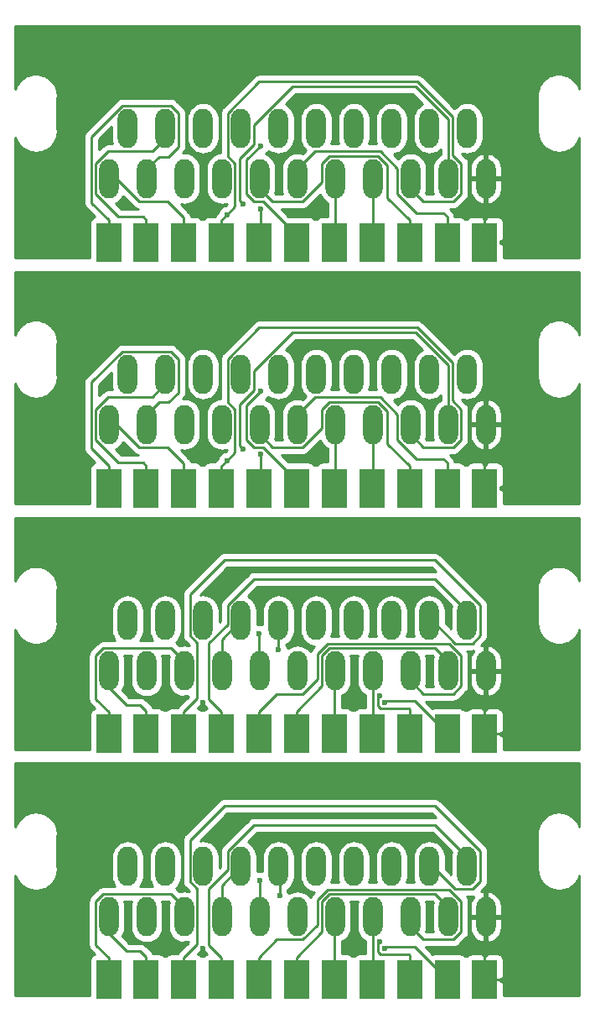
<source format=gbl>
G04 #@! TF.GenerationSoftware,KiCad,Pcbnew,(5.1.0)-1*
G04 #@! TF.CreationDate,2019-08-09T15:31:12-04:00*
G04 #@! TF.ProjectId,4x_PANEL,34785f50-414e-4454-9c2e-6b696361645f,rev?*
G04 #@! TF.SameCoordinates,Original*
G04 #@! TF.FileFunction,Copper,L2,Bot*
G04 #@! TF.FilePolarity,Positive*
%FSLAX46Y46*%
G04 Gerber Fmt 4.6, Leading zero omitted, Abs format (unit mm)*
G04 Created by KiCad (PCBNEW (5.1.0)-1) date 2019-08-09 15:31:12*
%MOMM*%
%LPD*%
G04 APERTURE LIST*
%ADD10R,2.500000X4.000000*%
%ADD11O,1.981200X3.962400*%
%ADD12C,0.600000*%
%ADD13C,0.250000*%
%ADD14C,0.254000*%
G04 APERTURE END LIST*
D10*
X150825000Y-139340501D03*
X147025000Y-139340501D03*
X143225000Y-139340501D03*
X139425000Y-139340501D03*
X135625000Y-139340501D03*
X131825000Y-139340501D03*
X128025000Y-139340501D03*
X124225000Y-139340501D03*
X120425000Y-139340501D03*
X116625000Y-139340501D03*
X112825000Y-139340501D03*
D11*
X150950000Y-132980000D03*
X149045000Y-127900000D03*
X147140000Y-132980000D03*
X145235000Y-127900000D03*
X143330000Y-132980000D03*
X141425000Y-127900000D03*
X139520000Y-132980000D03*
X137615000Y-127900000D03*
X135710000Y-132980000D03*
X133805000Y-127900000D03*
X131900000Y-132980000D03*
X129995000Y-127900000D03*
X128090000Y-132980000D03*
X126185000Y-127900000D03*
X124280000Y-132980000D03*
X122375000Y-127900000D03*
X120470000Y-132980000D03*
X118565000Y-127900000D03*
X116660000Y-132980000D03*
X114755000Y-127900000D03*
X112850000Y-132980000D03*
X112850000Y-83330000D03*
X114755000Y-78250000D03*
X116660000Y-83330000D03*
X118565000Y-78250000D03*
X120470000Y-83330000D03*
X122375000Y-78250000D03*
X124280000Y-83330000D03*
X126185000Y-78250000D03*
X128090000Y-83330000D03*
X129995000Y-78250000D03*
X131900000Y-83330000D03*
X133805000Y-78250000D03*
X135710000Y-83330000D03*
X137615000Y-78250000D03*
X139520000Y-83330000D03*
X141425000Y-78250000D03*
X143330000Y-83330000D03*
X145235000Y-78250000D03*
X147140000Y-83330000D03*
X149045000Y-78250000D03*
X150950000Y-83330000D03*
D10*
X112825000Y-89750000D03*
X116625000Y-89750000D03*
X120425000Y-89750000D03*
X124225000Y-89750000D03*
X128025000Y-89750000D03*
X131825000Y-89750000D03*
X135625000Y-89750000D03*
X139425000Y-89750000D03*
X143225000Y-89750000D03*
X147025000Y-89750000D03*
X150825000Y-89750000D03*
D11*
X150950000Y-108130000D03*
X149045000Y-103050000D03*
X147140000Y-108130000D03*
X145235000Y-103050000D03*
X143330000Y-108130000D03*
X141425000Y-103050000D03*
X139520000Y-108130000D03*
X137615000Y-103050000D03*
X135710000Y-108130000D03*
X133805000Y-103050000D03*
X131900000Y-108130000D03*
X129995000Y-103050000D03*
X128090000Y-108130000D03*
X126185000Y-103050000D03*
X124280000Y-108130000D03*
X122375000Y-103050000D03*
X120470000Y-108130000D03*
X118565000Y-103050000D03*
X116660000Y-108130000D03*
X114755000Y-103050000D03*
X112850000Y-108130000D03*
D10*
X150825000Y-114550000D03*
X147025000Y-114550000D03*
X143225000Y-114550000D03*
X139425000Y-114550000D03*
X135625000Y-114550000D03*
X131825000Y-114550000D03*
X128025000Y-114550000D03*
X124225000Y-114550000D03*
X120425000Y-114550000D03*
X116625000Y-114550000D03*
X112825000Y-114550000D03*
X112825000Y-164140501D03*
X116625000Y-164140501D03*
X120425000Y-164140501D03*
X124225000Y-164140501D03*
X128025000Y-164140501D03*
X131825000Y-164140501D03*
X135625000Y-164140501D03*
X139425000Y-164140501D03*
X143225000Y-164140501D03*
X147025000Y-164140501D03*
X150825000Y-164140501D03*
D11*
X112850000Y-157780000D03*
X114755000Y-152700000D03*
X116660000Y-157780000D03*
X118565000Y-152700000D03*
X120470000Y-157780000D03*
X122375000Y-152700000D03*
X124280000Y-157780000D03*
X126185000Y-152700000D03*
X128090000Y-157780000D03*
X129995000Y-152700000D03*
X131900000Y-157780000D03*
X133805000Y-152700000D03*
X135710000Y-157780000D03*
X137615000Y-152700000D03*
X139520000Y-157780000D03*
X141425000Y-152700000D03*
X143330000Y-157780000D03*
X145235000Y-152700000D03*
X147140000Y-157780000D03*
X149045000Y-152700000D03*
X150950000Y-157780000D03*
D12*
X124762500Y-111762500D03*
X140200000Y-160300000D03*
X124762500Y-86962500D03*
X140200000Y-135500000D03*
X140675000Y-160943721D03*
X140675000Y-136143721D03*
X126400000Y-85875000D03*
X126400000Y-110600000D03*
X129973790Y-130831210D03*
X130100000Y-155631210D03*
X128200000Y-86400000D03*
X128200000Y-111100000D03*
X128000000Y-129200000D03*
X128100000Y-154100000D03*
X145300000Y-106050000D03*
X143350000Y-105050000D03*
X135700000Y-101350000D03*
X139450000Y-101300000D03*
X131850000Y-100900000D03*
X129850000Y-106200000D03*
X134000000Y-110300000D03*
X122250000Y-111200000D03*
X122300000Y-106350000D03*
X113900000Y-93850000D03*
X117750000Y-94000000D03*
X128950000Y-94050000D03*
X135650000Y-94050000D03*
X139550000Y-94050000D03*
X144450000Y-94350000D03*
X149800000Y-94550000D03*
X156950000Y-94700000D03*
X158950000Y-106750000D03*
X158550000Y-113400000D03*
X104750000Y-114400000D03*
X104200000Y-107600000D03*
X109000000Y-105100000D03*
X105550000Y-94400000D03*
X114100000Y-110650000D03*
X112200000Y-104350000D03*
X158100000Y-142700000D03*
X155600000Y-142700000D03*
X153100000Y-142700000D03*
X150600000Y-142700000D03*
X148100000Y-142700000D03*
X145600000Y-142700000D03*
X143100000Y-142700000D03*
X140600000Y-142700000D03*
X138100000Y-142700000D03*
X135600000Y-142700000D03*
X133100000Y-142700000D03*
X130600000Y-142700000D03*
X128100000Y-142700000D03*
X125600000Y-142700000D03*
X123100000Y-142700000D03*
X120600000Y-142700000D03*
X118100000Y-142700000D03*
X115600000Y-142700000D03*
X113100000Y-142700000D03*
X110600000Y-142700000D03*
X108100000Y-142700000D03*
X105600000Y-142700000D03*
X153100000Y-164800000D03*
X158100000Y-144800000D03*
X105600000Y-144800000D03*
X105600000Y-164800000D03*
X108100000Y-164800000D03*
X109800000Y-158500000D03*
X109800000Y-154800000D03*
X111400000Y-152000000D03*
X115100000Y-149600000D03*
X124300000Y-149000000D03*
X128600000Y-149600000D03*
X122300000Y-161000000D03*
X120700000Y-160500000D03*
X118400000Y-160900000D03*
X114700000Y-159700000D03*
X114700000Y-156500000D03*
X135700000Y-150300000D03*
X131900000Y-151800000D03*
X146500000Y-161100000D03*
X137600000Y-157700000D03*
X145200000Y-157700000D03*
X104900000Y-157200000D03*
X105000000Y-159900000D03*
X104600000Y-162300000D03*
X154700000Y-164900000D03*
X158400000Y-162200000D03*
X158700000Y-159900000D03*
X158700000Y-157200000D03*
X159200000Y-164799998D03*
X158550000Y-88600000D03*
X122250000Y-86400000D03*
X139450000Y-76500000D03*
X145300000Y-81250000D03*
X143350000Y-80250000D03*
X129850000Y-81400000D03*
X131850000Y-76100000D03*
X134000000Y-85500000D03*
X122300000Y-81550000D03*
X113900000Y-69050000D03*
X135650000Y-69250000D03*
X139550000Y-69250000D03*
X144450000Y-69550000D03*
X149800000Y-69750000D03*
X156950000Y-69900000D03*
X104750000Y-89600000D03*
X104200000Y-82800000D03*
X128950000Y-69250000D03*
X117750000Y-69200000D03*
X135700000Y-76550000D03*
X158950000Y-81950000D03*
X105550000Y-69600000D03*
X112200000Y-79550000D03*
X114100000Y-85850000D03*
X109000000Y-80300000D03*
X150600000Y-117900000D03*
X148100000Y-117900000D03*
X108100000Y-117900000D03*
X111400000Y-127200000D03*
X131900000Y-127000000D03*
X105000000Y-135100000D03*
X118400000Y-136100000D03*
X145200000Y-132900000D03*
X104600000Y-137500000D03*
X154700000Y-140100000D03*
X130600000Y-117900000D03*
X105600000Y-140000000D03*
X109800000Y-130000000D03*
X153100000Y-140000000D03*
X137600000Y-132900000D03*
X158400000Y-137400000D03*
X120600000Y-117900000D03*
X158700000Y-135100000D03*
X158700000Y-132400000D03*
X159200000Y-139999998D03*
X135700000Y-125500000D03*
X133100000Y-117900000D03*
X146500000Y-136300000D03*
X104900000Y-132400000D03*
X143100000Y-117900000D03*
X110600000Y-117900000D03*
X118100000Y-117900000D03*
X135600000Y-117900000D03*
X125600000Y-117900000D03*
X158100000Y-120000000D03*
X109800000Y-133700000D03*
X113100000Y-117900000D03*
X123100000Y-117900000D03*
X128600000Y-124800000D03*
X122300000Y-136200000D03*
X138100000Y-117900000D03*
X128100000Y-117900000D03*
X114700000Y-131700000D03*
X115600000Y-117900000D03*
X105600000Y-120000000D03*
X145600000Y-117900000D03*
X140600000Y-117900000D03*
X105600000Y-117900000D03*
X108100000Y-140000000D03*
X115100000Y-124800000D03*
X124300000Y-124200000D03*
X120700000Y-135700000D03*
X114700000Y-134900000D03*
X158100000Y-117900000D03*
X153100000Y-117900000D03*
X155600000Y-117900000D03*
X128200000Y-104800000D03*
X128200000Y-80000000D03*
D13*
X146650000Y-111600000D02*
X147025000Y-111975000D01*
X143948847Y-111600000D02*
X146650000Y-111600000D01*
X131900000Y-107139400D02*
X133665620Y-105373780D01*
X131900000Y-108130000D02*
X131900000Y-107139400D01*
X147025000Y-111975000D02*
X147025000Y-114550000D01*
X133665620Y-105373780D02*
X140251344Y-105373781D01*
X140251344Y-105373781D02*
X142014390Y-107136827D01*
X142014390Y-107136827D02*
X142014390Y-109665543D01*
X142014390Y-109665543D02*
X143948847Y-111600000D01*
X147140000Y-156789400D02*
X147140000Y-157780000D01*
X145824390Y-155473790D02*
X147140000Y-156789400D01*
X135165057Y-155473790D02*
X145824390Y-155473790D01*
X134394390Y-156244457D02*
X135165057Y-155473790D01*
X134394390Y-159321111D02*
X134394390Y-156244457D01*
X131825000Y-161890501D02*
X134394390Y-159321111D01*
X131825000Y-164140501D02*
X131825000Y-161890501D01*
X142014390Y-84865543D02*
X143948847Y-86800000D01*
X147025000Y-87175000D02*
X147025000Y-89750000D01*
X133665620Y-80573780D02*
X140251344Y-80573781D01*
X140251344Y-80573781D02*
X142014390Y-82336827D01*
X142014390Y-82336827D02*
X142014390Y-84865543D01*
X131900000Y-82339400D02*
X133665620Y-80573780D01*
X131900000Y-83330000D02*
X131900000Y-82339400D01*
X143948847Y-86800000D02*
X146650000Y-86800000D01*
X146650000Y-86800000D02*
X147025000Y-87175000D01*
X134394390Y-131444457D02*
X135165057Y-130673790D01*
X147140000Y-131989400D02*
X147140000Y-132980000D01*
X134394390Y-134521111D02*
X134394390Y-131444457D01*
X145824390Y-130673790D02*
X147140000Y-131989400D01*
X135165057Y-130673790D02*
X145824390Y-130673790D01*
X131825000Y-139340501D02*
X131825000Y-137090501D01*
X131825000Y-137090501D02*
X134394390Y-134521111D01*
X135710000Y-114465000D02*
X135625000Y-114550000D01*
X135710000Y-108130000D02*
X135710000Y-114465000D01*
X135625000Y-157865000D02*
X135710000Y-157780000D01*
X135625000Y-164140501D02*
X135625000Y-157865000D01*
X135710000Y-83330000D02*
X135710000Y-89665000D01*
X135710000Y-89665000D02*
X135625000Y-89750000D01*
X135625000Y-133065000D02*
X135710000Y-132980000D01*
X135625000Y-139340501D02*
X135625000Y-133065000D01*
X139520000Y-114455000D02*
X139425000Y-114550000D01*
X139520000Y-108130000D02*
X139520000Y-114455000D01*
X139520000Y-160880000D02*
X139520000Y-157780000D01*
X139500000Y-160900000D02*
X139520000Y-160880000D01*
X139500000Y-163315501D02*
X139500000Y-160900000D01*
X139425000Y-164140501D02*
X139425000Y-163390501D01*
X139425000Y-163390501D02*
X139500000Y-163315501D01*
X139520000Y-89655000D02*
X139425000Y-89750000D01*
X139520000Y-83330000D02*
X139520000Y-89655000D01*
X139425000Y-138590501D02*
X139500000Y-138515501D01*
X139500000Y-136100000D02*
X139520000Y-136080000D01*
X139520000Y-136080000D02*
X139520000Y-132980000D01*
X139500000Y-138515501D02*
X139500000Y-136100000D01*
X139425000Y-139340501D02*
X139425000Y-138590501D01*
X124225000Y-112300000D02*
X124225000Y-114550000D01*
X125595610Y-106594457D02*
X125595610Y-110929390D01*
X124869390Y-105868237D02*
X125595610Y-106594457D01*
X124869390Y-101514457D02*
X124869390Y-105868237D01*
X147590010Y-105728857D02*
X147590010Y-101917447D01*
X148455610Y-106594457D02*
X147590010Y-105728857D01*
X147590010Y-101917447D02*
X144022553Y-98349990D01*
X147684943Y-110436210D02*
X148455610Y-109665543D01*
X144022553Y-98349990D02*
X128033857Y-98349990D01*
X144645610Y-110436210D02*
X147684943Y-110436210D01*
X128033857Y-98349990D02*
X124869390Y-101514457D01*
X143330000Y-109120600D02*
X144645610Y-110436210D01*
X148455610Y-109665543D02*
X148455610Y-106594457D01*
X143330000Y-108130000D02*
X143330000Y-109120600D01*
X125595610Y-110929390D02*
X124762500Y-111762500D01*
X124762500Y-111762500D02*
X124225000Y-112300000D01*
X124280000Y-154605000D02*
X126185000Y-152700000D01*
X124280000Y-157780000D02*
X124280000Y-154605000D01*
X140000000Y-160500000D02*
X140200000Y-160300000D01*
X140000000Y-161300000D02*
X140000000Y-160500000D01*
X140300000Y-161600000D02*
X140000000Y-161300000D01*
X143200000Y-161600000D02*
X140300000Y-161600000D01*
X143225000Y-164140501D02*
X143225000Y-161625000D01*
X143225000Y-161625000D02*
X143200000Y-161600000D01*
X144022553Y-73549990D02*
X128033857Y-73549990D01*
X143330000Y-83330000D02*
X143330000Y-84320600D01*
X124762500Y-86962500D02*
X124225000Y-87500000D01*
X125595610Y-86129390D02*
X124762500Y-86962500D01*
X143330000Y-84320600D02*
X144645610Y-85636210D01*
X124869390Y-76714457D02*
X124869390Y-81068237D01*
X125595610Y-81794457D02*
X125595610Y-86129390D01*
X128033857Y-73549990D02*
X124869390Y-76714457D01*
X147590010Y-80928857D02*
X147590010Y-77117447D01*
X148455610Y-81794457D02*
X147590010Y-80928857D01*
X148455610Y-84865543D02*
X148455610Y-81794457D01*
X124225000Y-87500000D02*
X124225000Y-89750000D01*
X124869390Y-81068237D02*
X125595610Y-81794457D01*
X144645610Y-85636210D02*
X147684943Y-85636210D01*
X147590010Y-77117447D02*
X144022553Y-73549990D01*
X147684943Y-85636210D02*
X148455610Y-84865543D01*
X124280000Y-129805000D02*
X126185000Y-127900000D01*
X124280000Y-132980000D02*
X124280000Y-129805000D01*
X140000000Y-136500000D02*
X140000000Y-135700000D01*
X140300000Y-136800000D02*
X140000000Y-136500000D01*
X143225000Y-136825000D02*
X143200000Y-136800000D01*
X140000000Y-135700000D02*
X140200000Y-135500000D01*
X143200000Y-136800000D02*
X140300000Y-136800000D01*
X143225000Y-139340501D02*
X143225000Y-136825000D01*
X147025000Y-164140501D02*
X147025000Y-163390501D01*
X143719501Y-160800000D02*
X140650010Y-160800000D01*
X147025000Y-164140501D02*
X147025000Y-164105499D01*
X147025000Y-164105499D02*
X143719501Y-160800000D01*
X140650010Y-160800000D02*
X140650010Y-160918731D01*
X140650010Y-160918731D02*
X140675000Y-160943721D01*
X140650010Y-136118731D02*
X140675000Y-136143721D01*
X147025000Y-139305499D02*
X143719501Y-136000000D01*
X147025000Y-139340501D02*
X147025000Y-139305499D01*
X143719501Y-136000000D02*
X140650010Y-136000000D01*
X147025000Y-139340501D02*
X147025000Y-138590501D01*
X140650010Y-136000000D02*
X140650010Y-136118731D01*
X126400000Y-85875000D02*
X126400000Y-85900000D01*
X126050000Y-85525000D02*
X126400000Y-85875000D01*
X126050000Y-81300000D02*
X126050000Y-85525000D01*
X147140000Y-77303847D02*
X143836153Y-74000000D01*
X147140000Y-83330000D02*
X147140000Y-77303847D01*
X143836153Y-74000000D02*
X131393847Y-74000000D01*
X131393847Y-74000000D02*
X127500610Y-77893237D01*
X127500610Y-77893237D02*
X127500610Y-79849390D01*
X127500610Y-79849390D02*
X126050000Y-81300000D01*
X126050000Y-106100000D02*
X126050000Y-110250000D01*
X147140000Y-108130000D02*
X147140000Y-102103847D01*
X126050000Y-110250000D02*
X126400000Y-110600000D01*
X143836153Y-98800000D02*
X131393847Y-98800000D01*
X147140000Y-102103847D02*
X143836153Y-98800000D01*
X131393847Y-98800000D02*
X127500610Y-102693237D01*
X127500610Y-102693237D02*
X127500610Y-104649390D01*
X127500610Y-104649390D02*
X126050000Y-106100000D01*
X129973790Y-127921210D02*
X129995000Y-127900000D01*
X129973790Y-130831210D02*
X129973790Y-127921210D01*
X130100000Y-152805000D02*
X129995000Y-152700000D01*
X130100000Y-155631210D02*
X130100000Y-152805000D01*
X128200000Y-89575000D02*
X128025000Y-89750000D01*
X128200000Y-86400000D02*
X128200000Y-89575000D01*
X128200000Y-114375000D02*
X128025000Y-114550000D01*
X128200000Y-111100000D02*
X128200000Y-114375000D01*
X128000000Y-132890000D02*
X128090000Y-132980000D01*
X128000000Y-129200000D02*
X128000000Y-132890000D01*
X128100000Y-157770000D02*
X128090000Y-157780000D01*
X128100000Y-154100000D02*
X128100000Y-157770000D01*
X150825000Y-108255000D02*
X150950000Y-108130000D01*
X150825000Y-114550000D02*
X150825000Y-108255000D01*
X150825000Y-157905000D02*
X150950000Y-157780000D01*
X150825000Y-164140501D02*
X150825000Y-157905000D01*
X150825000Y-164140501D02*
X158540503Y-164140501D01*
X158900001Y-164499999D02*
X159200000Y-164799998D01*
X158540503Y-164140501D02*
X158900001Y-164499999D01*
X150825000Y-89750000D02*
X150825000Y-83455000D01*
X150825000Y-83455000D02*
X150950000Y-83330000D01*
X158900001Y-139699999D02*
X159200000Y-139999998D01*
X158540503Y-139340501D02*
X158900001Y-139699999D01*
X150825000Y-133105000D02*
X150950000Y-132980000D01*
X150825000Y-139340501D02*
X150825000Y-133105000D01*
X150825000Y-139340501D02*
X158540503Y-139340501D01*
X113580000Y-108130000D02*
X112850000Y-108130000D01*
X115886210Y-110436210D02*
X113580000Y-108130000D01*
X118786210Y-110436210D02*
X115886210Y-110436210D01*
X120425000Y-114550000D02*
X120425000Y-112075000D01*
X120425000Y-112075000D02*
X118786210Y-110436210D01*
X120470000Y-156789400D02*
X120470000Y-157780000D01*
X119154390Y-155473790D02*
X120470000Y-156789400D01*
X112305057Y-155473790D02*
X119154390Y-155473790D01*
X111534390Y-156244457D02*
X112305057Y-155473790D01*
X111534390Y-160599891D02*
X111534390Y-156244457D01*
X112825000Y-161890501D02*
X111534390Y-160599891D01*
X112825000Y-164140501D02*
X112825000Y-161890501D01*
X113580000Y-83330000D02*
X112850000Y-83330000D01*
X120425000Y-87275000D02*
X118786210Y-85636210D01*
X120425000Y-89750000D02*
X120425000Y-87275000D01*
X115886210Y-85636210D02*
X113580000Y-83330000D01*
X118786210Y-85636210D02*
X115886210Y-85636210D01*
X120470000Y-131989400D02*
X120470000Y-132980000D01*
X112305057Y-130673790D02*
X119154390Y-130673790D01*
X112825000Y-137090501D02*
X111534390Y-135799891D01*
X119154390Y-130673790D02*
X120470000Y-131989400D01*
X111534390Y-131444457D02*
X112305057Y-130673790D01*
X111534390Y-135799891D02*
X111534390Y-131444457D01*
X112825000Y-139340501D02*
X112825000Y-137090501D01*
X116660000Y-107139400D02*
X116660000Y-108130000D01*
X117900600Y-105898800D02*
X116660000Y-107139400D01*
X118891200Y-105898800D02*
X117900600Y-105898800D01*
X119880610Y-104909390D02*
X118891200Y-105898800D01*
X119880610Y-101514457D02*
X119880610Y-104909390D01*
X119109943Y-100743790D02*
X119880610Y-101514457D01*
X114210057Y-100743790D02*
X119109943Y-100743790D01*
X111084380Y-110559380D02*
X111084380Y-103869467D01*
X111084380Y-103869467D02*
X114210057Y-100743790D01*
X112825000Y-112300000D02*
X111084380Y-110559380D01*
X112825000Y-114550000D02*
X112825000Y-112300000D01*
X112850000Y-159450000D02*
X112850000Y-157780000D01*
X114600000Y-161200000D02*
X112850000Y-159450000D01*
X116000000Y-161200000D02*
X114600000Y-161200000D01*
X116625000Y-164140501D02*
X116625000Y-161825000D01*
X116625000Y-161825000D02*
X116000000Y-161200000D01*
X111084380Y-79069467D02*
X114210057Y-75943790D01*
X112825000Y-87500000D02*
X111084380Y-85759380D01*
X114210057Y-75943790D02*
X119109943Y-75943790D01*
X119109943Y-75943790D02*
X119880610Y-76714457D01*
X119880610Y-76714457D02*
X119880610Y-80109390D01*
X119880610Y-80109390D02*
X118891200Y-81098800D01*
X111084380Y-85759380D02*
X111084380Y-79069467D01*
X112825000Y-89750000D02*
X112825000Y-87500000D01*
X117900600Y-81098800D02*
X116660000Y-82339400D01*
X118891200Y-81098800D02*
X117900600Y-81098800D01*
X116660000Y-82339400D02*
X116660000Y-83330000D01*
X112850000Y-134650000D02*
X112850000Y-132980000D01*
X114600000Y-136400000D02*
X112850000Y-134650000D01*
X116000000Y-136400000D02*
X114600000Y-136400000D01*
X116625000Y-139340501D02*
X116625000Y-137025000D01*
X116625000Y-137025000D02*
X116000000Y-136400000D01*
X117249390Y-105356210D02*
X118565000Y-104040600D01*
X112772637Y-105356210D02*
X117249390Y-105356210D01*
X118565000Y-104040600D02*
X118565000Y-103050000D01*
X116625000Y-112275000D02*
X116300000Y-111950000D01*
X116300000Y-111950000D02*
X113818847Y-111950000D01*
X113818847Y-111950000D02*
X111534390Y-109665543D01*
X116625000Y-114550000D02*
X116625000Y-112275000D01*
X111534390Y-109665543D02*
X111534390Y-106594457D01*
X111534390Y-106594457D02*
X112772637Y-105356210D01*
X111534390Y-84865543D02*
X111534390Y-81794457D01*
X111534390Y-81794457D02*
X112772637Y-80556210D01*
X116625000Y-89750000D02*
X116625000Y-87475000D01*
X113818847Y-87150000D02*
X111534390Y-84865543D01*
X118565000Y-79240600D02*
X118565000Y-78250000D01*
X112772637Y-80556210D02*
X117249390Y-80556210D01*
X116625000Y-87475000D02*
X116300000Y-87150000D01*
X116300000Y-87150000D02*
X113818847Y-87150000D01*
X117249390Y-80556210D02*
X118565000Y-79240600D01*
X120425000Y-164140501D02*
X120425000Y-163390501D01*
X147853773Y-155006210D02*
X145547563Y-152700000D01*
X150360610Y-154235543D02*
X149589943Y-155006210D01*
X150360610Y-151164457D02*
X150360610Y-154235543D01*
X120425000Y-161890501D02*
X121785610Y-160529891D01*
X149589943Y-155006210D02*
X147853773Y-155006210D01*
X120425000Y-164140501D02*
X120425000Y-161890501D01*
X145796153Y-146600000D02*
X150360610Y-151164457D01*
X121785610Y-154961763D02*
X121059390Y-154235543D01*
X145547563Y-152700000D02*
X145235000Y-152700000D01*
X124500000Y-146600000D02*
X145796153Y-146600000D01*
X121059390Y-154235543D02*
X121059390Y-150040610D01*
X121785610Y-160529891D02*
X121785610Y-154961763D01*
X121059390Y-150040610D02*
X124500000Y-146600000D01*
X120425000Y-137090501D02*
X121785610Y-135729891D01*
X150360610Y-129435543D02*
X149589943Y-130206210D01*
X121785610Y-130161763D02*
X121059390Y-129435543D01*
X121059390Y-129435543D02*
X121059390Y-125240610D01*
X124500000Y-121800000D02*
X145796153Y-121800000D01*
X145547563Y-127900000D02*
X145235000Y-127900000D01*
X120425000Y-139340501D02*
X120425000Y-138590501D01*
X150360610Y-126364457D02*
X150360610Y-129435543D01*
X120425000Y-139340501D02*
X120425000Y-137090501D01*
X145796153Y-121800000D02*
X150360610Y-126364457D01*
X149589943Y-130206210D02*
X147853773Y-130206210D01*
X121785610Y-135729891D02*
X121785610Y-130161763D01*
X121059390Y-125240610D02*
X124500000Y-121800000D01*
X147853773Y-130206210D02*
X145547563Y-127900000D01*
X124225000Y-164140501D02*
X124225000Y-163390501D01*
X124869390Y-151164457D02*
X127533847Y-148500000D01*
X124869390Y-153056763D02*
X124869390Y-151164457D01*
X122964390Y-154961763D02*
X124869390Y-153056763D01*
X122964390Y-160629891D02*
X122964390Y-154961763D01*
X124225000Y-164140501D02*
X124225000Y-161890501D01*
X124225000Y-161890501D02*
X122964390Y-160629891D01*
X149045000Y-151709400D02*
X149045000Y-152700000D01*
X145835600Y-148500000D02*
X149045000Y-151709400D01*
X127533847Y-148500000D02*
X145835600Y-148500000D01*
X145835600Y-123700000D02*
X149045000Y-126909400D01*
X124225000Y-137090501D02*
X122964390Y-135829891D01*
X124225000Y-139340501D02*
X124225000Y-137090501D01*
X122964390Y-135829891D02*
X122964390Y-130161763D01*
X124225000Y-139340501D02*
X124225000Y-138590501D01*
X122964390Y-130161763D02*
X124869390Y-128256763D01*
X149045000Y-126909400D02*
X149045000Y-127900000D01*
X127533847Y-123700000D02*
X145835600Y-123700000D01*
X124869390Y-128256763D02*
X124869390Y-126364457D01*
X124869390Y-126364457D02*
X127533847Y-123700000D01*
X131825000Y-113800000D02*
X128461210Y-110436210D01*
X131825000Y-114550000D02*
X131825000Y-113800000D01*
X128461210Y-110436210D02*
X127545057Y-110436210D01*
X127545057Y-110436210D02*
X126774390Y-109665543D01*
X126774390Y-109665543D02*
X126774390Y-106225610D01*
X126774390Y-106225610D02*
X128200000Y-104800000D01*
X131825000Y-89750000D02*
X131825000Y-89000000D01*
X131825000Y-89000000D02*
X128461210Y-85636210D01*
X127545057Y-85636210D02*
X126774390Y-84865543D01*
X126774390Y-84865543D02*
X126774390Y-81425610D01*
X126774390Y-81425610D02*
X128200000Y-80000000D01*
X128461210Y-85636210D02*
X127545057Y-85636210D01*
X140064943Y-105823790D02*
X141000000Y-106758847D01*
X135165057Y-105823790D02*
X140064943Y-105823790D01*
X128090000Y-109120600D02*
X129405610Y-110436210D01*
X128090000Y-108130000D02*
X128090000Y-109120600D01*
X129405610Y-110436210D02*
X132444943Y-110436210D01*
X134394390Y-108486763D02*
X134394390Y-106594457D01*
X132444943Y-110436210D02*
X134394390Y-108486763D01*
X134394390Y-106594457D02*
X135165057Y-105823790D01*
X143225000Y-112300000D02*
X143225000Y-114550000D01*
X141000000Y-110075000D02*
X143225000Y-112300000D01*
X141000000Y-106758847D02*
X141000000Y-110075000D01*
X143330000Y-158770600D02*
X143330000Y-157780000D01*
X144645610Y-160086210D02*
X143330000Y-158770600D01*
X147684943Y-160086210D02*
X144645610Y-160086210D01*
X148455610Y-159315543D02*
X147684943Y-160086210D01*
X148455610Y-156244457D02*
X148455610Y-159315543D01*
X133944381Y-156058056D02*
X134978657Y-155023780D01*
X133944380Y-158586773D02*
X133944381Y-156058056D01*
X132444943Y-160086210D02*
X133944380Y-158586773D01*
X147234933Y-155023780D02*
X148455610Y-156244457D01*
X129829291Y-160086210D02*
X132444943Y-160086210D01*
X128025000Y-161890501D02*
X129829291Y-160086210D01*
X134978657Y-155023780D02*
X147234933Y-155023780D01*
X128025000Y-164140501D02*
X128025000Y-161890501D01*
X128090000Y-84320600D02*
X129405610Y-85636210D01*
X129405610Y-85636210D02*
X132444943Y-85636210D01*
X134394390Y-81794457D02*
X135165057Y-81023790D01*
X128090000Y-83330000D02*
X128090000Y-84320600D01*
X135165057Y-81023790D02*
X140064943Y-81023790D01*
X134394390Y-83686763D02*
X134394390Y-81794457D01*
X143225000Y-87500000D02*
X143225000Y-89750000D01*
X141000000Y-85275000D02*
X143225000Y-87500000D01*
X141000000Y-81958847D02*
X141000000Y-85275000D01*
X132444943Y-85636210D02*
X134394390Y-83686763D01*
X140064943Y-81023790D02*
X141000000Y-81958847D01*
X128025000Y-137090501D02*
X129829291Y-135286210D01*
X128025000Y-139340501D02*
X128025000Y-137090501D01*
X148455610Y-131444457D02*
X148455610Y-134515543D01*
X133944380Y-133786773D02*
X133944381Y-131258056D01*
X143330000Y-133970600D02*
X143330000Y-132980000D01*
X132444943Y-135286210D02*
X133944380Y-133786773D01*
X144645610Y-135286210D02*
X143330000Y-133970600D01*
X133944381Y-131258056D02*
X134978657Y-130223780D01*
X134978657Y-130223780D02*
X147234933Y-130223780D01*
X148455610Y-134515543D02*
X147684943Y-135286210D01*
X129829291Y-135286210D02*
X132444943Y-135286210D01*
X147684943Y-135286210D02*
X144645610Y-135286210D01*
X147234933Y-130223780D02*
X148455610Y-131444457D01*
D14*
G36*
X160390001Y-99087191D02*
G01*
X160345868Y-98948068D01*
X160322290Y-98893058D01*
X160299508Y-98837783D01*
X160295125Y-98829677D01*
X160151836Y-98569034D01*
X160118048Y-98519687D01*
X160084936Y-98469850D01*
X160079062Y-98462749D01*
X159887876Y-98234904D01*
X159845146Y-98193060D01*
X159802987Y-98150605D01*
X159795846Y-98144781D01*
X159564045Y-97958408D01*
X159514031Y-97925680D01*
X159464398Y-97892202D01*
X159456261Y-97887876D01*
X159192675Y-97750077D01*
X159137219Y-97727672D01*
X159082068Y-97704488D01*
X159073246Y-97701825D01*
X158787915Y-97617847D01*
X158729175Y-97606642D01*
X158670558Y-97594609D01*
X158661386Y-97593710D01*
X158365178Y-97566753D01*
X158305361Y-97567171D01*
X158245544Y-97566753D01*
X158236372Y-97567653D01*
X157940569Y-97598742D01*
X157881972Y-97610771D01*
X157823210Y-97621980D01*
X157814388Y-97624644D01*
X157530257Y-97712598D01*
X157475139Y-97735768D01*
X157419650Y-97758186D01*
X157411514Y-97762513D01*
X157149878Y-97903979D01*
X157100311Y-97937412D01*
X157050232Y-97970183D01*
X157043091Y-97976008D01*
X156813915Y-98165597D01*
X156771774Y-98208034D01*
X156729024Y-98249897D01*
X156723150Y-98256998D01*
X156535164Y-98487492D01*
X156502049Y-98537334D01*
X156468265Y-98586674D01*
X156463882Y-98594781D01*
X156324246Y-98857399D01*
X156301458Y-98912687D01*
X156277886Y-98967683D01*
X156275162Y-98976487D01*
X156189193Y-99261225D01*
X156177570Y-99319925D01*
X156165137Y-99378419D01*
X156164174Y-99387584D01*
X156135150Y-99683596D01*
X156135150Y-99812406D01*
X156155801Y-99916697D01*
X156155800Y-103137952D01*
X156145478Y-103171300D01*
X156136932Y-103252622D01*
X156135299Y-103260870D01*
X156135299Y-103268164D01*
X156132016Y-103299404D01*
X156132016Y-103308620D01*
X156132165Y-103329898D01*
X156135298Y-103359700D01*
X156135298Y-103389680D01*
X156136262Y-103398844D01*
X156169416Y-103694424D01*
X156181853Y-103752936D01*
X156193471Y-103811614D01*
X156196196Y-103820413D01*
X156196197Y-103820419D01*
X156196199Y-103820425D01*
X156286130Y-104103928D01*
X156309691Y-104158899D01*
X156332491Y-104214217D01*
X156336874Y-104222323D01*
X156480163Y-104482965D01*
X156513947Y-104532305D01*
X156547062Y-104582147D01*
X156552936Y-104589247D01*
X156744122Y-104817094D01*
X156786853Y-104858939D01*
X156829013Y-104901395D01*
X156836155Y-104907219D01*
X157067956Y-105093591D01*
X157117968Y-105126318D01*
X157167600Y-105159795D01*
X157175737Y-105164121D01*
X157439323Y-105301921D01*
X157494783Y-105324328D01*
X157549931Y-105347511D01*
X157558753Y-105350174D01*
X157844083Y-105434152D01*
X157902837Y-105445360D01*
X157961441Y-105457390D01*
X157970613Y-105458289D01*
X158266820Y-105485246D01*
X158326637Y-105484828D01*
X158386455Y-105485246D01*
X158395626Y-105484347D01*
X158691430Y-105453257D01*
X158750017Y-105441230D01*
X158808787Y-105430020D01*
X158817609Y-105427356D01*
X159101740Y-105339403D01*
X159156883Y-105316223D01*
X159212348Y-105293814D01*
X159220485Y-105289487D01*
X159482121Y-105148021D01*
X159531705Y-105114576D01*
X159581768Y-105081816D01*
X159588909Y-105075992D01*
X159818085Y-104886401D01*
X159860224Y-104843966D01*
X159902974Y-104802103D01*
X159908848Y-104795002D01*
X160096834Y-104564509D01*
X160129938Y-104514682D01*
X160163733Y-104465327D01*
X160168116Y-104457221D01*
X160307753Y-104194603D01*
X160330560Y-104139269D01*
X160354114Y-104084314D01*
X160356838Y-104075515D01*
X160356840Y-104075509D01*
X160390001Y-103965674D01*
X160390000Y-116090000D01*
X152712248Y-116090000D01*
X152710000Y-114835750D01*
X152551250Y-114677000D01*
X152427000Y-114677000D01*
X152427000Y-114423000D01*
X152551250Y-114423000D01*
X152710000Y-114264250D01*
X152713072Y-112550000D01*
X152700812Y-112425518D01*
X152664502Y-112305820D01*
X152605537Y-112195506D01*
X152526185Y-112098815D01*
X152429494Y-112019463D01*
X152319180Y-111960498D01*
X152199482Y-111924188D01*
X152075000Y-111911928D01*
X151110750Y-111915000D01*
X150952000Y-112073750D01*
X150952000Y-112173000D01*
X150698000Y-112173000D01*
X150698000Y-112073750D01*
X150539250Y-111915000D01*
X149575000Y-111911928D01*
X149450518Y-111924188D01*
X149330820Y-111960498D01*
X149220506Y-112019463D01*
X149123815Y-112098815D01*
X149062933Y-112173000D01*
X148787067Y-112173000D01*
X148726185Y-112098815D01*
X148629494Y-112019463D01*
X148519180Y-111960498D01*
X148399482Y-111924188D01*
X148275000Y-111911928D01*
X147782465Y-111911928D01*
X147774003Y-111826014D01*
X147730546Y-111682753D01*
X147659974Y-111550724D01*
X147565001Y-111434999D01*
X147535998Y-111411197D01*
X147321011Y-111196210D01*
X147647621Y-111196210D01*
X147684943Y-111199886D01*
X147722265Y-111196210D01*
X147722276Y-111196210D01*
X147833929Y-111185213D01*
X147977190Y-111141756D01*
X148109219Y-111071184D01*
X148224944Y-110976211D01*
X148248746Y-110947208D01*
X148966614Y-110229341D01*
X148995611Y-110205544D01*
X149090584Y-110089819D01*
X149161156Y-109957790D01*
X149204613Y-109814529D01*
X149215610Y-109702876D01*
X149215610Y-109702868D01*
X149219286Y-109665543D01*
X149215610Y-109628218D01*
X149215610Y-108257000D01*
X149324400Y-108257000D01*
X149324400Y-109247600D01*
X149380412Y-109562299D01*
X149496742Y-109860023D01*
X149668920Y-110129332D01*
X149890329Y-110359876D01*
X150152461Y-110542795D01*
X150445242Y-110671060D01*
X150571041Y-110701411D01*
X150823000Y-110581942D01*
X150823000Y-108257000D01*
X151077000Y-108257000D01*
X151077000Y-110581942D01*
X151328959Y-110701411D01*
X151454758Y-110671060D01*
X151747539Y-110542795D01*
X152009671Y-110359876D01*
X152231080Y-110129332D01*
X152403258Y-109860023D01*
X152519588Y-109562299D01*
X152575600Y-109247600D01*
X152575600Y-108257000D01*
X151077000Y-108257000D01*
X150823000Y-108257000D01*
X149324400Y-108257000D01*
X149215610Y-108257000D01*
X149215610Y-107012400D01*
X149324400Y-107012400D01*
X149324400Y-108003000D01*
X150823000Y-108003000D01*
X150823000Y-105678058D01*
X151077000Y-105678058D01*
X151077000Y-108003000D01*
X152575600Y-108003000D01*
X152575600Y-107012400D01*
X152519588Y-106697701D01*
X152403258Y-106399977D01*
X152231080Y-106130668D01*
X152009671Y-105900124D01*
X151747539Y-105717205D01*
X151454758Y-105588940D01*
X151328959Y-105558589D01*
X151077000Y-105678058D01*
X150823000Y-105678058D01*
X150571041Y-105558589D01*
X150445242Y-105588940D01*
X150152461Y-105717205D01*
X149890329Y-105900124D01*
X149668920Y-106130668D01*
X149496742Y-106399977D01*
X149380412Y-106697701D01*
X149324400Y-107012400D01*
X149215610Y-107012400D01*
X149215610Y-106631779D01*
X149219286Y-106594456D01*
X149215610Y-106557133D01*
X149215610Y-106557124D01*
X149204613Y-106445471D01*
X149161156Y-106302210D01*
X149090584Y-106170181D01*
X148995611Y-106054456D01*
X148966613Y-106030658D01*
X148514322Y-105578367D01*
X148726327Y-105642678D01*
X149045000Y-105674065D01*
X149363672Y-105642678D01*
X149670099Y-105549725D01*
X149952504Y-105398777D01*
X150200034Y-105195634D01*
X150403177Y-104948105D01*
X150554125Y-104665700D01*
X150647078Y-104359273D01*
X150670600Y-104120454D01*
X150670600Y-101979546D01*
X150647078Y-101740727D01*
X150554125Y-101434300D01*
X150403177Y-101151895D01*
X150200034Y-100904366D01*
X149952505Y-100701223D01*
X149670100Y-100550275D01*
X149363673Y-100457322D01*
X149045000Y-100425935D01*
X148726328Y-100457322D01*
X148419901Y-100550275D01*
X148137496Y-100701223D01*
X147889967Y-100904366D01*
X147782581Y-101035216D01*
X144586357Y-97838993D01*
X144562554Y-97809989D01*
X144446829Y-97715016D01*
X144314800Y-97644444D01*
X144171539Y-97600987D01*
X144059886Y-97589990D01*
X144059875Y-97589990D01*
X144022553Y-97586314D01*
X143985231Y-97589990D01*
X128071179Y-97589990D01*
X128033856Y-97586314D01*
X127996533Y-97589990D01*
X127996524Y-97589990D01*
X127884871Y-97600987D01*
X127744824Y-97643469D01*
X127741610Y-97644444D01*
X127609580Y-97715016D01*
X127551704Y-97762514D01*
X127493856Y-97809989D01*
X127470058Y-97838987D01*
X124358393Y-100950653D01*
X124329389Y-100974456D01*
X124278852Y-101036036D01*
X124234416Y-101090181D01*
X124192583Y-101168444D01*
X124163844Y-101222211D01*
X124120387Y-101365472D01*
X124109390Y-101477125D01*
X124109390Y-101477135D01*
X124105714Y-101514457D01*
X124109390Y-101551780D01*
X124109391Y-105522739D01*
X123961328Y-105537322D01*
X123654901Y-105630275D01*
X123372496Y-105781223D01*
X123124967Y-105984366D01*
X122921824Y-106231895D01*
X122770876Y-106514300D01*
X122677923Y-106820727D01*
X122654401Y-107059546D01*
X122654400Y-109200453D01*
X122677922Y-109439272D01*
X122770875Y-109745699D01*
X122921823Y-110028104D01*
X123124966Y-110275634D01*
X123372495Y-110478777D01*
X123654900Y-110629725D01*
X123961327Y-110722678D01*
X124280000Y-110754065D01*
X124598672Y-110722678D01*
X124783624Y-110666574D01*
X124610851Y-110839347D01*
X124489771Y-110863432D01*
X124319611Y-110933914D01*
X124166472Y-111036238D01*
X124036238Y-111166472D01*
X123933914Y-111319611D01*
X123863432Y-111489771D01*
X123839347Y-111610851D01*
X123714002Y-111736197D01*
X123684999Y-111759999D01*
X123630823Y-111826013D01*
X123590026Y-111875724D01*
X123570674Y-111911928D01*
X122975000Y-111911928D01*
X122850518Y-111924188D01*
X122730820Y-111960498D01*
X122620506Y-112019463D01*
X122523815Y-112098815D01*
X122462933Y-112173000D01*
X122187067Y-112173000D01*
X122126185Y-112098815D01*
X122029494Y-112019463D01*
X121919180Y-111960498D01*
X121799482Y-111924188D01*
X121675000Y-111911928D01*
X121169730Y-111911928D01*
X121130546Y-111782753D01*
X121112497Y-111748986D01*
X121059974Y-111650723D01*
X120988799Y-111563997D01*
X120965001Y-111534999D01*
X120936003Y-111511201D01*
X120145804Y-110721003D01*
X120151327Y-110722678D01*
X120470000Y-110754065D01*
X120788672Y-110722678D01*
X121095099Y-110629725D01*
X121377504Y-110478777D01*
X121625034Y-110275634D01*
X121828177Y-110028105D01*
X121979125Y-109745700D01*
X122072078Y-109439273D01*
X122095600Y-109200454D01*
X122095600Y-107059546D01*
X122072078Y-106820727D01*
X121979125Y-106514300D01*
X121828177Y-106231895D01*
X121625034Y-105984366D01*
X121377505Y-105781223D01*
X121095100Y-105630275D01*
X120788673Y-105537322D01*
X120470000Y-105505935D01*
X120346725Y-105518077D01*
X120391613Y-105473189D01*
X120420611Y-105449391D01*
X120479660Y-105377440D01*
X120515584Y-105333667D01*
X120586156Y-105201637D01*
X120598848Y-105159795D01*
X120629613Y-105058376D01*
X120640610Y-104946723D01*
X120640610Y-104946714D01*
X120644286Y-104909391D01*
X120640610Y-104872068D01*
X120640610Y-104120453D01*
X120749400Y-104120453D01*
X120772922Y-104359272D01*
X120865875Y-104665699D01*
X121016823Y-104948104D01*
X121219966Y-105195634D01*
X121467495Y-105398777D01*
X121749900Y-105549725D01*
X122056327Y-105642678D01*
X122375000Y-105674065D01*
X122693672Y-105642678D01*
X123000099Y-105549725D01*
X123282504Y-105398777D01*
X123530034Y-105195634D01*
X123733177Y-104948105D01*
X123884125Y-104665700D01*
X123977078Y-104359273D01*
X124000600Y-104120454D01*
X124000600Y-101979546D01*
X123977078Y-101740727D01*
X123884125Y-101434300D01*
X123733177Y-101151895D01*
X123530034Y-100904366D01*
X123282505Y-100701223D01*
X123000100Y-100550275D01*
X122693673Y-100457322D01*
X122375000Y-100425935D01*
X122056328Y-100457322D01*
X121749901Y-100550275D01*
X121467496Y-100701223D01*
X121219967Y-100904366D01*
X121016824Y-101151895D01*
X120865876Y-101434300D01*
X120772923Y-101740727D01*
X120749401Y-101979546D01*
X120749400Y-104120453D01*
X120640610Y-104120453D01*
X120640610Y-101551782D01*
X120644286Y-101514457D01*
X120640610Y-101477132D01*
X120640610Y-101477124D01*
X120629613Y-101365471D01*
X120586156Y-101222210D01*
X120515584Y-101090181D01*
X120420611Y-100974456D01*
X120391614Y-100950659D01*
X119673746Y-100232792D01*
X119649944Y-100203789D01*
X119534219Y-100108816D01*
X119402190Y-100038244D01*
X119258929Y-99994787D01*
X119147276Y-99983790D01*
X119147265Y-99983790D01*
X119109943Y-99980114D01*
X119072621Y-99983790D01*
X114247380Y-99983790D01*
X114210057Y-99980114D01*
X114172734Y-99983790D01*
X114172724Y-99983790D01*
X114061071Y-99994787D01*
X113917810Y-100038244D01*
X113785781Y-100108816D01*
X113670056Y-100203789D01*
X113646258Y-100232787D01*
X110573378Y-103305668D01*
X110544380Y-103329466D01*
X110520582Y-103358464D01*
X110520581Y-103358465D01*
X110449406Y-103445191D01*
X110378834Y-103577221D01*
X110352384Y-103664419D01*
X110335378Y-103720481D01*
X110327587Y-103799579D01*
X110320704Y-103869467D01*
X110324381Y-103906799D01*
X110324380Y-110522057D01*
X110320704Y-110559380D01*
X110324380Y-110596702D01*
X110324380Y-110596712D01*
X110335377Y-110708365D01*
X110360141Y-110790001D01*
X110378834Y-110851626D01*
X110449406Y-110983656D01*
X110462827Y-111000009D01*
X110544379Y-111099381D01*
X110573382Y-111123183D01*
X111392105Y-111941907D01*
X111330820Y-111960498D01*
X111220506Y-112019463D01*
X111123815Y-112098815D01*
X111044463Y-112195506D01*
X110985498Y-112305820D01*
X110949188Y-112425518D01*
X110936928Y-112550000D01*
X110936928Y-116090000D01*
X103410000Y-116090000D01*
X103410000Y-103964810D01*
X103454130Y-104103928D01*
X103477691Y-104158899D01*
X103500491Y-104214217D01*
X103504874Y-104222323D01*
X103648163Y-104482965D01*
X103681947Y-104532305D01*
X103715062Y-104582147D01*
X103720936Y-104589247D01*
X103912122Y-104817094D01*
X103954853Y-104858939D01*
X103997013Y-104901395D01*
X104004155Y-104907219D01*
X104235956Y-105093591D01*
X104285968Y-105126318D01*
X104335600Y-105159795D01*
X104343737Y-105164121D01*
X104607323Y-105301921D01*
X104662783Y-105324328D01*
X104717931Y-105347511D01*
X104726753Y-105350174D01*
X105012083Y-105434152D01*
X105070837Y-105445360D01*
X105129441Y-105457390D01*
X105138613Y-105458289D01*
X105434820Y-105485246D01*
X105494637Y-105484828D01*
X105554455Y-105485246D01*
X105563626Y-105484347D01*
X105859430Y-105453257D01*
X105918017Y-105441230D01*
X105976787Y-105430020D01*
X105985609Y-105427356D01*
X106269740Y-105339403D01*
X106324883Y-105316223D01*
X106380348Y-105293814D01*
X106388485Y-105289487D01*
X106650121Y-105148021D01*
X106699705Y-105114576D01*
X106749768Y-105081816D01*
X106756909Y-105075992D01*
X106986085Y-104886401D01*
X107028224Y-104843966D01*
X107070974Y-104802103D01*
X107076848Y-104795002D01*
X107264834Y-104564509D01*
X107297938Y-104514682D01*
X107331733Y-104465327D01*
X107336116Y-104457221D01*
X107475753Y-104194603D01*
X107498560Y-104139269D01*
X107522114Y-104084314D01*
X107524838Y-104075515D01*
X107524840Y-104075509D01*
X107610806Y-103790773D01*
X107622422Y-103732108D01*
X107634862Y-103673584D01*
X107635825Y-103664419D01*
X107664850Y-103368406D01*
X107664850Y-103239596D01*
X107644200Y-103135305D01*
X107644200Y-99914047D01*
X107654522Y-99880699D01*
X107663068Y-99799377D01*
X107664701Y-99791129D01*
X107664701Y-99783835D01*
X107667984Y-99752594D01*
X107667984Y-99743379D01*
X107667835Y-99722100D01*
X107664702Y-99692298D01*
X107664702Y-99662319D01*
X107663738Y-99653154D01*
X107630584Y-99357575D01*
X107618151Y-99299081D01*
X107606528Y-99240381D01*
X107603803Y-99231578D01*
X107513868Y-98948068D01*
X107490290Y-98893058D01*
X107467508Y-98837783D01*
X107463125Y-98829677D01*
X107319836Y-98569034D01*
X107286048Y-98519687D01*
X107252936Y-98469850D01*
X107247062Y-98462749D01*
X107055876Y-98234904D01*
X107013146Y-98193060D01*
X106970987Y-98150605D01*
X106963846Y-98144781D01*
X106732045Y-97958408D01*
X106682031Y-97925680D01*
X106632398Y-97892202D01*
X106624261Y-97887876D01*
X106360675Y-97750077D01*
X106305219Y-97727672D01*
X106250068Y-97704488D01*
X106241246Y-97701825D01*
X105955915Y-97617847D01*
X105897175Y-97606642D01*
X105838558Y-97594609D01*
X105829386Y-97593710D01*
X105533178Y-97566753D01*
X105473361Y-97567171D01*
X105413544Y-97566753D01*
X105404372Y-97567653D01*
X105108569Y-97598742D01*
X105049972Y-97610771D01*
X104991210Y-97621980D01*
X104982388Y-97624644D01*
X104698257Y-97712598D01*
X104643139Y-97735768D01*
X104587650Y-97758186D01*
X104579514Y-97762513D01*
X104317878Y-97903979D01*
X104268311Y-97937412D01*
X104218232Y-97970183D01*
X104211091Y-97976008D01*
X103981915Y-98165597D01*
X103939774Y-98208034D01*
X103897024Y-98249897D01*
X103891150Y-98256998D01*
X103703164Y-98487492D01*
X103670049Y-98537334D01*
X103636265Y-98586674D01*
X103631882Y-98594781D01*
X103492246Y-98857399D01*
X103469458Y-98912687D01*
X103445886Y-98967683D01*
X103443162Y-98976487D01*
X103410000Y-99086323D01*
X103410000Y-92710000D01*
X160390001Y-92710000D01*
X160390001Y-99087191D01*
X160390001Y-99087191D01*
G37*
X160390001Y-99087191D02*
X160345868Y-98948068D01*
X160322290Y-98893058D01*
X160299508Y-98837783D01*
X160295125Y-98829677D01*
X160151836Y-98569034D01*
X160118048Y-98519687D01*
X160084936Y-98469850D01*
X160079062Y-98462749D01*
X159887876Y-98234904D01*
X159845146Y-98193060D01*
X159802987Y-98150605D01*
X159795846Y-98144781D01*
X159564045Y-97958408D01*
X159514031Y-97925680D01*
X159464398Y-97892202D01*
X159456261Y-97887876D01*
X159192675Y-97750077D01*
X159137219Y-97727672D01*
X159082068Y-97704488D01*
X159073246Y-97701825D01*
X158787915Y-97617847D01*
X158729175Y-97606642D01*
X158670558Y-97594609D01*
X158661386Y-97593710D01*
X158365178Y-97566753D01*
X158305361Y-97567171D01*
X158245544Y-97566753D01*
X158236372Y-97567653D01*
X157940569Y-97598742D01*
X157881972Y-97610771D01*
X157823210Y-97621980D01*
X157814388Y-97624644D01*
X157530257Y-97712598D01*
X157475139Y-97735768D01*
X157419650Y-97758186D01*
X157411514Y-97762513D01*
X157149878Y-97903979D01*
X157100311Y-97937412D01*
X157050232Y-97970183D01*
X157043091Y-97976008D01*
X156813915Y-98165597D01*
X156771774Y-98208034D01*
X156729024Y-98249897D01*
X156723150Y-98256998D01*
X156535164Y-98487492D01*
X156502049Y-98537334D01*
X156468265Y-98586674D01*
X156463882Y-98594781D01*
X156324246Y-98857399D01*
X156301458Y-98912687D01*
X156277886Y-98967683D01*
X156275162Y-98976487D01*
X156189193Y-99261225D01*
X156177570Y-99319925D01*
X156165137Y-99378419D01*
X156164174Y-99387584D01*
X156135150Y-99683596D01*
X156135150Y-99812406D01*
X156155801Y-99916697D01*
X156155800Y-103137952D01*
X156145478Y-103171300D01*
X156136932Y-103252622D01*
X156135299Y-103260870D01*
X156135299Y-103268164D01*
X156132016Y-103299404D01*
X156132016Y-103308620D01*
X156132165Y-103329898D01*
X156135298Y-103359700D01*
X156135298Y-103389680D01*
X156136262Y-103398844D01*
X156169416Y-103694424D01*
X156181853Y-103752936D01*
X156193471Y-103811614D01*
X156196196Y-103820413D01*
X156196197Y-103820419D01*
X156196199Y-103820425D01*
X156286130Y-104103928D01*
X156309691Y-104158899D01*
X156332491Y-104214217D01*
X156336874Y-104222323D01*
X156480163Y-104482965D01*
X156513947Y-104532305D01*
X156547062Y-104582147D01*
X156552936Y-104589247D01*
X156744122Y-104817094D01*
X156786853Y-104858939D01*
X156829013Y-104901395D01*
X156836155Y-104907219D01*
X157067956Y-105093591D01*
X157117968Y-105126318D01*
X157167600Y-105159795D01*
X157175737Y-105164121D01*
X157439323Y-105301921D01*
X157494783Y-105324328D01*
X157549931Y-105347511D01*
X157558753Y-105350174D01*
X157844083Y-105434152D01*
X157902837Y-105445360D01*
X157961441Y-105457390D01*
X157970613Y-105458289D01*
X158266820Y-105485246D01*
X158326637Y-105484828D01*
X158386455Y-105485246D01*
X158395626Y-105484347D01*
X158691430Y-105453257D01*
X158750017Y-105441230D01*
X158808787Y-105430020D01*
X158817609Y-105427356D01*
X159101740Y-105339403D01*
X159156883Y-105316223D01*
X159212348Y-105293814D01*
X159220485Y-105289487D01*
X159482121Y-105148021D01*
X159531705Y-105114576D01*
X159581768Y-105081816D01*
X159588909Y-105075992D01*
X159818085Y-104886401D01*
X159860224Y-104843966D01*
X159902974Y-104802103D01*
X159908848Y-104795002D01*
X160096834Y-104564509D01*
X160129938Y-104514682D01*
X160163733Y-104465327D01*
X160168116Y-104457221D01*
X160307753Y-104194603D01*
X160330560Y-104139269D01*
X160354114Y-104084314D01*
X160356838Y-104075515D01*
X160356840Y-104075509D01*
X160390001Y-103965674D01*
X160390000Y-116090000D01*
X152712248Y-116090000D01*
X152710000Y-114835750D01*
X152551250Y-114677000D01*
X152427000Y-114677000D01*
X152427000Y-114423000D01*
X152551250Y-114423000D01*
X152710000Y-114264250D01*
X152713072Y-112550000D01*
X152700812Y-112425518D01*
X152664502Y-112305820D01*
X152605537Y-112195506D01*
X152526185Y-112098815D01*
X152429494Y-112019463D01*
X152319180Y-111960498D01*
X152199482Y-111924188D01*
X152075000Y-111911928D01*
X151110750Y-111915000D01*
X150952000Y-112073750D01*
X150952000Y-112173000D01*
X150698000Y-112173000D01*
X150698000Y-112073750D01*
X150539250Y-111915000D01*
X149575000Y-111911928D01*
X149450518Y-111924188D01*
X149330820Y-111960498D01*
X149220506Y-112019463D01*
X149123815Y-112098815D01*
X149062933Y-112173000D01*
X148787067Y-112173000D01*
X148726185Y-112098815D01*
X148629494Y-112019463D01*
X148519180Y-111960498D01*
X148399482Y-111924188D01*
X148275000Y-111911928D01*
X147782465Y-111911928D01*
X147774003Y-111826014D01*
X147730546Y-111682753D01*
X147659974Y-111550724D01*
X147565001Y-111434999D01*
X147535998Y-111411197D01*
X147321011Y-111196210D01*
X147647621Y-111196210D01*
X147684943Y-111199886D01*
X147722265Y-111196210D01*
X147722276Y-111196210D01*
X147833929Y-111185213D01*
X147977190Y-111141756D01*
X148109219Y-111071184D01*
X148224944Y-110976211D01*
X148248746Y-110947208D01*
X148966614Y-110229341D01*
X148995611Y-110205544D01*
X149090584Y-110089819D01*
X149161156Y-109957790D01*
X149204613Y-109814529D01*
X149215610Y-109702876D01*
X149215610Y-109702868D01*
X149219286Y-109665543D01*
X149215610Y-109628218D01*
X149215610Y-108257000D01*
X149324400Y-108257000D01*
X149324400Y-109247600D01*
X149380412Y-109562299D01*
X149496742Y-109860023D01*
X149668920Y-110129332D01*
X149890329Y-110359876D01*
X150152461Y-110542795D01*
X150445242Y-110671060D01*
X150571041Y-110701411D01*
X150823000Y-110581942D01*
X150823000Y-108257000D01*
X151077000Y-108257000D01*
X151077000Y-110581942D01*
X151328959Y-110701411D01*
X151454758Y-110671060D01*
X151747539Y-110542795D01*
X152009671Y-110359876D01*
X152231080Y-110129332D01*
X152403258Y-109860023D01*
X152519588Y-109562299D01*
X152575600Y-109247600D01*
X152575600Y-108257000D01*
X151077000Y-108257000D01*
X150823000Y-108257000D01*
X149324400Y-108257000D01*
X149215610Y-108257000D01*
X149215610Y-107012400D01*
X149324400Y-107012400D01*
X149324400Y-108003000D01*
X150823000Y-108003000D01*
X150823000Y-105678058D01*
X151077000Y-105678058D01*
X151077000Y-108003000D01*
X152575600Y-108003000D01*
X152575600Y-107012400D01*
X152519588Y-106697701D01*
X152403258Y-106399977D01*
X152231080Y-106130668D01*
X152009671Y-105900124D01*
X151747539Y-105717205D01*
X151454758Y-105588940D01*
X151328959Y-105558589D01*
X151077000Y-105678058D01*
X150823000Y-105678058D01*
X150571041Y-105558589D01*
X150445242Y-105588940D01*
X150152461Y-105717205D01*
X149890329Y-105900124D01*
X149668920Y-106130668D01*
X149496742Y-106399977D01*
X149380412Y-106697701D01*
X149324400Y-107012400D01*
X149215610Y-107012400D01*
X149215610Y-106631779D01*
X149219286Y-106594456D01*
X149215610Y-106557133D01*
X149215610Y-106557124D01*
X149204613Y-106445471D01*
X149161156Y-106302210D01*
X149090584Y-106170181D01*
X148995611Y-106054456D01*
X148966613Y-106030658D01*
X148514322Y-105578367D01*
X148726327Y-105642678D01*
X149045000Y-105674065D01*
X149363672Y-105642678D01*
X149670099Y-105549725D01*
X149952504Y-105398777D01*
X150200034Y-105195634D01*
X150403177Y-104948105D01*
X150554125Y-104665700D01*
X150647078Y-104359273D01*
X150670600Y-104120454D01*
X150670600Y-101979546D01*
X150647078Y-101740727D01*
X150554125Y-101434300D01*
X150403177Y-101151895D01*
X150200034Y-100904366D01*
X149952505Y-100701223D01*
X149670100Y-100550275D01*
X149363673Y-100457322D01*
X149045000Y-100425935D01*
X148726328Y-100457322D01*
X148419901Y-100550275D01*
X148137496Y-100701223D01*
X147889967Y-100904366D01*
X147782581Y-101035216D01*
X144586357Y-97838993D01*
X144562554Y-97809989D01*
X144446829Y-97715016D01*
X144314800Y-97644444D01*
X144171539Y-97600987D01*
X144059886Y-97589990D01*
X144059875Y-97589990D01*
X144022553Y-97586314D01*
X143985231Y-97589990D01*
X128071179Y-97589990D01*
X128033856Y-97586314D01*
X127996533Y-97589990D01*
X127996524Y-97589990D01*
X127884871Y-97600987D01*
X127744824Y-97643469D01*
X127741610Y-97644444D01*
X127609580Y-97715016D01*
X127551704Y-97762514D01*
X127493856Y-97809989D01*
X127470058Y-97838987D01*
X124358393Y-100950653D01*
X124329389Y-100974456D01*
X124278852Y-101036036D01*
X124234416Y-101090181D01*
X124192583Y-101168444D01*
X124163844Y-101222211D01*
X124120387Y-101365472D01*
X124109390Y-101477125D01*
X124109390Y-101477135D01*
X124105714Y-101514457D01*
X124109390Y-101551780D01*
X124109391Y-105522739D01*
X123961328Y-105537322D01*
X123654901Y-105630275D01*
X123372496Y-105781223D01*
X123124967Y-105984366D01*
X122921824Y-106231895D01*
X122770876Y-106514300D01*
X122677923Y-106820727D01*
X122654401Y-107059546D01*
X122654400Y-109200453D01*
X122677922Y-109439272D01*
X122770875Y-109745699D01*
X122921823Y-110028104D01*
X123124966Y-110275634D01*
X123372495Y-110478777D01*
X123654900Y-110629725D01*
X123961327Y-110722678D01*
X124280000Y-110754065D01*
X124598672Y-110722678D01*
X124783624Y-110666574D01*
X124610851Y-110839347D01*
X124489771Y-110863432D01*
X124319611Y-110933914D01*
X124166472Y-111036238D01*
X124036238Y-111166472D01*
X123933914Y-111319611D01*
X123863432Y-111489771D01*
X123839347Y-111610851D01*
X123714002Y-111736197D01*
X123684999Y-111759999D01*
X123630823Y-111826013D01*
X123590026Y-111875724D01*
X123570674Y-111911928D01*
X122975000Y-111911928D01*
X122850518Y-111924188D01*
X122730820Y-111960498D01*
X122620506Y-112019463D01*
X122523815Y-112098815D01*
X122462933Y-112173000D01*
X122187067Y-112173000D01*
X122126185Y-112098815D01*
X122029494Y-112019463D01*
X121919180Y-111960498D01*
X121799482Y-111924188D01*
X121675000Y-111911928D01*
X121169730Y-111911928D01*
X121130546Y-111782753D01*
X121112497Y-111748986D01*
X121059974Y-111650723D01*
X120988799Y-111563997D01*
X120965001Y-111534999D01*
X120936003Y-111511201D01*
X120145804Y-110721003D01*
X120151327Y-110722678D01*
X120470000Y-110754065D01*
X120788672Y-110722678D01*
X121095099Y-110629725D01*
X121377504Y-110478777D01*
X121625034Y-110275634D01*
X121828177Y-110028105D01*
X121979125Y-109745700D01*
X122072078Y-109439273D01*
X122095600Y-109200454D01*
X122095600Y-107059546D01*
X122072078Y-106820727D01*
X121979125Y-106514300D01*
X121828177Y-106231895D01*
X121625034Y-105984366D01*
X121377505Y-105781223D01*
X121095100Y-105630275D01*
X120788673Y-105537322D01*
X120470000Y-105505935D01*
X120346725Y-105518077D01*
X120391613Y-105473189D01*
X120420611Y-105449391D01*
X120479660Y-105377440D01*
X120515584Y-105333667D01*
X120586156Y-105201637D01*
X120598848Y-105159795D01*
X120629613Y-105058376D01*
X120640610Y-104946723D01*
X120640610Y-104946714D01*
X120644286Y-104909391D01*
X120640610Y-104872068D01*
X120640610Y-104120453D01*
X120749400Y-104120453D01*
X120772922Y-104359272D01*
X120865875Y-104665699D01*
X121016823Y-104948104D01*
X121219966Y-105195634D01*
X121467495Y-105398777D01*
X121749900Y-105549725D01*
X122056327Y-105642678D01*
X122375000Y-105674065D01*
X122693672Y-105642678D01*
X123000099Y-105549725D01*
X123282504Y-105398777D01*
X123530034Y-105195634D01*
X123733177Y-104948105D01*
X123884125Y-104665700D01*
X123977078Y-104359273D01*
X124000600Y-104120454D01*
X124000600Y-101979546D01*
X123977078Y-101740727D01*
X123884125Y-101434300D01*
X123733177Y-101151895D01*
X123530034Y-100904366D01*
X123282505Y-100701223D01*
X123000100Y-100550275D01*
X122693673Y-100457322D01*
X122375000Y-100425935D01*
X122056328Y-100457322D01*
X121749901Y-100550275D01*
X121467496Y-100701223D01*
X121219967Y-100904366D01*
X121016824Y-101151895D01*
X120865876Y-101434300D01*
X120772923Y-101740727D01*
X120749401Y-101979546D01*
X120749400Y-104120453D01*
X120640610Y-104120453D01*
X120640610Y-101551782D01*
X120644286Y-101514457D01*
X120640610Y-101477132D01*
X120640610Y-101477124D01*
X120629613Y-101365471D01*
X120586156Y-101222210D01*
X120515584Y-101090181D01*
X120420611Y-100974456D01*
X120391614Y-100950659D01*
X119673746Y-100232792D01*
X119649944Y-100203789D01*
X119534219Y-100108816D01*
X119402190Y-100038244D01*
X119258929Y-99994787D01*
X119147276Y-99983790D01*
X119147265Y-99983790D01*
X119109943Y-99980114D01*
X119072621Y-99983790D01*
X114247380Y-99983790D01*
X114210057Y-99980114D01*
X114172734Y-99983790D01*
X114172724Y-99983790D01*
X114061071Y-99994787D01*
X113917810Y-100038244D01*
X113785781Y-100108816D01*
X113670056Y-100203789D01*
X113646258Y-100232787D01*
X110573378Y-103305668D01*
X110544380Y-103329466D01*
X110520582Y-103358464D01*
X110520581Y-103358465D01*
X110449406Y-103445191D01*
X110378834Y-103577221D01*
X110352384Y-103664419D01*
X110335378Y-103720481D01*
X110327587Y-103799579D01*
X110320704Y-103869467D01*
X110324381Y-103906799D01*
X110324380Y-110522057D01*
X110320704Y-110559380D01*
X110324380Y-110596702D01*
X110324380Y-110596712D01*
X110335377Y-110708365D01*
X110360141Y-110790001D01*
X110378834Y-110851626D01*
X110449406Y-110983656D01*
X110462827Y-111000009D01*
X110544379Y-111099381D01*
X110573382Y-111123183D01*
X111392105Y-111941907D01*
X111330820Y-111960498D01*
X111220506Y-112019463D01*
X111123815Y-112098815D01*
X111044463Y-112195506D01*
X110985498Y-112305820D01*
X110949188Y-112425518D01*
X110936928Y-112550000D01*
X110936928Y-116090000D01*
X103410000Y-116090000D01*
X103410000Y-103964810D01*
X103454130Y-104103928D01*
X103477691Y-104158899D01*
X103500491Y-104214217D01*
X103504874Y-104222323D01*
X103648163Y-104482965D01*
X103681947Y-104532305D01*
X103715062Y-104582147D01*
X103720936Y-104589247D01*
X103912122Y-104817094D01*
X103954853Y-104858939D01*
X103997013Y-104901395D01*
X104004155Y-104907219D01*
X104235956Y-105093591D01*
X104285968Y-105126318D01*
X104335600Y-105159795D01*
X104343737Y-105164121D01*
X104607323Y-105301921D01*
X104662783Y-105324328D01*
X104717931Y-105347511D01*
X104726753Y-105350174D01*
X105012083Y-105434152D01*
X105070837Y-105445360D01*
X105129441Y-105457390D01*
X105138613Y-105458289D01*
X105434820Y-105485246D01*
X105494637Y-105484828D01*
X105554455Y-105485246D01*
X105563626Y-105484347D01*
X105859430Y-105453257D01*
X105918017Y-105441230D01*
X105976787Y-105430020D01*
X105985609Y-105427356D01*
X106269740Y-105339403D01*
X106324883Y-105316223D01*
X106380348Y-105293814D01*
X106388485Y-105289487D01*
X106650121Y-105148021D01*
X106699705Y-105114576D01*
X106749768Y-105081816D01*
X106756909Y-105075992D01*
X106986085Y-104886401D01*
X107028224Y-104843966D01*
X107070974Y-104802103D01*
X107076848Y-104795002D01*
X107264834Y-104564509D01*
X107297938Y-104514682D01*
X107331733Y-104465327D01*
X107336116Y-104457221D01*
X107475753Y-104194603D01*
X107498560Y-104139269D01*
X107522114Y-104084314D01*
X107524838Y-104075515D01*
X107524840Y-104075509D01*
X107610806Y-103790773D01*
X107622422Y-103732108D01*
X107634862Y-103673584D01*
X107635825Y-103664419D01*
X107664850Y-103368406D01*
X107664850Y-103239596D01*
X107644200Y-103135305D01*
X107644200Y-99914047D01*
X107654522Y-99880699D01*
X107663068Y-99799377D01*
X107664701Y-99791129D01*
X107664701Y-99783835D01*
X107667984Y-99752594D01*
X107667984Y-99743379D01*
X107667835Y-99722100D01*
X107664702Y-99692298D01*
X107664702Y-99662319D01*
X107663738Y-99653154D01*
X107630584Y-99357575D01*
X107618151Y-99299081D01*
X107606528Y-99240381D01*
X107603803Y-99231578D01*
X107513868Y-98948068D01*
X107490290Y-98893058D01*
X107467508Y-98837783D01*
X107463125Y-98829677D01*
X107319836Y-98569034D01*
X107286048Y-98519687D01*
X107252936Y-98469850D01*
X107247062Y-98462749D01*
X107055876Y-98234904D01*
X107013146Y-98193060D01*
X106970987Y-98150605D01*
X106963846Y-98144781D01*
X106732045Y-97958408D01*
X106682031Y-97925680D01*
X106632398Y-97892202D01*
X106624261Y-97887876D01*
X106360675Y-97750077D01*
X106305219Y-97727672D01*
X106250068Y-97704488D01*
X106241246Y-97701825D01*
X105955915Y-97617847D01*
X105897175Y-97606642D01*
X105838558Y-97594609D01*
X105829386Y-97593710D01*
X105533178Y-97566753D01*
X105473361Y-97567171D01*
X105413544Y-97566753D01*
X105404372Y-97567653D01*
X105108569Y-97598742D01*
X105049972Y-97610771D01*
X104991210Y-97621980D01*
X104982388Y-97624644D01*
X104698257Y-97712598D01*
X104643139Y-97735768D01*
X104587650Y-97758186D01*
X104579514Y-97762513D01*
X104317878Y-97903979D01*
X104268311Y-97937412D01*
X104218232Y-97970183D01*
X104211091Y-97976008D01*
X103981915Y-98165597D01*
X103939774Y-98208034D01*
X103897024Y-98249897D01*
X103891150Y-98256998D01*
X103703164Y-98487492D01*
X103670049Y-98537334D01*
X103636265Y-98586674D01*
X103631882Y-98594781D01*
X103492246Y-98857399D01*
X103469458Y-98912687D01*
X103445886Y-98967683D01*
X103443162Y-98976487D01*
X103410000Y-99086323D01*
X103410000Y-92710000D01*
X160390001Y-92710000D01*
X160390001Y-99087191D01*
G36*
X134351823Y-110028104D02*
G01*
X134554966Y-110275634D01*
X134802495Y-110478777D01*
X134950000Y-110557620D01*
X134950001Y-111911928D01*
X134375000Y-111911928D01*
X134250518Y-111924188D01*
X134130820Y-111960498D01*
X134020506Y-112019463D01*
X133923815Y-112098815D01*
X133862933Y-112173000D01*
X133587067Y-112173000D01*
X133526185Y-112098815D01*
X133429494Y-112019463D01*
X133319180Y-111960498D01*
X133199482Y-111924188D01*
X133075000Y-111911928D01*
X131011730Y-111911928D01*
X130296012Y-111196210D01*
X132407621Y-111196210D01*
X132444943Y-111199886D01*
X132482265Y-111196210D01*
X132482276Y-111196210D01*
X132593929Y-111185213D01*
X132737190Y-111141756D01*
X132869219Y-111071184D01*
X132984944Y-110976211D01*
X133008747Y-110947208D01*
X134204143Y-109751813D01*
X134351823Y-110028104D01*
X134351823Y-110028104D01*
G37*
X134351823Y-110028104D02*
X134554966Y-110275634D01*
X134802495Y-110478777D01*
X134950000Y-110557620D01*
X134950001Y-111911928D01*
X134375000Y-111911928D01*
X134250518Y-111924188D01*
X134130820Y-111960498D01*
X134020506Y-112019463D01*
X133923815Y-112098815D01*
X133862933Y-112173000D01*
X133587067Y-112173000D01*
X133526185Y-112098815D01*
X133429494Y-112019463D01*
X133319180Y-111960498D01*
X133199482Y-111924188D01*
X133075000Y-111911928D01*
X131011730Y-111911928D01*
X130296012Y-111196210D01*
X132407621Y-111196210D01*
X132444943Y-111199886D01*
X132482265Y-111196210D01*
X132482276Y-111196210D01*
X132593929Y-111185213D01*
X132737190Y-111141756D01*
X132869219Y-111071184D01*
X132984944Y-110976211D01*
X133008747Y-110947208D01*
X134204143Y-109751813D01*
X134351823Y-110028104D01*
G36*
X115322415Y-110947218D02*
G01*
X115346209Y-110976211D01*
X115375202Y-111000005D01*
X115375206Y-111000009D01*
X115391861Y-111013677D01*
X115461934Y-111071184D01*
X115593963Y-111141756D01*
X115737224Y-111185213D01*
X115785827Y-111190000D01*
X114133649Y-111190000D01*
X113539142Y-110595493D01*
X113757504Y-110478777D01*
X114005034Y-110275634D01*
X114208177Y-110028105D01*
X114276144Y-109900946D01*
X115322415Y-110947218D01*
X115322415Y-110947218D01*
G37*
X115322415Y-110947218D02*
X115346209Y-110976211D01*
X115375202Y-111000005D01*
X115375206Y-111000009D01*
X115391861Y-111013677D01*
X115461934Y-111071184D01*
X115593963Y-111141756D01*
X115737224Y-111185213D01*
X115785827Y-111190000D01*
X114133649Y-111190000D01*
X113539142Y-110595493D01*
X113757504Y-110478777D01*
X114005034Y-110275634D01*
X114208177Y-110028105D01*
X114276144Y-109900946D01*
X115322415Y-110947218D01*
G36*
X144545858Y-100584506D02*
G01*
X144327496Y-100701223D01*
X144079967Y-100904366D01*
X143876824Y-101151895D01*
X143725876Y-101434300D01*
X143632923Y-101740727D01*
X143609401Y-101979546D01*
X143609400Y-104120453D01*
X143632922Y-104359272D01*
X143725875Y-104665699D01*
X143876823Y-104948104D01*
X144079966Y-105195634D01*
X144327495Y-105398777D01*
X144609900Y-105549725D01*
X144916327Y-105642678D01*
X145235000Y-105674065D01*
X145553672Y-105642678D01*
X145860099Y-105549725D01*
X146142504Y-105398777D01*
X146380000Y-105203868D01*
X146380000Y-105702381D01*
X146232496Y-105781223D01*
X145984967Y-105984366D01*
X145781824Y-106231895D01*
X145630876Y-106514300D01*
X145537923Y-106820727D01*
X145514401Y-107059546D01*
X145514400Y-109200453D01*
X145537922Y-109439272D01*
X145609796Y-109676210D01*
X144960412Y-109676210D01*
X144883527Y-109599325D01*
X144932078Y-109439273D01*
X144955600Y-109200454D01*
X144955600Y-107059546D01*
X144932078Y-106820727D01*
X144839125Y-106514300D01*
X144688177Y-106231895D01*
X144485034Y-105984366D01*
X144237505Y-105781223D01*
X143955100Y-105630275D01*
X143648673Y-105537322D01*
X143330000Y-105505935D01*
X143011328Y-105537322D01*
X142704901Y-105630275D01*
X142422496Y-105781223D01*
X142174967Y-105984366D01*
X142067581Y-106115216D01*
X141608369Y-105656004D01*
X141743672Y-105642678D01*
X142050099Y-105549725D01*
X142332504Y-105398777D01*
X142580034Y-105195634D01*
X142783177Y-104948105D01*
X142934125Y-104665700D01*
X143027078Y-104359273D01*
X143050600Y-104120454D01*
X143050600Y-101979546D01*
X143027078Y-101740727D01*
X142934125Y-101434300D01*
X142783177Y-101151895D01*
X142580034Y-100904366D01*
X142332505Y-100701223D01*
X142050100Y-100550275D01*
X141743673Y-100457322D01*
X141425000Y-100425935D01*
X141106328Y-100457322D01*
X140799901Y-100550275D01*
X140517496Y-100701223D01*
X140269967Y-100904366D01*
X140066824Y-101151895D01*
X139915876Y-101434300D01*
X139822923Y-101740727D01*
X139799401Y-101979546D01*
X139799400Y-104120453D01*
X139822922Y-104359272D01*
X139900126Y-104613782D01*
X139139874Y-104613782D01*
X139217078Y-104359273D01*
X139240600Y-104120454D01*
X139240600Y-101979546D01*
X139217078Y-101740727D01*
X139124125Y-101434300D01*
X138973177Y-101151895D01*
X138770034Y-100904366D01*
X138522505Y-100701223D01*
X138240100Y-100550275D01*
X137933673Y-100457322D01*
X137615000Y-100425935D01*
X137296328Y-100457322D01*
X136989901Y-100550275D01*
X136707496Y-100701223D01*
X136459967Y-100904366D01*
X136256824Y-101151895D01*
X136105876Y-101434300D01*
X136012923Y-101740727D01*
X135989401Y-101979546D01*
X135989400Y-104120453D01*
X136012922Y-104359272D01*
X136090126Y-104613781D01*
X135329875Y-104613781D01*
X135407078Y-104359273D01*
X135430600Y-104120454D01*
X135430600Y-101979546D01*
X135407078Y-101740727D01*
X135314125Y-101434300D01*
X135163177Y-101151895D01*
X134960034Y-100904366D01*
X134712505Y-100701223D01*
X134430100Y-100550275D01*
X134123673Y-100457322D01*
X133805000Y-100425935D01*
X133486328Y-100457322D01*
X133179901Y-100550275D01*
X132897496Y-100701223D01*
X132649967Y-100904366D01*
X132446824Y-101151895D01*
X132295876Y-101434300D01*
X132202923Y-101740727D01*
X132179401Y-101979546D01*
X132179400Y-104120453D01*
X132202922Y-104359272D01*
X132295875Y-104665699D01*
X132446823Y-104948104D01*
X132649966Y-105195634D01*
X132715325Y-105249273D01*
X132378725Y-105585873D01*
X132218673Y-105537322D01*
X131900000Y-105505935D01*
X131581328Y-105537322D01*
X131274901Y-105630275D01*
X130992496Y-105781223D01*
X130744967Y-105984366D01*
X130541824Y-106231895D01*
X130390876Y-106514300D01*
X130297923Y-106820727D01*
X130274401Y-107059546D01*
X130274400Y-109200453D01*
X130297922Y-109439272D01*
X130369796Y-109676210D01*
X129720412Y-109676210D01*
X129643527Y-109599325D01*
X129692078Y-109439273D01*
X129715600Y-109200454D01*
X129715600Y-107059546D01*
X129692078Y-106820727D01*
X129599125Y-106514300D01*
X129448177Y-106231895D01*
X129245034Y-105984366D01*
X128997505Y-105781223D01*
X128715100Y-105630275D01*
X128663697Y-105614682D01*
X128796028Y-105526262D01*
X128926262Y-105396028D01*
X128982177Y-105312345D01*
X129087495Y-105398777D01*
X129369900Y-105549725D01*
X129676327Y-105642678D01*
X129995000Y-105674065D01*
X130313672Y-105642678D01*
X130620099Y-105549725D01*
X130902504Y-105398777D01*
X131150034Y-105195634D01*
X131353177Y-104948105D01*
X131504125Y-104665700D01*
X131597078Y-104359273D01*
X131620600Y-104120454D01*
X131620600Y-101979546D01*
X131597078Y-101740727D01*
X131504125Y-101434300D01*
X131353177Y-101151895D01*
X131150034Y-100904366D01*
X130902505Y-100701223D01*
X130684142Y-100584506D01*
X131708649Y-99560000D01*
X143521352Y-99560000D01*
X144545858Y-100584506D01*
X144545858Y-100584506D01*
G37*
X144545858Y-100584506D02*
X144327496Y-100701223D01*
X144079967Y-100904366D01*
X143876824Y-101151895D01*
X143725876Y-101434300D01*
X143632923Y-101740727D01*
X143609401Y-101979546D01*
X143609400Y-104120453D01*
X143632922Y-104359272D01*
X143725875Y-104665699D01*
X143876823Y-104948104D01*
X144079966Y-105195634D01*
X144327495Y-105398777D01*
X144609900Y-105549725D01*
X144916327Y-105642678D01*
X145235000Y-105674065D01*
X145553672Y-105642678D01*
X145860099Y-105549725D01*
X146142504Y-105398777D01*
X146380000Y-105203868D01*
X146380000Y-105702381D01*
X146232496Y-105781223D01*
X145984967Y-105984366D01*
X145781824Y-106231895D01*
X145630876Y-106514300D01*
X145537923Y-106820727D01*
X145514401Y-107059546D01*
X145514400Y-109200453D01*
X145537922Y-109439272D01*
X145609796Y-109676210D01*
X144960412Y-109676210D01*
X144883527Y-109599325D01*
X144932078Y-109439273D01*
X144955600Y-109200454D01*
X144955600Y-107059546D01*
X144932078Y-106820727D01*
X144839125Y-106514300D01*
X144688177Y-106231895D01*
X144485034Y-105984366D01*
X144237505Y-105781223D01*
X143955100Y-105630275D01*
X143648673Y-105537322D01*
X143330000Y-105505935D01*
X143011328Y-105537322D01*
X142704901Y-105630275D01*
X142422496Y-105781223D01*
X142174967Y-105984366D01*
X142067581Y-106115216D01*
X141608369Y-105656004D01*
X141743672Y-105642678D01*
X142050099Y-105549725D01*
X142332504Y-105398777D01*
X142580034Y-105195634D01*
X142783177Y-104948105D01*
X142934125Y-104665700D01*
X143027078Y-104359273D01*
X143050600Y-104120454D01*
X143050600Y-101979546D01*
X143027078Y-101740727D01*
X142934125Y-101434300D01*
X142783177Y-101151895D01*
X142580034Y-100904366D01*
X142332505Y-100701223D01*
X142050100Y-100550275D01*
X141743673Y-100457322D01*
X141425000Y-100425935D01*
X141106328Y-100457322D01*
X140799901Y-100550275D01*
X140517496Y-100701223D01*
X140269967Y-100904366D01*
X140066824Y-101151895D01*
X139915876Y-101434300D01*
X139822923Y-101740727D01*
X139799401Y-101979546D01*
X139799400Y-104120453D01*
X139822922Y-104359272D01*
X139900126Y-104613782D01*
X139139874Y-104613782D01*
X139217078Y-104359273D01*
X139240600Y-104120454D01*
X139240600Y-101979546D01*
X139217078Y-101740727D01*
X139124125Y-101434300D01*
X138973177Y-101151895D01*
X138770034Y-100904366D01*
X138522505Y-100701223D01*
X138240100Y-100550275D01*
X137933673Y-100457322D01*
X137615000Y-100425935D01*
X137296328Y-100457322D01*
X136989901Y-100550275D01*
X136707496Y-100701223D01*
X136459967Y-100904366D01*
X136256824Y-101151895D01*
X136105876Y-101434300D01*
X136012923Y-101740727D01*
X135989401Y-101979546D01*
X135989400Y-104120453D01*
X136012922Y-104359272D01*
X136090126Y-104613781D01*
X135329875Y-104613781D01*
X135407078Y-104359273D01*
X135430600Y-104120454D01*
X135430600Y-101979546D01*
X135407078Y-101740727D01*
X135314125Y-101434300D01*
X135163177Y-101151895D01*
X134960034Y-100904366D01*
X134712505Y-100701223D01*
X134430100Y-100550275D01*
X134123673Y-100457322D01*
X133805000Y-100425935D01*
X133486328Y-100457322D01*
X133179901Y-100550275D01*
X132897496Y-100701223D01*
X132649967Y-100904366D01*
X132446824Y-101151895D01*
X132295876Y-101434300D01*
X132202923Y-101740727D01*
X132179401Y-101979546D01*
X132179400Y-104120453D01*
X132202922Y-104359272D01*
X132295875Y-104665699D01*
X132446823Y-104948104D01*
X132649966Y-105195634D01*
X132715325Y-105249273D01*
X132378725Y-105585873D01*
X132218673Y-105537322D01*
X131900000Y-105505935D01*
X131581328Y-105537322D01*
X131274901Y-105630275D01*
X130992496Y-105781223D01*
X130744967Y-105984366D01*
X130541824Y-106231895D01*
X130390876Y-106514300D01*
X130297923Y-106820727D01*
X130274401Y-107059546D01*
X130274400Y-109200453D01*
X130297922Y-109439272D01*
X130369796Y-109676210D01*
X129720412Y-109676210D01*
X129643527Y-109599325D01*
X129692078Y-109439273D01*
X129715600Y-109200454D01*
X129715600Y-107059546D01*
X129692078Y-106820727D01*
X129599125Y-106514300D01*
X129448177Y-106231895D01*
X129245034Y-105984366D01*
X128997505Y-105781223D01*
X128715100Y-105630275D01*
X128663697Y-105614682D01*
X128796028Y-105526262D01*
X128926262Y-105396028D01*
X128982177Y-105312345D01*
X129087495Y-105398777D01*
X129369900Y-105549725D01*
X129676327Y-105642678D01*
X129995000Y-105674065D01*
X130313672Y-105642678D01*
X130620099Y-105549725D01*
X130902504Y-105398777D01*
X131150034Y-105195634D01*
X131353177Y-104948105D01*
X131504125Y-104665700D01*
X131597078Y-104359273D01*
X131620600Y-104120454D01*
X131620600Y-101979546D01*
X131597078Y-101740727D01*
X131504125Y-101434300D01*
X131353177Y-101151895D01*
X131150034Y-100904366D01*
X130902505Y-100701223D01*
X130684142Y-100584506D01*
X131708649Y-99560000D01*
X143521352Y-99560000D01*
X144545858Y-100584506D01*
G36*
X113129400Y-104120453D02*
G01*
X113152922Y-104359272D01*
X113224796Y-104596210D01*
X112809962Y-104596210D01*
X112772637Y-104592534D01*
X112735312Y-104596210D01*
X112735304Y-104596210D01*
X112623651Y-104607207D01*
X112480390Y-104650664D01*
X112348361Y-104721236D01*
X112232636Y-104816209D01*
X112208838Y-104845207D01*
X111844380Y-105209665D01*
X111844380Y-104184268D01*
X113129401Y-102899248D01*
X113129400Y-104120453D01*
X113129400Y-104120453D01*
G37*
X113129400Y-104120453D02*
X113152922Y-104359272D01*
X113224796Y-104596210D01*
X112809962Y-104596210D01*
X112772637Y-104592534D01*
X112735312Y-104596210D01*
X112735304Y-104596210D01*
X112623651Y-104607207D01*
X112480390Y-104650664D01*
X112348361Y-104721236D01*
X112232636Y-104816209D01*
X112208838Y-104845207D01*
X111844380Y-105209665D01*
X111844380Y-104184268D01*
X113129401Y-102899248D01*
X113129400Y-104120453D01*
G36*
X160390001Y-74287191D02*
G01*
X160345868Y-74148068D01*
X160322290Y-74093058D01*
X160299508Y-74037783D01*
X160295125Y-74029677D01*
X160151836Y-73769034D01*
X160118048Y-73719687D01*
X160084936Y-73669850D01*
X160079062Y-73662749D01*
X159887876Y-73434904D01*
X159845146Y-73393060D01*
X159802987Y-73350605D01*
X159795846Y-73344781D01*
X159564045Y-73158408D01*
X159514031Y-73125680D01*
X159464398Y-73092202D01*
X159456261Y-73087876D01*
X159192675Y-72950077D01*
X159137219Y-72927672D01*
X159082068Y-72904488D01*
X159073246Y-72901825D01*
X158787915Y-72817847D01*
X158729175Y-72806642D01*
X158670558Y-72794609D01*
X158661386Y-72793710D01*
X158365178Y-72766753D01*
X158305361Y-72767171D01*
X158245544Y-72766753D01*
X158236372Y-72767653D01*
X157940569Y-72798742D01*
X157881972Y-72810771D01*
X157823210Y-72821980D01*
X157814388Y-72824644D01*
X157530257Y-72912598D01*
X157475139Y-72935768D01*
X157419650Y-72958186D01*
X157411514Y-72962513D01*
X157149878Y-73103979D01*
X157100311Y-73137412D01*
X157050232Y-73170183D01*
X157043091Y-73176008D01*
X156813915Y-73365597D01*
X156771774Y-73408034D01*
X156729024Y-73449897D01*
X156723150Y-73456998D01*
X156535164Y-73687492D01*
X156502049Y-73737334D01*
X156468265Y-73786674D01*
X156463882Y-73794781D01*
X156324246Y-74057399D01*
X156301458Y-74112687D01*
X156277886Y-74167683D01*
X156275162Y-74176487D01*
X156189193Y-74461225D01*
X156177570Y-74519925D01*
X156165137Y-74578419D01*
X156164174Y-74587584D01*
X156135150Y-74883596D01*
X156135150Y-75012406D01*
X156155801Y-75116697D01*
X156155800Y-78337952D01*
X156145478Y-78371300D01*
X156136932Y-78452622D01*
X156135299Y-78460870D01*
X156135299Y-78468164D01*
X156132016Y-78499404D01*
X156132016Y-78508620D01*
X156132165Y-78529898D01*
X156135298Y-78559700D01*
X156135298Y-78589680D01*
X156136262Y-78598844D01*
X156169416Y-78894424D01*
X156181853Y-78952936D01*
X156193471Y-79011614D01*
X156196196Y-79020413D01*
X156196197Y-79020419D01*
X156196199Y-79020425D01*
X156286130Y-79303928D01*
X156309691Y-79358899D01*
X156332491Y-79414217D01*
X156336874Y-79422323D01*
X156480163Y-79682965D01*
X156513947Y-79732305D01*
X156547062Y-79782147D01*
X156552936Y-79789247D01*
X156744122Y-80017094D01*
X156786853Y-80058939D01*
X156829013Y-80101395D01*
X156836155Y-80107219D01*
X157067956Y-80293591D01*
X157117968Y-80326318D01*
X157167600Y-80359795D01*
X157175737Y-80364121D01*
X157439323Y-80501921D01*
X157494783Y-80524328D01*
X157549931Y-80547511D01*
X157558753Y-80550174D01*
X157844083Y-80634152D01*
X157902837Y-80645360D01*
X157961441Y-80657390D01*
X157970613Y-80658289D01*
X158266820Y-80685246D01*
X158326638Y-80684828D01*
X158386455Y-80685246D01*
X158395626Y-80684347D01*
X158691430Y-80653257D01*
X158750017Y-80641230D01*
X158808787Y-80630020D01*
X158817609Y-80627356D01*
X159101740Y-80539403D01*
X159156883Y-80516223D01*
X159212348Y-80493814D01*
X159220485Y-80489487D01*
X159482121Y-80348021D01*
X159531705Y-80314576D01*
X159581768Y-80281816D01*
X159588909Y-80275992D01*
X159818085Y-80086401D01*
X159860224Y-80043966D01*
X159902974Y-80002103D01*
X159908848Y-79995002D01*
X160096834Y-79764509D01*
X160129938Y-79714682D01*
X160163733Y-79665327D01*
X160168116Y-79657221D01*
X160307753Y-79394603D01*
X160330560Y-79339269D01*
X160354114Y-79284314D01*
X160356838Y-79275515D01*
X160356840Y-79275509D01*
X160390001Y-79165674D01*
X160390000Y-91290000D01*
X152712248Y-91290000D01*
X152710000Y-90035750D01*
X152551250Y-89877000D01*
X152427000Y-89877000D01*
X152427000Y-89623000D01*
X152551250Y-89623000D01*
X152710000Y-89464250D01*
X152713072Y-87750000D01*
X152700812Y-87625518D01*
X152664502Y-87505820D01*
X152605537Y-87395506D01*
X152526185Y-87298815D01*
X152429494Y-87219463D01*
X152319180Y-87160498D01*
X152199482Y-87124188D01*
X152075000Y-87111928D01*
X151110750Y-87115000D01*
X150952000Y-87273750D01*
X150952000Y-87373000D01*
X150698000Y-87373000D01*
X150698000Y-87273750D01*
X150539250Y-87115000D01*
X149575000Y-87111928D01*
X149450518Y-87124188D01*
X149330820Y-87160498D01*
X149220506Y-87219463D01*
X149123815Y-87298815D01*
X149062933Y-87373000D01*
X148787067Y-87373000D01*
X148726185Y-87298815D01*
X148629494Y-87219463D01*
X148519180Y-87160498D01*
X148399482Y-87124188D01*
X148275000Y-87111928D01*
X147782465Y-87111928D01*
X147774003Y-87026014D01*
X147730546Y-86882753D01*
X147659974Y-86750724D01*
X147565001Y-86634999D01*
X147535998Y-86611197D01*
X147321011Y-86396210D01*
X147647621Y-86396210D01*
X147684943Y-86399886D01*
X147722265Y-86396210D01*
X147722276Y-86396210D01*
X147833929Y-86385213D01*
X147977190Y-86341756D01*
X148109219Y-86271184D01*
X148224944Y-86176211D01*
X148248746Y-86147208D01*
X148966614Y-85429341D01*
X148995611Y-85405544D01*
X149090584Y-85289819D01*
X149161156Y-85157790D01*
X149204613Y-85014529D01*
X149215610Y-84902876D01*
X149215610Y-84902868D01*
X149219286Y-84865543D01*
X149215610Y-84828218D01*
X149215610Y-83457000D01*
X149324400Y-83457000D01*
X149324400Y-84447600D01*
X149380412Y-84762299D01*
X149496742Y-85060023D01*
X149668920Y-85329332D01*
X149890329Y-85559876D01*
X150152461Y-85742795D01*
X150445242Y-85871060D01*
X150571041Y-85901411D01*
X150823000Y-85781942D01*
X150823000Y-83457000D01*
X151077000Y-83457000D01*
X151077000Y-85781942D01*
X151328959Y-85901411D01*
X151454758Y-85871060D01*
X151747539Y-85742795D01*
X152009671Y-85559876D01*
X152231080Y-85329332D01*
X152403258Y-85060023D01*
X152519588Y-84762299D01*
X152575600Y-84447600D01*
X152575600Y-83457000D01*
X151077000Y-83457000D01*
X150823000Y-83457000D01*
X149324400Y-83457000D01*
X149215610Y-83457000D01*
X149215610Y-82212400D01*
X149324400Y-82212400D01*
X149324400Y-83203000D01*
X150823000Y-83203000D01*
X150823000Y-80878058D01*
X151077000Y-80878058D01*
X151077000Y-83203000D01*
X152575600Y-83203000D01*
X152575600Y-82212400D01*
X152519588Y-81897701D01*
X152403258Y-81599977D01*
X152231080Y-81330668D01*
X152009671Y-81100124D01*
X151747539Y-80917205D01*
X151454758Y-80788940D01*
X151328959Y-80758589D01*
X151077000Y-80878058D01*
X150823000Y-80878058D01*
X150571041Y-80758589D01*
X150445242Y-80788940D01*
X150152461Y-80917205D01*
X149890329Y-81100124D01*
X149668920Y-81330668D01*
X149496742Y-81599977D01*
X149380412Y-81897701D01*
X149324400Y-82212400D01*
X149215610Y-82212400D01*
X149215610Y-81831779D01*
X149219286Y-81794456D01*
X149215610Y-81757133D01*
X149215610Y-81757124D01*
X149204613Y-81645471D01*
X149161156Y-81502210D01*
X149090584Y-81370181D01*
X148995611Y-81254456D01*
X148966613Y-81230658D01*
X148514322Y-80778367D01*
X148726327Y-80842678D01*
X149045000Y-80874065D01*
X149363672Y-80842678D01*
X149670099Y-80749725D01*
X149952504Y-80598777D01*
X150200034Y-80395634D01*
X150403177Y-80148105D01*
X150554125Y-79865700D01*
X150647078Y-79559273D01*
X150670600Y-79320454D01*
X150670600Y-77179546D01*
X150647078Y-76940727D01*
X150554125Y-76634300D01*
X150403177Y-76351895D01*
X150200034Y-76104366D01*
X149952505Y-75901223D01*
X149670100Y-75750275D01*
X149363673Y-75657322D01*
X149045000Y-75625935D01*
X148726328Y-75657322D01*
X148419901Y-75750275D01*
X148137496Y-75901223D01*
X147889967Y-76104366D01*
X147782581Y-76235216D01*
X144586357Y-73038993D01*
X144562554Y-73009989D01*
X144446829Y-72915016D01*
X144314800Y-72844444D01*
X144171539Y-72800987D01*
X144059886Y-72789990D01*
X144059875Y-72789990D01*
X144022553Y-72786314D01*
X143985231Y-72789990D01*
X128071179Y-72789990D01*
X128033856Y-72786314D01*
X127996533Y-72789990D01*
X127996524Y-72789990D01*
X127884871Y-72800987D01*
X127744824Y-72843469D01*
X127741610Y-72844444D01*
X127609580Y-72915016D01*
X127551704Y-72962514D01*
X127493856Y-73009989D01*
X127470058Y-73038987D01*
X124358393Y-76150653D01*
X124329389Y-76174456D01*
X124278852Y-76236036D01*
X124234416Y-76290181D01*
X124192583Y-76368444D01*
X124163844Y-76422211D01*
X124120387Y-76565472D01*
X124109390Y-76677125D01*
X124109390Y-76677135D01*
X124105714Y-76714457D01*
X124109390Y-76751780D01*
X124109391Y-80722739D01*
X123961328Y-80737322D01*
X123654901Y-80830275D01*
X123372496Y-80981223D01*
X123124967Y-81184366D01*
X122921824Y-81431895D01*
X122770876Y-81714300D01*
X122677923Y-82020727D01*
X122654401Y-82259546D01*
X122654400Y-84400453D01*
X122677922Y-84639272D01*
X122770875Y-84945699D01*
X122921823Y-85228104D01*
X123124966Y-85475634D01*
X123372495Y-85678777D01*
X123654900Y-85829725D01*
X123961327Y-85922678D01*
X124280000Y-85954065D01*
X124598672Y-85922678D01*
X124783624Y-85866574D01*
X124610851Y-86039347D01*
X124489771Y-86063432D01*
X124319611Y-86133914D01*
X124166472Y-86236238D01*
X124036238Y-86366472D01*
X123933914Y-86519611D01*
X123863432Y-86689771D01*
X123839347Y-86810851D01*
X123714002Y-86936197D01*
X123684999Y-86959999D01*
X123630823Y-87026013D01*
X123590026Y-87075724D01*
X123570674Y-87111928D01*
X122975000Y-87111928D01*
X122850518Y-87124188D01*
X122730820Y-87160498D01*
X122620506Y-87219463D01*
X122523815Y-87298815D01*
X122462933Y-87373000D01*
X122187067Y-87373000D01*
X122126185Y-87298815D01*
X122029494Y-87219463D01*
X121919180Y-87160498D01*
X121799482Y-87124188D01*
X121675000Y-87111928D01*
X121169730Y-87111928D01*
X121130546Y-86982753D01*
X121112497Y-86948986D01*
X121059974Y-86850723D01*
X120988799Y-86763997D01*
X120965001Y-86734999D01*
X120936003Y-86711201D01*
X120145804Y-85921003D01*
X120151327Y-85922678D01*
X120470000Y-85954065D01*
X120788672Y-85922678D01*
X121095099Y-85829725D01*
X121377504Y-85678777D01*
X121625034Y-85475634D01*
X121828177Y-85228105D01*
X121979125Y-84945700D01*
X122072078Y-84639273D01*
X122095600Y-84400454D01*
X122095600Y-82259546D01*
X122072078Y-82020727D01*
X121979125Y-81714300D01*
X121828177Y-81431895D01*
X121625034Y-81184366D01*
X121377505Y-80981223D01*
X121095100Y-80830275D01*
X120788673Y-80737322D01*
X120470000Y-80705935D01*
X120346725Y-80718077D01*
X120391613Y-80673189D01*
X120420611Y-80649391D01*
X120479660Y-80577440D01*
X120515584Y-80533667D01*
X120586156Y-80401637D01*
X120598848Y-80359795D01*
X120629613Y-80258376D01*
X120640610Y-80146723D01*
X120640610Y-80146714D01*
X120644286Y-80109391D01*
X120640610Y-80072068D01*
X120640610Y-79320453D01*
X120749400Y-79320453D01*
X120772922Y-79559272D01*
X120865875Y-79865699D01*
X121016823Y-80148104D01*
X121219966Y-80395634D01*
X121467495Y-80598777D01*
X121749900Y-80749725D01*
X122056327Y-80842678D01*
X122375000Y-80874065D01*
X122693672Y-80842678D01*
X123000099Y-80749725D01*
X123282504Y-80598777D01*
X123530034Y-80395634D01*
X123733177Y-80148105D01*
X123884125Y-79865700D01*
X123977078Y-79559273D01*
X124000600Y-79320454D01*
X124000600Y-77179546D01*
X123977078Y-76940727D01*
X123884125Y-76634300D01*
X123733177Y-76351895D01*
X123530034Y-76104366D01*
X123282505Y-75901223D01*
X123000100Y-75750275D01*
X122693673Y-75657322D01*
X122375000Y-75625935D01*
X122056328Y-75657322D01*
X121749901Y-75750275D01*
X121467496Y-75901223D01*
X121219967Y-76104366D01*
X121016824Y-76351895D01*
X120865876Y-76634300D01*
X120772923Y-76940727D01*
X120749401Y-77179546D01*
X120749400Y-79320453D01*
X120640610Y-79320453D01*
X120640610Y-76751782D01*
X120644286Y-76714457D01*
X120640610Y-76677132D01*
X120640610Y-76677124D01*
X120629613Y-76565471D01*
X120586156Y-76422210D01*
X120515584Y-76290181D01*
X120420611Y-76174456D01*
X120391614Y-76150659D01*
X119673746Y-75432792D01*
X119649944Y-75403789D01*
X119534219Y-75308816D01*
X119402190Y-75238244D01*
X119258929Y-75194787D01*
X119147276Y-75183790D01*
X119147265Y-75183790D01*
X119109943Y-75180114D01*
X119072621Y-75183790D01*
X114247380Y-75183790D01*
X114210057Y-75180114D01*
X114172734Y-75183790D01*
X114172724Y-75183790D01*
X114061071Y-75194787D01*
X113917810Y-75238244D01*
X113785781Y-75308816D01*
X113670056Y-75403789D01*
X113646258Y-75432787D01*
X110573378Y-78505668D01*
X110544380Y-78529466D01*
X110520582Y-78558464D01*
X110520581Y-78558465D01*
X110449406Y-78645191D01*
X110378834Y-78777221D01*
X110352384Y-78864419D01*
X110335378Y-78920481D01*
X110327587Y-78999579D01*
X110320704Y-79069467D01*
X110324381Y-79106799D01*
X110324380Y-85722057D01*
X110320704Y-85759380D01*
X110324380Y-85796702D01*
X110324380Y-85796712D01*
X110335377Y-85908365D01*
X110370450Y-86023986D01*
X110378834Y-86051626D01*
X110449406Y-86183656D01*
X110462827Y-86200009D01*
X110544379Y-86299381D01*
X110573382Y-86323183D01*
X111392105Y-87141907D01*
X111330820Y-87160498D01*
X111220506Y-87219463D01*
X111123815Y-87298815D01*
X111044463Y-87395506D01*
X110985498Y-87505820D01*
X110949188Y-87625518D01*
X110936928Y-87750000D01*
X110936928Y-91290000D01*
X103410000Y-91290000D01*
X103410000Y-79164810D01*
X103454130Y-79303928D01*
X103477691Y-79358899D01*
X103500491Y-79414217D01*
X103504874Y-79422323D01*
X103648163Y-79682965D01*
X103681947Y-79732305D01*
X103715062Y-79782147D01*
X103720936Y-79789247D01*
X103912122Y-80017094D01*
X103954853Y-80058939D01*
X103997013Y-80101395D01*
X104004155Y-80107219D01*
X104235956Y-80293591D01*
X104285968Y-80326318D01*
X104335600Y-80359795D01*
X104343737Y-80364121D01*
X104607323Y-80501921D01*
X104662783Y-80524328D01*
X104717931Y-80547511D01*
X104726753Y-80550174D01*
X105012083Y-80634152D01*
X105070837Y-80645360D01*
X105129441Y-80657390D01*
X105138613Y-80658289D01*
X105434820Y-80685246D01*
X105494638Y-80684828D01*
X105554455Y-80685246D01*
X105563626Y-80684347D01*
X105859430Y-80653257D01*
X105918017Y-80641230D01*
X105976787Y-80630020D01*
X105985609Y-80627356D01*
X106269740Y-80539403D01*
X106324883Y-80516223D01*
X106380348Y-80493814D01*
X106388485Y-80489487D01*
X106650121Y-80348021D01*
X106699705Y-80314576D01*
X106749768Y-80281816D01*
X106756909Y-80275992D01*
X106986085Y-80086401D01*
X107028224Y-80043966D01*
X107070974Y-80002103D01*
X107076848Y-79995002D01*
X107264834Y-79764509D01*
X107297938Y-79714682D01*
X107331733Y-79665327D01*
X107336116Y-79657221D01*
X107475753Y-79394603D01*
X107498560Y-79339269D01*
X107522114Y-79284314D01*
X107524838Y-79275515D01*
X107524840Y-79275509D01*
X107610806Y-78990773D01*
X107622422Y-78932108D01*
X107634862Y-78873584D01*
X107635825Y-78864419D01*
X107664850Y-78568406D01*
X107664850Y-78439596D01*
X107644200Y-78335305D01*
X107644200Y-75114047D01*
X107654522Y-75080699D01*
X107663068Y-74999377D01*
X107664701Y-74991129D01*
X107664701Y-74983835D01*
X107667984Y-74952594D01*
X107667984Y-74943379D01*
X107667835Y-74922100D01*
X107664702Y-74892298D01*
X107664702Y-74862319D01*
X107663738Y-74853154D01*
X107630584Y-74557575D01*
X107618151Y-74499081D01*
X107606528Y-74440381D01*
X107603803Y-74431578D01*
X107513868Y-74148068D01*
X107490290Y-74093058D01*
X107467508Y-74037783D01*
X107463125Y-74029677D01*
X107319836Y-73769034D01*
X107286048Y-73719687D01*
X107252936Y-73669850D01*
X107247062Y-73662749D01*
X107055876Y-73434904D01*
X107013146Y-73393060D01*
X106970987Y-73350605D01*
X106963846Y-73344781D01*
X106732045Y-73158408D01*
X106682031Y-73125680D01*
X106632398Y-73092202D01*
X106624261Y-73087876D01*
X106360675Y-72950077D01*
X106305219Y-72927672D01*
X106250068Y-72904488D01*
X106241246Y-72901825D01*
X105955915Y-72817847D01*
X105897175Y-72806642D01*
X105838558Y-72794609D01*
X105829386Y-72793710D01*
X105533178Y-72766753D01*
X105473361Y-72767171D01*
X105413544Y-72766753D01*
X105404372Y-72767653D01*
X105108569Y-72798742D01*
X105049972Y-72810771D01*
X104991210Y-72821980D01*
X104982388Y-72824644D01*
X104698257Y-72912598D01*
X104643139Y-72935768D01*
X104587650Y-72958186D01*
X104579514Y-72962513D01*
X104317878Y-73103979D01*
X104268311Y-73137412D01*
X104218232Y-73170183D01*
X104211091Y-73176008D01*
X103981915Y-73365597D01*
X103939774Y-73408034D01*
X103897024Y-73449897D01*
X103891150Y-73456998D01*
X103703164Y-73687492D01*
X103670049Y-73737334D01*
X103636265Y-73786674D01*
X103631882Y-73794781D01*
X103492246Y-74057399D01*
X103469458Y-74112687D01*
X103445886Y-74167683D01*
X103443162Y-74176487D01*
X103410000Y-74286323D01*
X103410000Y-67910000D01*
X160390001Y-67910000D01*
X160390001Y-74287191D01*
X160390001Y-74287191D01*
G37*
X160390001Y-74287191D02*
X160345868Y-74148068D01*
X160322290Y-74093058D01*
X160299508Y-74037783D01*
X160295125Y-74029677D01*
X160151836Y-73769034D01*
X160118048Y-73719687D01*
X160084936Y-73669850D01*
X160079062Y-73662749D01*
X159887876Y-73434904D01*
X159845146Y-73393060D01*
X159802987Y-73350605D01*
X159795846Y-73344781D01*
X159564045Y-73158408D01*
X159514031Y-73125680D01*
X159464398Y-73092202D01*
X159456261Y-73087876D01*
X159192675Y-72950077D01*
X159137219Y-72927672D01*
X159082068Y-72904488D01*
X159073246Y-72901825D01*
X158787915Y-72817847D01*
X158729175Y-72806642D01*
X158670558Y-72794609D01*
X158661386Y-72793710D01*
X158365178Y-72766753D01*
X158305361Y-72767171D01*
X158245544Y-72766753D01*
X158236372Y-72767653D01*
X157940569Y-72798742D01*
X157881972Y-72810771D01*
X157823210Y-72821980D01*
X157814388Y-72824644D01*
X157530257Y-72912598D01*
X157475139Y-72935768D01*
X157419650Y-72958186D01*
X157411514Y-72962513D01*
X157149878Y-73103979D01*
X157100311Y-73137412D01*
X157050232Y-73170183D01*
X157043091Y-73176008D01*
X156813915Y-73365597D01*
X156771774Y-73408034D01*
X156729024Y-73449897D01*
X156723150Y-73456998D01*
X156535164Y-73687492D01*
X156502049Y-73737334D01*
X156468265Y-73786674D01*
X156463882Y-73794781D01*
X156324246Y-74057399D01*
X156301458Y-74112687D01*
X156277886Y-74167683D01*
X156275162Y-74176487D01*
X156189193Y-74461225D01*
X156177570Y-74519925D01*
X156165137Y-74578419D01*
X156164174Y-74587584D01*
X156135150Y-74883596D01*
X156135150Y-75012406D01*
X156155801Y-75116697D01*
X156155800Y-78337952D01*
X156145478Y-78371300D01*
X156136932Y-78452622D01*
X156135299Y-78460870D01*
X156135299Y-78468164D01*
X156132016Y-78499404D01*
X156132016Y-78508620D01*
X156132165Y-78529898D01*
X156135298Y-78559700D01*
X156135298Y-78589680D01*
X156136262Y-78598844D01*
X156169416Y-78894424D01*
X156181853Y-78952936D01*
X156193471Y-79011614D01*
X156196196Y-79020413D01*
X156196197Y-79020419D01*
X156196199Y-79020425D01*
X156286130Y-79303928D01*
X156309691Y-79358899D01*
X156332491Y-79414217D01*
X156336874Y-79422323D01*
X156480163Y-79682965D01*
X156513947Y-79732305D01*
X156547062Y-79782147D01*
X156552936Y-79789247D01*
X156744122Y-80017094D01*
X156786853Y-80058939D01*
X156829013Y-80101395D01*
X156836155Y-80107219D01*
X157067956Y-80293591D01*
X157117968Y-80326318D01*
X157167600Y-80359795D01*
X157175737Y-80364121D01*
X157439323Y-80501921D01*
X157494783Y-80524328D01*
X157549931Y-80547511D01*
X157558753Y-80550174D01*
X157844083Y-80634152D01*
X157902837Y-80645360D01*
X157961441Y-80657390D01*
X157970613Y-80658289D01*
X158266820Y-80685246D01*
X158326638Y-80684828D01*
X158386455Y-80685246D01*
X158395626Y-80684347D01*
X158691430Y-80653257D01*
X158750017Y-80641230D01*
X158808787Y-80630020D01*
X158817609Y-80627356D01*
X159101740Y-80539403D01*
X159156883Y-80516223D01*
X159212348Y-80493814D01*
X159220485Y-80489487D01*
X159482121Y-80348021D01*
X159531705Y-80314576D01*
X159581768Y-80281816D01*
X159588909Y-80275992D01*
X159818085Y-80086401D01*
X159860224Y-80043966D01*
X159902974Y-80002103D01*
X159908848Y-79995002D01*
X160096834Y-79764509D01*
X160129938Y-79714682D01*
X160163733Y-79665327D01*
X160168116Y-79657221D01*
X160307753Y-79394603D01*
X160330560Y-79339269D01*
X160354114Y-79284314D01*
X160356838Y-79275515D01*
X160356840Y-79275509D01*
X160390001Y-79165674D01*
X160390000Y-91290000D01*
X152712248Y-91290000D01*
X152710000Y-90035750D01*
X152551250Y-89877000D01*
X152427000Y-89877000D01*
X152427000Y-89623000D01*
X152551250Y-89623000D01*
X152710000Y-89464250D01*
X152713072Y-87750000D01*
X152700812Y-87625518D01*
X152664502Y-87505820D01*
X152605537Y-87395506D01*
X152526185Y-87298815D01*
X152429494Y-87219463D01*
X152319180Y-87160498D01*
X152199482Y-87124188D01*
X152075000Y-87111928D01*
X151110750Y-87115000D01*
X150952000Y-87273750D01*
X150952000Y-87373000D01*
X150698000Y-87373000D01*
X150698000Y-87273750D01*
X150539250Y-87115000D01*
X149575000Y-87111928D01*
X149450518Y-87124188D01*
X149330820Y-87160498D01*
X149220506Y-87219463D01*
X149123815Y-87298815D01*
X149062933Y-87373000D01*
X148787067Y-87373000D01*
X148726185Y-87298815D01*
X148629494Y-87219463D01*
X148519180Y-87160498D01*
X148399482Y-87124188D01*
X148275000Y-87111928D01*
X147782465Y-87111928D01*
X147774003Y-87026014D01*
X147730546Y-86882753D01*
X147659974Y-86750724D01*
X147565001Y-86634999D01*
X147535998Y-86611197D01*
X147321011Y-86396210D01*
X147647621Y-86396210D01*
X147684943Y-86399886D01*
X147722265Y-86396210D01*
X147722276Y-86396210D01*
X147833929Y-86385213D01*
X147977190Y-86341756D01*
X148109219Y-86271184D01*
X148224944Y-86176211D01*
X148248746Y-86147208D01*
X148966614Y-85429341D01*
X148995611Y-85405544D01*
X149090584Y-85289819D01*
X149161156Y-85157790D01*
X149204613Y-85014529D01*
X149215610Y-84902876D01*
X149215610Y-84902868D01*
X149219286Y-84865543D01*
X149215610Y-84828218D01*
X149215610Y-83457000D01*
X149324400Y-83457000D01*
X149324400Y-84447600D01*
X149380412Y-84762299D01*
X149496742Y-85060023D01*
X149668920Y-85329332D01*
X149890329Y-85559876D01*
X150152461Y-85742795D01*
X150445242Y-85871060D01*
X150571041Y-85901411D01*
X150823000Y-85781942D01*
X150823000Y-83457000D01*
X151077000Y-83457000D01*
X151077000Y-85781942D01*
X151328959Y-85901411D01*
X151454758Y-85871060D01*
X151747539Y-85742795D01*
X152009671Y-85559876D01*
X152231080Y-85329332D01*
X152403258Y-85060023D01*
X152519588Y-84762299D01*
X152575600Y-84447600D01*
X152575600Y-83457000D01*
X151077000Y-83457000D01*
X150823000Y-83457000D01*
X149324400Y-83457000D01*
X149215610Y-83457000D01*
X149215610Y-82212400D01*
X149324400Y-82212400D01*
X149324400Y-83203000D01*
X150823000Y-83203000D01*
X150823000Y-80878058D01*
X151077000Y-80878058D01*
X151077000Y-83203000D01*
X152575600Y-83203000D01*
X152575600Y-82212400D01*
X152519588Y-81897701D01*
X152403258Y-81599977D01*
X152231080Y-81330668D01*
X152009671Y-81100124D01*
X151747539Y-80917205D01*
X151454758Y-80788940D01*
X151328959Y-80758589D01*
X151077000Y-80878058D01*
X150823000Y-80878058D01*
X150571041Y-80758589D01*
X150445242Y-80788940D01*
X150152461Y-80917205D01*
X149890329Y-81100124D01*
X149668920Y-81330668D01*
X149496742Y-81599977D01*
X149380412Y-81897701D01*
X149324400Y-82212400D01*
X149215610Y-82212400D01*
X149215610Y-81831779D01*
X149219286Y-81794456D01*
X149215610Y-81757133D01*
X149215610Y-81757124D01*
X149204613Y-81645471D01*
X149161156Y-81502210D01*
X149090584Y-81370181D01*
X148995611Y-81254456D01*
X148966613Y-81230658D01*
X148514322Y-80778367D01*
X148726327Y-80842678D01*
X149045000Y-80874065D01*
X149363672Y-80842678D01*
X149670099Y-80749725D01*
X149952504Y-80598777D01*
X150200034Y-80395634D01*
X150403177Y-80148105D01*
X150554125Y-79865700D01*
X150647078Y-79559273D01*
X150670600Y-79320454D01*
X150670600Y-77179546D01*
X150647078Y-76940727D01*
X150554125Y-76634300D01*
X150403177Y-76351895D01*
X150200034Y-76104366D01*
X149952505Y-75901223D01*
X149670100Y-75750275D01*
X149363673Y-75657322D01*
X149045000Y-75625935D01*
X148726328Y-75657322D01*
X148419901Y-75750275D01*
X148137496Y-75901223D01*
X147889967Y-76104366D01*
X147782581Y-76235216D01*
X144586357Y-73038993D01*
X144562554Y-73009989D01*
X144446829Y-72915016D01*
X144314800Y-72844444D01*
X144171539Y-72800987D01*
X144059886Y-72789990D01*
X144059875Y-72789990D01*
X144022553Y-72786314D01*
X143985231Y-72789990D01*
X128071179Y-72789990D01*
X128033856Y-72786314D01*
X127996533Y-72789990D01*
X127996524Y-72789990D01*
X127884871Y-72800987D01*
X127744824Y-72843469D01*
X127741610Y-72844444D01*
X127609580Y-72915016D01*
X127551704Y-72962514D01*
X127493856Y-73009989D01*
X127470058Y-73038987D01*
X124358393Y-76150653D01*
X124329389Y-76174456D01*
X124278852Y-76236036D01*
X124234416Y-76290181D01*
X124192583Y-76368444D01*
X124163844Y-76422211D01*
X124120387Y-76565472D01*
X124109390Y-76677125D01*
X124109390Y-76677135D01*
X124105714Y-76714457D01*
X124109390Y-76751780D01*
X124109391Y-80722739D01*
X123961328Y-80737322D01*
X123654901Y-80830275D01*
X123372496Y-80981223D01*
X123124967Y-81184366D01*
X122921824Y-81431895D01*
X122770876Y-81714300D01*
X122677923Y-82020727D01*
X122654401Y-82259546D01*
X122654400Y-84400453D01*
X122677922Y-84639272D01*
X122770875Y-84945699D01*
X122921823Y-85228104D01*
X123124966Y-85475634D01*
X123372495Y-85678777D01*
X123654900Y-85829725D01*
X123961327Y-85922678D01*
X124280000Y-85954065D01*
X124598672Y-85922678D01*
X124783624Y-85866574D01*
X124610851Y-86039347D01*
X124489771Y-86063432D01*
X124319611Y-86133914D01*
X124166472Y-86236238D01*
X124036238Y-86366472D01*
X123933914Y-86519611D01*
X123863432Y-86689771D01*
X123839347Y-86810851D01*
X123714002Y-86936197D01*
X123684999Y-86959999D01*
X123630823Y-87026013D01*
X123590026Y-87075724D01*
X123570674Y-87111928D01*
X122975000Y-87111928D01*
X122850518Y-87124188D01*
X122730820Y-87160498D01*
X122620506Y-87219463D01*
X122523815Y-87298815D01*
X122462933Y-87373000D01*
X122187067Y-87373000D01*
X122126185Y-87298815D01*
X122029494Y-87219463D01*
X121919180Y-87160498D01*
X121799482Y-87124188D01*
X121675000Y-87111928D01*
X121169730Y-87111928D01*
X121130546Y-86982753D01*
X121112497Y-86948986D01*
X121059974Y-86850723D01*
X120988799Y-86763997D01*
X120965001Y-86734999D01*
X120936003Y-86711201D01*
X120145804Y-85921003D01*
X120151327Y-85922678D01*
X120470000Y-85954065D01*
X120788672Y-85922678D01*
X121095099Y-85829725D01*
X121377504Y-85678777D01*
X121625034Y-85475634D01*
X121828177Y-85228105D01*
X121979125Y-84945700D01*
X122072078Y-84639273D01*
X122095600Y-84400454D01*
X122095600Y-82259546D01*
X122072078Y-82020727D01*
X121979125Y-81714300D01*
X121828177Y-81431895D01*
X121625034Y-81184366D01*
X121377505Y-80981223D01*
X121095100Y-80830275D01*
X120788673Y-80737322D01*
X120470000Y-80705935D01*
X120346725Y-80718077D01*
X120391613Y-80673189D01*
X120420611Y-80649391D01*
X120479660Y-80577440D01*
X120515584Y-80533667D01*
X120586156Y-80401637D01*
X120598848Y-80359795D01*
X120629613Y-80258376D01*
X120640610Y-80146723D01*
X120640610Y-80146714D01*
X120644286Y-80109391D01*
X120640610Y-80072068D01*
X120640610Y-79320453D01*
X120749400Y-79320453D01*
X120772922Y-79559272D01*
X120865875Y-79865699D01*
X121016823Y-80148104D01*
X121219966Y-80395634D01*
X121467495Y-80598777D01*
X121749900Y-80749725D01*
X122056327Y-80842678D01*
X122375000Y-80874065D01*
X122693672Y-80842678D01*
X123000099Y-80749725D01*
X123282504Y-80598777D01*
X123530034Y-80395634D01*
X123733177Y-80148105D01*
X123884125Y-79865700D01*
X123977078Y-79559273D01*
X124000600Y-79320454D01*
X124000600Y-77179546D01*
X123977078Y-76940727D01*
X123884125Y-76634300D01*
X123733177Y-76351895D01*
X123530034Y-76104366D01*
X123282505Y-75901223D01*
X123000100Y-75750275D01*
X122693673Y-75657322D01*
X122375000Y-75625935D01*
X122056328Y-75657322D01*
X121749901Y-75750275D01*
X121467496Y-75901223D01*
X121219967Y-76104366D01*
X121016824Y-76351895D01*
X120865876Y-76634300D01*
X120772923Y-76940727D01*
X120749401Y-77179546D01*
X120749400Y-79320453D01*
X120640610Y-79320453D01*
X120640610Y-76751782D01*
X120644286Y-76714457D01*
X120640610Y-76677132D01*
X120640610Y-76677124D01*
X120629613Y-76565471D01*
X120586156Y-76422210D01*
X120515584Y-76290181D01*
X120420611Y-76174456D01*
X120391614Y-76150659D01*
X119673746Y-75432792D01*
X119649944Y-75403789D01*
X119534219Y-75308816D01*
X119402190Y-75238244D01*
X119258929Y-75194787D01*
X119147276Y-75183790D01*
X119147265Y-75183790D01*
X119109943Y-75180114D01*
X119072621Y-75183790D01*
X114247380Y-75183790D01*
X114210057Y-75180114D01*
X114172734Y-75183790D01*
X114172724Y-75183790D01*
X114061071Y-75194787D01*
X113917810Y-75238244D01*
X113785781Y-75308816D01*
X113670056Y-75403789D01*
X113646258Y-75432787D01*
X110573378Y-78505668D01*
X110544380Y-78529466D01*
X110520582Y-78558464D01*
X110520581Y-78558465D01*
X110449406Y-78645191D01*
X110378834Y-78777221D01*
X110352384Y-78864419D01*
X110335378Y-78920481D01*
X110327587Y-78999579D01*
X110320704Y-79069467D01*
X110324381Y-79106799D01*
X110324380Y-85722057D01*
X110320704Y-85759380D01*
X110324380Y-85796702D01*
X110324380Y-85796712D01*
X110335377Y-85908365D01*
X110370450Y-86023986D01*
X110378834Y-86051626D01*
X110449406Y-86183656D01*
X110462827Y-86200009D01*
X110544379Y-86299381D01*
X110573382Y-86323183D01*
X111392105Y-87141907D01*
X111330820Y-87160498D01*
X111220506Y-87219463D01*
X111123815Y-87298815D01*
X111044463Y-87395506D01*
X110985498Y-87505820D01*
X110949188Y-87625518D01*
X110936928Y-87750000D01*
X110936928Y-91290000D01*
X103410000Y-91290000D01*
X103410000Y-79164810D01*
X103454130Y-79303928D01*
X103477691Y-79358899D01*
X103500491Y-79414217D01*
X103504874Y-79422323D01*
X103648163Y-79682965D01*
X103681947Y-79732305D01*
X103715062Y-79782147D01*
X103720936Y-79789247D01*
X103912122Y-80017094D01*
X103954853Y-80058939D01*
X103997013Y-80101395D01*
X104004155Y-80107219D01*
X104235956Y-80293591D01*
X104285968Y-80326318D01*
X104335600Y-80359795D01*
X104343737Y-80364121D01*
X104607323Y-80501921D01*
X104662783Y-80524328D01*
X104717931Y-80547511D01*
X104726753Y-80550174D01*
X105012083Y-80634152D01*
X105070837Y-80645360D01*
X105129441Y-80657390D01*
X105138613Y-80658289D01*
X105434820Y-80685246D01*
X105494638Y-80684828D01*
X105554455Y-80685246D01*
X105563626Y-80684347D01*
X105859430Y-80653257D01*
X105918017Y-80641230D01*
X105976787Y-80630020D01*
X105985609Y-80627356D01*
X106269740Y-80539403D01*
X106324883Y-80516223D01*
X106380348Y-80493814D01*
X106388485Y-80489487D01*
X106650121Y-80348021D01*
X106699705Y-80314576D01*
X106749768Y-80281816D01*
X106756909Y-80275992D01*
X106986085Y-80086401D01*
X107028224Y-80043966D01*
X107070974Y-80002103D01*
X107076848Y-79995002D01*
X107264834Y-79764509D01*
X107297938Y-79714682D01*
X107331733Y-79665327D01*
X107336116Y-79657221D01*
X107475753Y-79394603D01*
X107498560Y-79339269D01*
X107522114Y-79284314D01*
X107524838Y-79275515D01*
X107524840Y-79275509D01*
X107610806Y-78990773D01*
X107622422Y-78932108D01*
X107634862Y-78873584D01*
X107635825Y-78864419D01*
X107664850Y-78568406D01*
X107664850Y-78439596D01*
X107644200Y-78335305D01*
X107644200Y-75114047D01*
X107654522Y-75080699D01*
X107663068Y-74999377D01*
X107664701Y-74991129D01*
X107664701Y-74983835D01*
X107667984Y-74952594D01*
X107667984Y-74943379D01*
X107667835Y-74922100D01*
X107664702Y-74892298D01*
X107664702Y-74862319D01*
X107663738Y-74853154D01*
X107630584Y-74557575D01*
X107618151Y-74499081D01*
X107606528Y-74440381D01*
X107603803Y-74431578D01*
X107513868Y-74148068D01*
X107490290Y-74093058D01*
X107467508Y-74037783D01*
X107463125Y-74029677D01*
X107319836Y-73769034D01*
X107286048Y-73719687D01*
X107252936Y-73669850D01*
X107247062Y-73662749D01*
X107055876Y-73434904D01*
X107013146Y-73393060D01*
X106970987Y-73350605D01*
X106963846Y-73344781D01*
X106732045Y-73158408D01*
X106682031Y-73125680D01*
X106632398Y-73092202D01*
X106624261Y-73087876D01*
X106360675Y-72950077D01*
X106305219Y-72927672D01*
X106250068Y-72904488D01*
X106241246Y-72901825D01*
X105955915Y-72817847D01*
X105897175Y-72806642D01*
X105838558Y-72794609D01*
X105829386Y-72793710D01*
X105533178Y-72766753D01*
X105473361Y-72767171D01*
X105413544Y-72766753D01*
X105404372Y-72767653D01*
X105108569Y-72798742D01*
X105049972Y-72810771D01*
X104991210Y-72821980D01*
X104982388Y-72824644D01*
X104698257Y-72912598D01*
X104643139Y-72935768D01*
X104587650Y-72958186D01*
X104579514Y-72962513D01*
X104317878Y-73103979D01*
X104268311Y-73137412D01*
X104218232Y-73170183D01*
X104211091Y-73176008D01*
X103981915Y-73365597D01*
X103939774Y-73408034D01*
X103897024Y-73449897D01*
X103891150Y-73456998D01*
X103703164Y-73687492D01*
X103670049Y-73737334D01*
X103636265Y-73786674D01*
X103631882Y-73794781D01*
X103492246Y-74057399D01*
X103469458Y-74112687D01*
X103445886Y-74167683D01*
X103443162Y-74176487D01*
X103410000Y-74286323D01*
X103410000Y-67910000D01*
X160390001Y-67910000D01*
X160390001Y-74287191D01*
G36*
X134351823Y-85228104D02*
G01*
X134554966Y-85475634D01*
X134802495Y-85678777D01*
X134950000Y-85757620D01*
X134950001Y-87111928D01*
X134375000Y-87111928D01*
X134250518Y-87124188D01*
X134130820Y-87160498D01*
X134020506Y-87219463D01*
X133923815Y-87298815D01*
X133862933Y-87373000D01*
X133587067Y-87373000D01*
X133526185Y-87298815D01*
X133429494Y-87219463D01*
X133319180Y-87160498D01*
X133199482Y-87124188D01*
X133075000Y-87111928D01*
X131011730Y-87111928D01*
X130296012Y-86396210D01*
X132407621Y-86396210D01*
X132444943Y-86399886D01*
X132482265Y-86396210D01*
X132482276Y-86396210D01*
X132593929Y-86385213D01*
X132737190Y-86341756D01*
X132869219Y-86271184D01*
X132984944Y-86176211D01*
X133008747Y-86147208D01*
X134204143Y-84951813D01*
X134351823Y-85228104D01*
X134351823Y-85228104D01*
G37*
X134351823Y-85228104D02*
X134554966Y-85475634D01*
X134802495Y-85678777D01*
X134950000Y-85757620D01*
X134950001Y-87111928D01*
X134375000Y-87111928D01*
X134250518Y-87124188D01*
X134130820Y-87160498D01*
X134020506Y-87219463D01*
X133923815Y-87298815D01*
X133862933Y-87373000D01*
X133587067Y-87373000D01*
X133526185Y-87298815D01*
X133429494Y-87219463D01*
X133319180Y-87160498D01*
X133199482Y-87124188D01*
X133075000Y-87111928D01*
X131011730Y-87111928D01*
X130296012Y-86396210D01*
X132407621Y-86396210D01*
X132444943Y-86399886D01*
X132482265Y-86396210D01*
X132482276Y-86396210D01*
X132593929Y-86385213D01*
X132737190Y-86341756D01*
X132869219Y-86271184D01*
X132984944Y-86176211D01*
X133008747Y-86147208D01*
X134204143Y-84951813D01*
X134351823Y-85228104D01*
G36*
X115322415Y-86147218D02*
G01*
X115346209Y-86176211D01*
X115375202Y-86200005D01*
X115375206Y-86200009D01*
X115412416Y-86230546D01*
X115461934Y-86271184D01*
X115593963Y-86341756D01*
X115737224Y-86385213D01*
X115785827Y-86390000D01*
X114133649Y-86390000D01*
X113539142Y-85795493D01*
X113757504Y-85678777D01*
X114005034Y-85475634D01*
X114208177Y-85228105D01*
X114276144Y-85100946D01*
X115322415Y-86147218D01*
X115322415Y-86147218D01*
G37*
X115322415Y-86147218D02*
X115346209Y-86176211D01*
X115375202Y-86200005D01*
X115375206Y-86200009D01*
X115412416Y-86230546D01*
X115461934Y-86271184D01*
X115593963Y-86341756D01*
X115737224Y-86385213D01*
X115785827Y-86390000D01*
X114133649Y-86390000D01*
X113539142Y-85795493D01*
X113757504Y-85678777D01*
X114005034Y-85475634D01*
X114208177Y-85228105D01*
X114276144Y-85100946D01*
X115322415Y-86147218D01*
G36*
X144545858Y-75784506D02*
G01*
X144327496Y-75901223D01*
X144079967Y-76104366D01*
X143876824Y-76351895D01*
X143725876Y-76634300D01*
X143632923Y-76940727D01*
X143609401Y-77179546D01*
X143609400Y-79320453D01*
X143632922Y-79559272D01*
X143725875Y-79865699D01*
X143876823Y-80148104D01*
X144079966Y-80395634D01*
X144327495Y-80598777D01*
X144609900Y-80749725D01*
X144916327Y-80842678D01*
X145235000Y-80874065D01*
X145553672Y-80842678D01*
X145860099Y-80749725D01*
X146142504Y-80598777D01*
X146380000Y-80403868D01*
X146380000Y-80902381D01*
X146232496Y-80981223D01*
X145984967Y-81184366D01*
X145781824Y-81431895D01*
X145630876Y-81714300D01*
X145537923Y-82020727D01*
X145514401Y-82259546D01*
X145514400Y-84400453D01*
X145537922Y-84639272D01*
X145609796Y-84876210D01*
X144960412Y-84876210D01*
X144883527Y-84799325D01*
X144932078Y-84639273D01*
X144955600Y-84400454D01*
X144955600Y-82259546D01*
X144932078Y-82020727D01*
X144839125Y-81714300D01*
X144688177Y-81431895D01*
X144485034Y-81184366D01*
X144237505Y-80981223D01*
X143955100Y-80830275D01*
X143648673Y-80737322D01*
X143330000Y-80705935D01*
X143011328Y-80737322D01*
X142704901Y-80830275D01*
X142422496Y-80981223D01*
X142174967Y-81184366D01*
X142067581Y-81315216D01*
X141608369Y-80856004D01*
X141743672Y-80842678D01*
X142050099Y-80749725D01*
X142332504Y-80598777D01*
X142580034Y-80395634D01*
X142783177Y-80148105D01*
X142934125Y-79865700D01*
X143027078Y-79559273D01*
X143050600Y-79320454D01*
X143050600Y-77179546D01*
X143027078Y-76940727D01*
X142934125Y-76634300D01*
X142783177Y-76351895D01*
X142580034Y-76104366D01*
X142332505Y-75901223D01*
X142050100Y-75750275D01*
X141743673Y-75657322D01*
X141425000Y-75625935D01*
X141106328Y-75657322D01*
X140799901Y-75750275D01*
X140517496Y-75901223D01*
X140269967Y-76104366D01*
X140066824Y-76351895D01*
X139915876Y-76634300D01*
X139822923Y-76940727D01*
X139799401Y-77179546D01*
X139799400Y-79320453D01*
X139822922Y-79559272D01*
X139900126Y-79813782D01*
X139139874Y-79813782D01*
X139217078Y-79559273D01*
X139240600Y-79320454D01*
X139240600Y-77179546D01*
X139217078Y-76940727D01*
X139124125Y-76634300D01*
X138973177Y-76351895D01*
X138770034Y-76104366D01*
X138522505Y-75901223D01*
X138240100Y-75750275D01*
X137933673Y-75657322D01*
X137615000Y-75625935D01*
X137296328Y-75657322D01*
X136989901Y-75750275D01*
X136707496Y-75901223D01*
X136459967Y-76104366D01*
X136256824Y-76351895D01*
X136105876Y-76634300D01*
X136012923Y-76940727D01*
X135989401Y-77179546D01*
X135989400Y-79320453D01*
X136012922Y-79559272D01*
X136090126Y-79813781D01*
X135329875Y-79813781D01*
X135407078Y-79559273D01*
X135430600Y-79320454D01*
X135430600Y-77179546D01*
X135407078Y-76940727D01*
X135314125Y-76634300D01*
X135163177Y-76351895D01*
X134960034Y-76104366D01*
X134712505Y-75901223D01*
X134430100Y-75750275D01*
X134123673Y-75657322D01*
X133805000Y-75625935D01*
X133486328Y-75657322D01*
X133179901Y-75750275D01*
X132897496Y-75901223D01*
X132649967Y-76104366D01*
X132446824Y-76351895D01*
X132295876Y-76634300D01*
X132202923Y-76940727D01*
X132179401Y-77179546D01*
X132179400Y-79320453D01*
X132202922Y-79559272D01*
X132295875Y-79865699D01*
X132446823Y-80148104D01*
X132649966Y-80395634D01*
X132715325Y-80449273D01*
X132378725Y-80785873D01*
X132218673Y-80737322D01*
X131900000Y-80705935D01*
X131581328Y-80737322D01*
X131274901Y-80830275D01*
X130992496Y-80981223D01*
X130744967Y-81184366D01*
X130541824Y-81431895D01*
X130390876Y-81714300D01*
X130297923Y-82020727D01*
X130274401Y-82259546D01*
X130274400Y-84400453D01*
X130297922Y-84639272D01*
X130369796Y-84876210D01*
X129720412Y-84876210D01*
X129643527Y-84799325D01*
X129692078Y-84639273D01*
X129715600Y-84400454D01*
X129715600Y-82259546D01*
X129692078Y-82020727D01*
X129599125Y-81714300D01*
X129448177Y-81431895D01*
X129245034Y-81184366D01*
X128997505Y-80981223D01*
X128715100Y-80830275D01*
X128663697Y-80814682D01*
X128796028Y-80726262D01*
X128926262Y-80596028D01*
X128982177Y-80512345D01*
X129087495Y-80598777D01*
X129369900Y-80749725D01*
X129676327Y-80842678D01*
X129995000Y-80874065D01*
X130313672Y-80842678D01*
X130620099Y-80749725D01*
X130902504Y-80598777D01*
X131150034Y-80395634D01*
X131353177Y-80148105D01*
X131504125Y-79865700D01*
X131597078Y-79559273D01*
X131620600Y-79320454D01*
X131620600Y-77179546D01*
X131597078Y-76940727D01*
X131504125Y-76634300D01*
X131353177Y-76351895D01*
X131150034Y-76104366D01*
X130902505Y-75901223D01*
X130684142Y-75784506D01*
X131708649Y-74760000D01*
X143521352Y-74760000D01*
X144545858Y-75784506D01*
X144545858Y-75784506D01*
G37*
X144545858Y-75784506D02*
X144327496Y-75901223D01*
X144079967Y-76104366D01*
X143876824Y-76351895D01*
X143725876Y-76634300D01*
X143632923Y-76940727D01*
X143609401Y-77179546D01*
X143609400Y-79320453D01*
X143632922Y-79559272D01*
X143725875Y-79865699D01*
X143876823Y-80148104D01*
X144079966Y-80395634D01*
X144327495Y-80598777D01*
X144609900Y-80749725D01*
X144916327Y-80842678D01*
X145235000Y-80874065D01*
X145553672Y-80842678D01*
X145860099Y-80749725D01*
X146142504Y-80598777D01*
X146380000Y-80403868D01*
X146380000Y-80902381D01*
X146232496Y-80981223D01*
X145984967Y-81184366D01*
X145781824Y-81431895D01*
X145630876Y-81714300D01*
X145537923Y-82020727D01*
X145514401Y-82259546D01*
X145514400Y-84400453D01*
X145537922Y-84639272D01*
X145609796Y-84876210D01*
X144960412Y-84876210D01*
X144883527Y-84799325D01*
X144932078Y-84639273D01*
X144955600Y-84400454D01*
X144955600Y-82259546D01*
X144932078Y-82020727D01*
X144839125Y-81714300D01*
X144688177Y-81431895D01*
X144485034Y-81184366D01*
X144237505Y-80981223D01*
X143955100Y-80830275D01*
X143648673Y-80737322D01*
X143330000Y-80705935D01*
X143011328Y-80737322D01*
X142704901Y-80830275D01*
X142422496Y-80981223D01*
X142174967Y-81184366D01*
X142067581Y-81315216D01*
X141608369Y-80856004D01*
X141743672Y-80842678D01*
X142050099Y-80749725D01*
X142332504Y-80598777D01*
X142580034Y-80395634D01*
X142783177Y-80148105D01*
X142934125Y-79865700D01*
X143027078Y-79559273D01*
X143050600Y-79320454D01*
X143050600Y-77179546D01*
X143027078Y-76940727D01*
X142934125Y-76634300D01*
X142783177Y-76351895D01*
X142580034Y-76104366D01*
X142332505Y-75901223D01*
X142050100Y-75750275D01*
X141743673Y-75657322D01*
X141425000Y-75625935D01*
X141106328Y-75657322D01*
X140799901Y-75750275D01*
X140517496Y-75901223D01*
X140269967Y-76104366D01*
X140066824Y-76351895D01*
X139915876Y-76634300D01*
X139822923Y-76940727D01*
X139799401Y-77179546D01*
X139799400Y-79320453D01*
X139822922Y-79559272D01*
X139900126Y-79813782D01*
X139139874Y-79813782D01*
X139217078Y-79559273D01*
X139240600Y-79320454D01*
X139240600Y-77179546D01*
X139217078Y-76940727D01*
X139124125Y-76634300D01*
X138973177Y-76351895D01*
X138770034Y-76104366D01*
X138522505Y-75901223D01*
X138240100Y-75750275D01*
X137933673Y-75657322D01*
X137615000Y-75625935D01*
X137296328Y-75657322D01*
X136989901Y-75750275D01*
X136707496Y-75901223D01*
X136459967Y-76104366D01*
X136256824Y-76351895D01*
X136105876Y-76634300D01*
X136012923Y-76940727D01*
X135989401Y-77179546D01*
X135989400Y-79320453D01*
X136012922Y-79559272D01*
X136090126Y-79813781D01*
X135329875Y-79813781D01*
X135407078Y-79559273D01*
X135430600Y-79320454D01*
X135430600Y-77179546D01*
X135407078Y-76940727D01*
X135314125Y-76634300D01*
X135163177Y-76351895D01*
X134960034Y-76104366D01*
X134712505Y-75901223D01*
X134430100Y-75750275D01*
X134123673Y-75657322D01*
X133805000Y-75625935D01*
X133486328Y-75657322D01*
X133179901Y-75750275D01*
X132897496Y-75901223D01*
X132649967Y-76104366D01*
X132446824Y-76351895D01*
X132295876Y-76634300D01*
X132202923Y-76940727D01*
X132179401Y-77179546D01*
X132179400Y-79320453D01*
X132202922Y-79559272D01*
X132295875Y-79865699D01*
X132446823Y-80148104D01*
X132649966Y-80395634D01*
X132715325Y-80449273D01*
X132378725Y-80785873D01*
X132218673Y-80737322D01*
X131900000Y-80705935D01*
X131581328Y-80737322D01*
X131274901Y-80830275D01*
X130992496Y-80981223D01*
X130744967Y-81184366D01*
X130541824Y-81431895D01*
X130390876Y-81714300D01*
X130297923Y-82020727D01*
X130274401Y-82259546D01*
X130274400Y-84400453D01*
X130297922Y-84639272D01*
X130369796Y-84876210D01*
X129720412Y-84876210D01*
X129643527Y-84799325D01*
X129692078Y-84639273D01*
X129715600Y-84400454D01*
X129715600Y-82259546D01*
X129692078Y-82020727D01*
X129599125Y-81714300D01*
X129448177Y-81431895D01*
X129245034Y-81184366D01*
X128997505Y-80981223D01*
X128715100Y-80830275D01*
X128663697Y-80814682D01*
X128796028Y-80726262D01*
X128926262Y-80596028D01*
X128982177Y-80512345D01*
X129087495Y-80598777D01*
X129369900Y-80749725D01*
X129676327Y-80842678D01*
X129995000Y-80874065D01*
X130313672Y-80842678D01*
X130620099Y-80749725D01*
X130902504Y-80598777D01*
X131150034Y-80395634D01*
X131353177Y-80148105D01*
X131504125Y-79865700D01*
X131597078Y-79559273D01*
X131620600Y-79320454D01*
X131620600Y-77179546D01*
X131597078Y-76940727D01*
X131504125Y-76634300D01*
X131353177Y-76351895D01*
X131150034Y-76104366D01*
X130902505Y-75901223D01*
X130684142Y-75784506D01*
X131708649Y-74760000D01*
X143521352Y-74760000D01*
X144545858Y-75784506D01*
G36*
X113129400Y-79320453D02*
G01*
X113152922Y-79559272D01*
X113224796Y-79796210D01*
X112809962Y-79796210D01*
X112772637Y-79792534D01*
X112735312Y-79796210D01*
X112735304Y-79796210D01*
X112623651Y-79807207D01*
X112480390Y-79850664D01*
X112348361Y-79921236D01*
X112232636Y-80016209D01*
X112208838Y-80045207D01*
X111844380Y-80409665D01*
X111844380Y-79384268D01*
X113129401Y-78099248D01*
X113129400Y-79320453D01*
X113129400Y-79320453D01*
G37*
X113129400Y-79320453D02*
X113152922Y-79559272D01*
X113224796Y-79796210D01*
X112809962Y-79796210D01*
X112772637Y-79792534D01*
X112735312Y-79796210D01*
X112735304Y-79796210D01*
X112623651Y-79807207D01*
X112480390Y-79850664D01*
X112348361Y-79921236D01*
X112232636Y-80016209D01*
X112208838Y-80045207D01*
X111844380Y-80409665D01*
X111844380Y-79384268D01*
X113129401Y-78099248D01*
X113129400Y-79320453D01*
G36*
X160390001Y-123937191D02*
G01*
X160345868Y-123798068D01*
X160322290Y-123743058D01*
X160299508Y-123687783D01*
X160295125Y-123679677D01*
X160151836Y-123419034D01*
X160118048Y-123369687D01*
X160084936Y-123319850D01*
X160079062Y-123312749D01*
X159887876Y-123084904D01*
X159845146Y-123043060D01*
X159802987Y-123000605D01*
X159795846Y-122994781D01*
X159564045Y-122808408D01*
X159514031Y-122775680D01*
X159464398Y-122742202D01*
X159456261Y-122737876D01*
X159192675Y-122600077D01*
X159137219Y-122577672D01*
X159082068Y-122554488D01*
X159073246Y-122551825D01*
X158787915Y-122467847D01*
X158729175Y-122456642D01*
X158670558Y-122444609D01*
X158661386Y-122443710D01*
X158365178Y-122416753D01*
X158305361Y-122417171D01*
X158245544Y-122416753D01*
X158236372Y-122417653D01*
X157940569Y-122448742D01*
X157881972Y-122460771D01*
X157823210Y-122471980D01*
X157814388Y-122474644D01*
X157530257Y-122562598D01*
X157475139Y-122585768D01*
X157419650Y-122608186D01*
X157411514Y-122612513D01*
X157149878Y-122753979D01*
X157100311Y-122787412D01*
X157050232Y-122820183D01*
X157043091Y-122826008D01*
X156813915Y-123015597D01*
X156771774Y-123058034D01*
X156729024Y-123099897D01*
X156723150Y-123106998D01*
X156535164Y-123337492D01*
X156502049Y-123387334D01*
X156468265Y-123436674D01*
X156463882Y-123444781D01*
X156324246Y-123707399D01*
X156301458Y-123762687D01*
X156277886Y-123817683D01*
X156275162Y-123826487D01*
X156189193Y-124111225D01*
X156177570Y-124169925D01*
X156165137Y-124228419D01*
X156164174Y-124237584D01*
X156135150Y-124533596D01*
X156135150Y-124662406D01*
X156155801Y-124766697D01*
X156155800Y-127987952D01*
X156145478Y-128021300D01*
X156136932Y-128102622D01*
X156135299Y-128110870D01*
X156135299Y-128118164D01*
X156132016Y-128149404D01*
X156132016Y-128158620D01*
X156132165Y-128179898D01*
X156135298Y-128209700D01*
X156135298Y-128239680D01*
X156136262Y-128248844D01*
X156169416Y-128544424D01*
X156181853Y-128602936D01*
X156193471Y-128661614D01*
X156196196Y-128670413D01*
X156196197Y-128670419D01*
X156196199Y-128670425D01*
X156286130Y-128953928D01*
X156309691Y-129008899D01*
X156332491Y-129064217D01*
X156336874Y-129072323D01*
X156480163Y-129332965D01*
X156513947Y-129382305D01*
X156547062Y-129432147D01*
X156552936Y-129439247D01*
X156744122Y-129667094D01*
X156786853Y-129708939D01*
X156829013Y-129751395D01*
X156836155Y-129757219D01*
X157067956Y-129943591D01*
X157117968Y-129976318D01*
X157167600Y-130009795D01*
X157175737Y-130014121D01*
X157439323Y-130151921D01*
X157494783Y-130174328D01*
X157549931Y-130197511D01*
X157558753Y-130200174D01*
X157844083Y-130284152D01*
X157902837Y-130295360D01*
X157961441Y-130307390D01*
X157970613Y-130308289D01*
X158266820Y-130335246D01*
X158326638Y-130334828D01*
X158386455Y-130335246D01*
X158395626Y-130334347D01*
X158691430Y-130303257D01*
X158750017Y-130291230D01*
X158808787Y-130280020D01*
X158817609Y-130277356D01*
X159101740Y-130189403D01*
X159156883Y-130166223D01*
X159212348Y-130143814D01*
X159220485Y-130139487D01*
X159482121Y-129998021D01*
X159531705Y-129964576D01*
X159581768Y-129931816D01*
X159588909Y-129925992D01*
X159818085Y-129736401D01*
X159860224Y-129693966D01*
X159902974Y-129652103D01*
X159908848Y-129645002D01*
X160096834Y-129414509D01*
X160129938Y-129364682D01*
X160163733Y-129315327D01*
X160168116Y-129307221D01*
X160307753Y-129044603D01*
X160330560Y-128989269D01*
X160354114Y-128934314D01*
X160356838Y-128925515D01*
X160356840Y-128925509D01*
X160390001Y-128815674D01*
X160390000Y-140890000D01*
X152712265Y-140890000D01*
X152710000Y-139626251D01*
X152551250Y-139467501D01*
X152427000Y-139467501D01*
X152427000Y-139213501D01*
X152551250Y-139213501D01*
X152710000Y-139054751D01*
X152713072Y-137340501D01*
X152700812Y-137216019D01*
X152664502Y-137096321D01*
X152605537Y-136986007D01*
X152526185Y-136889316D01*
X152429494Y-136809964D01*
X152319180Y-136750999D01*
X152199482Y-136714689D01*
X152075000Y-136702429D01*
X151110750Y-136705501D01*
X150952000Y-136864251D01*
X150952000Y-136973000D01*
X150698000Y-136973000D01*
X150698000Y-136864251D01*
X150539250Y-136705501D01*
X149575000Y-136702429D01*
X149450518Y-136714689D01*
X149330820Y-136750999D01*
X149220506Y-136809964D01*
X149123815Y-136889316D01*
X149055138Y-136973000D01*
X148794862Y-136973000D01*
X148726185Y-136889316D01*
X148629494Y-136809964D01*
X148519180Y-136750999D01*
X148399482Y-136714689D01*
X148275000Y-136702429D01*
X145775000Y-136702429D01*
X145650518Y-136714689D01*
X145541931Y-136747629D01*
X144840512Y-136046210D01*
X147647621Y-136046210D01*
X147684943Y-136049886D01*
X147722265Y-136046210D01*
X147722276Y-136046210D01*
X147833929Y-136035213D01*
X147977190Y-135991756D01*
X148109219Y-135921184D01*
X148224944Y-135826211D01*
X148248746Y-135797208D01*
X148966612Y-135079342D01*
X148995611Y-135055544D01*
X149090584Y-134939819D01*
X149161156Y-134807790D01*
X149204613Y-134664529D01*
X149215610Y-134552876D01*
X149215610Y-134552868D01*
X149219286Y-134515543D01*
X149215610Y-134478218D01*
X149215610Y-133107000D01*
X149324400Y-133107000D01*
X149324400Y-134097600D01*
X149380412Y-134412299D01*
X149496742Y-134710023D01*
X149668920Y-134979332D01*
X149890329Y-135209876D01*
X150152461Y-135392795D01*
X150445242Y-135521060D01*
X150571041Y-135551411D01*
X150823000Y-135431942D01*
X150823000Y-133107000D01*
X151077000Y-133107000D01*
X151077000Y-135431942D01*
X151328959Y-135551411D01*
X151454758Y-135521060D01*
X151747539Y-135392795D01*
X152009671Y-135209876D01*
X152231080Y-134979332D01*
X152403258Y-134710023D01*
X152519588Y-134412299D01*
X152575600Y-134097600D01*
X152575600Y-133107000D01*
X151077000Y-133107000D01*
X150823000Y-133107000D01*
X149324400Y-133107000D01*
X149215610Y-133107000D01*
X149215610Y-131481780D01*
X149219286Y-131444457D01*
X149215610Y-131407134D01*
X149215610Y-131407124D01*
X149204613Y-131295471D01*
X149161156Y-131152210D01*
X149145787Y-131123457D01*
X149090584Y-131020180D01*
X149046291Y-130966210D01*
X149552621Y-130966210D01*
X149589943Y-130969886D01*
X149627265Y-130966210D01*
X149627276Y-130966210D01*
X149688606Y-130960169D01*
X149668920Y-130980668D01*
X149496742Y-131249977D01*
X149380412Y-131547701D01*
X149324400Y-131862400D01*
X149324400Y-132853000D01*
X150823000Y-132853000D01*
X150823000Y-130528058D01*
X151077000Y-130528058D01*
X151077000Y-132853000D01*
X152575600Y-132853000D01*
X152575600Y-131862400D01*
X152519588Y-131547701D01*
X152403258Y-131249977D01*
X152231080Y-130980668D01*
X152009671Y-130750124D01*
X151747539Y-130567205D01*
X151454758Y-130438940D01*
X151328959Y-130408589D01*
X151077000Y-130528058D01*
X150823000Y-130528058D01*
X150571041Y-130408589D01*
X150445242Y-130438940D01*
X150421701Y-130449253D01*
X150871612Y-129999342D01*
X150900611Y-129975544D01*
X150995584Y-129859819D01*
X151066156Y-129727790D01*
X151109613Y-129584529D01*
X151120610Y-129472876D01*
X151120610Y-129472868D01*
X151124286Y-129435543D01*
X151120610Y-129398218D01*
X151120610Y-126401779D01*
X151124286Y-126364457D01*
X151120610Y-126327134D01*
X151120610Y-126327124D01*
X151109613Y-126215471D01*
X151066156Y-126072210D01*
X151031674Y-126007700D01*
X150995584Y-125940180D01*
X150924409Y-125853454D01*
X150900611Y-125824456D01*
X150871614Y-125800659D01*
X146359957Y-121289003D01*
X146336154Y-121259999D01*
X146220429Y-121165026D01*
X146088400Y-121094454D01*
X145945139Y-121050997D01*
X145833486Y-121040000D01*
X145833475Y-121040000D01*
X145796153Y-121036324D01*
X145758831Y-121040000D01*
X124537322Y-121040000D01*
X124499999Y-121036324D01*
X124462676Y-121040000D01*
X124462667Y-121040000D01*
X124351014Y-121050997D01*
X124207753Y-121094454D01*
X124075724Y-121165026D01*
X123959999Y-121259999D01*
X123936201Y-121288997D01*
X120548388Y-124676811D01*
X120519390Y-124700609D01*
X120495592Y-124729607D01*
X120495591Y-124729608D01*
X120424416Y-124816334D01*
X120353844Y-124948364D01*
X120310388Y-125091625D01*
X120295714Y-125240610D01*
X120299391Y-125277942D01*
X120299390Y-129398220D01*
X120295714Y-129435543D01*
X120299390Y-129472865D01*
X120299390Y-129472875D01*
X120310387Y-129584528D01*
X120340494Y-129683779D01*
X120353844Y-129727789D01*
X120424416Y-129859819D01*
X120457506Y-129900139D01*
X120519389Y-129975544D01*
X120548392Y-129999346D01*
X121000678Y-130451633D01*
X120788673Y-130387322D01*
X120470000Y-130355935D01*
X120151328Y-130387322D01*
X119991275Y-130435873D01*
X119718194Y-130162793D01*
X119694391Y-130133789D01*
X119653504Y-130100234D01*
X119720034Y-130045634D01*
X119923177Y-129798105D01*
X120074125Y-129515700D01*
X120167078Y-129209273D01*
X120190600Y-128970454D01*
X120190600Y-126829546D01*
X120167078Y-126590727D01*
X120074125Y-126284300D01*
X119923177Y-126001895D01*
X119720034Y-125754366D01*
X119472505Y-125551223D01*
X119190100Y-125400275D01*
X118883673Y-125307322D01*
X118565000Y-125275935D01*
X118246328Y-125307322D01*
X117939901Y-125400275D01*
X117657496Y-125551223D01*
X117409967Y-125754366D01*
X117206824Y-126001895D01*
X117055876Y-126284300D01*
X116962923Y-126590727D01*
X116939401Y-126829546D01*
X116939400Y-128970453D01*
X116962922Y-129209272D01*
X117055875Y-129515699D01*
X117206823Y-129798104D01*
X117301764Y-129913790D01*
X116018236Y-129913790D01*
X116113177Y-129798105D01*
X116264125Y-129515700D01*
X116357078Y-129209273D01*
X116380600Y-128970454D01*
X116380600Y-126829546D01*
X116357078Y-126590727D01*
X116264125Y-126284300D01*
X116113177Y-126001895D01*
X115910034Y-125754366D01*
X115662505Y-125551223D01*
X115380100Y-125400275D01*
X115073673Y-125307322D01*
X114755000Y-125275935D01*
X114436328Y-125307322D01*
X114129901Y-125400275D01*
X113847496Y-125551223D01*
X113599967Y-125754366D01*
X113396824Y-126001895D01*
X113245876Y-126284300D01*
X113152923Y-126590727D01*
X113129401Y-126829546D01*
X113129400Y-128970453D01*
X113152922Y-129209272D01*
X113245875Y-129515699D01*
X113396823Y-129798104D01*
X113491764Y-129913790D01*
X112342382Y-129913790D01*
X112305057Y-129910114D01*
X112267732Y-129913790D01*
X112267724Y-129913790D01*
X112156071Y-129924787D01*
X112012810Y-129968244D01*
X111880781Y-130038816D01*
X111765056Y-130133789D01*
X111741258Y-130162788D01*
X111023388Y-130880658D01*
X110994390Y-130904456D01*
X110970592Y-130933454D01*
X110970591Y-130933455D01*
X110899416Y-131020181D01*
X110828844Y-131152211D01*
X110785388Y-131295472D01*
X110770714Y-131444457D01*
X110774391Y-131481789D01*
X110774390Y-135762568D01*
X110770714Y-135799891D01*
X110774390Y-135837213D01*
X110774390Y-135837223D01*
X110785387Y-135948876D01*
X110816028Y-136049886D01*
X110828844Y-136092137D01*
X110899416Y-136224167D01*
X110931942Y-136263799D01*
X110994389Y-136339892D01*
X111023393Y-136363695D01*
X111392106Y-136732408D01*
X111330820Y-136750999D01*
X111220506Y-136809964D01*
X111123815Y-136889316D01*
X111044463Y-136986007D01*
X110985498Y-137096321D01*
X110949188Y-137216019D01*
X110936928Y-137340501D01*
X110936928Y-140890000D01*
X103410000Y-140890000D01*
X103410000Y-128814810D01*
X103454130Y-128953928D01*
X103477691Y-129008899D01*
X103500491Y-129064217D01*
X103504874Y-129072323D01*
X103648163Y-129332965D01*
X103681947Y-129382305D01*
X103715062Y-129432147D01*
X103720936Y-129439247D01*
X103912122Y-129667094D01*
X103954853Y-129708939D01*
X103997013Y-129751395D01*
X104004155Y-129757219D01*
X104235956Y-129943591D01*
X104285968Y-129976318D01*
X104335600Y-130009795D01*
X104343737Y-130014121D01*
X104607323Y-130151921D01*
X104662783Y-130174328D01*
X104717931Y-130197511D01*
X104726753Y-130200174D01*
X105012083Y-130284152D01*
X105070837Y-130295360D01*
X105129441Y-130307390D01*
X105138613Y-130308289D01*
X105434820Y-130335246D01*
X105494638Y-130334828D01*
X105554455Y-130335246D01*
X105563626Y-130334347D01*
X105859430Y-130303257D01*
X105918017Y-130291230D01*
X105976787Y-130280020D01*
X105985609Y-130277356D01*
X106269740Y-130189403D01*
X106324883Y-130166223D01*
X106380348Y-130143814D01*
X106388485Y-130139487D01*
X106650121Y-129998021D01*
X106699705Y-129964576D01*
X106749768Y-129931816D01*
X106756909Y-129925992D01*
X106986085Y-129736401D01*
X107028224Y-129693966D01*
X107070974Y-129652103D01*
X107076848Y-129645002D01*
X107264834Y-129414509D01*
X107297938Y-129364682D01*
X107331733Y-129315327D01*
X107336116Y-129307221D01*
X107475753Y-129044603D01*
X107498560Y-128989269D01*
X107522114Y-128934314D01*
X107524838Y-128925515D01*
X107524840Y-128925509D01*
X107610806Y-128640773D01*
X107622422Y-128582108D01*
X107634862Y-128523584D01*
X107635825Y-128514419D01*
X107664850Y-128218406D01*
X107664850Y-128089596D01*
X107644200Y-127985305D01*
X107644200Y-124764047D01*
X107654522Y-124730699D01*
X107663068Y-124649377D01*
X107664701Y-124641129D01*
X107664701Y-124633835D01*
X107667984Y-124602594D01*
X107667984Y-124593379D01*
X107667835Y-124572100D01*
X107664702Y-124542298D01*
X107664702Y-124512319D01*
X107663738Y-124503154D01*
X107630584Y-124207575D01*
X107618151Y-124149081D01*
X107606528Y-124090381D01*
X107603803Y-124081578D01*
X107513868Y-123798068D01*
X107490290Y-123743058D01*
X107467508Y-123687783D01*
X107463125Y-123679677D01*
X107319836Y-123419034D01*
X107286048Y-123369687D01*
X107252936Y-123319850D01*
X107247062Y-123312749D01*
X107055876Y-123084904D01*
X107013146Y-123043060D01*
X106970987Y-123000605D01*
X106963846Y-122994781D01*
X106732045Y-122808408D01*
X106682031Y-122775680D01*
X106632398Y-122742202D01*
X106624261Y-122737876D01*
X106360675Y-122600077D01*
X106305219Y-122577672D01*
X106250068Y-122554488D01*
X106241246Y-122551825D01*
X105955915Y-122467847D01*
X105897175Y-122456642D01*
X105838558Y-122444609D01*
X105829386Y-122443710D01*
X105533178Y-122416753D01*
X105473361Y-122417171D01*
X105413544Y-122416753D01*
X105404372Y-122417653D01*
X105108569Y-122448742D01*
X105049972Y-122460771D01*
X104991210Y-122471980D01*
X104982388Y-122474644D01*
X104698257Y-122562598D01*
X104643139Y-122585768D01*
X104587650Y-122608186D01*
X104579514Y-122612513D01*
X104317878Y-122753979D01*
X104268311Y-122787412D01*
X104218232Y-122820183D01*
X104211091Y-122826008D01*
X103981915Y-123015597D01*
X103939774Y-123058034D01*
X103897024Y-123099897D01*
X103891150Y-123106998D01*
X103703164Y-123337492D01*
X103670049Y-123387334D01*
X103636265Y-123436674D01*
X103631882Y-123444781D01*
X103492246Y-123707399D01*
X103469458Y-123762687D01*
X103445886Y-123817683D01*
X103443162Y-123826487D01*
X103410000Y-123936323D01*
X103410000Y-117510000D01*
X160390001Y-117510000D01*
X160390001Y-123937191D01*
X160390001Y-123937191D01*
G37*
X160390001Y-123937191D02*
X160345868Y-123798068D01*
X160322290Y-123743058D01*
X160299508Y-123687783D01*
X160295125Y-123679677D01*
X160151836Y-123419034D01*
X160118048Y-123369687D01*
X160084936Y-123319850D01*
X160079062Y-123312749D01*
X159887876Y-123084904D01*
X159845146Y-123043060D01*
X159802987Y-123000605D01*
X159795846Y-122994781D01*
X159564045Y-122808408D01*
X159514031Y-122775680D01*
X159464398Y-122742202D01*
X159456261Y-122737876D01*
X159192675Y-122600077D01*
X159137219Y-122577672D01*
X159082068Y-122554488D01*
X159073246Y-122551825D01*
X158787915Y-122467847D01*
X158729175Y-122456642D01*
X158670558Y-122444609D01*
X158661386Y-122443710D01*
X158365178Y-122416753D01*
X158305361Y-122417171D01*
X158245544Y-122416753D01*
X158236372Y-122417653D01*
X157940569Y-122448742D01*
X157881972Y-122460771D01*
X157823210Y-122471980D01*
X157814388Y-122474644D01*
X157530257Y-122562598D01*
X157475139Y-122585768D01*
X157419650Y-122608186D01*
X157411514Y-122612513D01*
X157149878Y-122753979D01*
X157100311Y-122787412D01*
X157050232Y-122820183D01*
X157043091Y-122826008D01*
X156813915Y-123015597D01*
X156771774Y-123058034D01*
X156729024Y-123099897D01*
X156723150Y-123106998D01*
X156535164Y-123337492D01*
X156502049Y-123387334D01*
X156468265Y-123436674D01*
X156463882Y-123444781D01*
X156324246Y-123707399D01*
X156301458Y-123762687D01*
X156277886Y-123817683D01*
X156275162Y-123826487D01*
X156189193Y-124111225D01*
X156177570Y-124169925D01*
X156165137Y-124228419D01*
X156164174Y-124237584D01*
X156135150Y-124533596D01*
X156135150Y-124662406D01*
X156155801Y-124766697D01*
X156155800Y-127987952D01*
X156145478Y-128021300D01*
X156136932Y-128102622D01*
X156135299Y-128110870D01*
X156135299Y-128118164D01*
X156132016Y-128149404D01*
X156132016Y-128158620D01*
X156132165Y-128179898D01*
X156135298Y-128209700D01*
X156135298Y-128239680D01*
X156136262Y-128248844D01*
X156169416Y-128544424D01*
X156181853Y-128602936D01*
X156193471Y-128661614D01*
X156196196Y-128670413D01*
X156196197Y-128670419D01*
X156196199Y-128670425D01*
X156286130Y-128953928D01*
X156309691Y-129008899D01*
X156332491Y-129064217D01*
X156336874Y-129072323D01*
X156480163Y-129332965D01*
X156513947Y-129382305D01*
X156547062Y-129432147D01*
X156552936Y-129439247D01*
X156744122Y-129667094D01*
X156786853Y-129708939D01*
X156829013Y-129751395D01*
X156836155Y-129757219D01*
X157067956Y-129943591D01*
X157117968Y-129976318D01*
X157167600Y-130009795D01*
X157175737Y-130014121D01*
X157439323Y-130151921D01*
X157494783Y-130174328D01*
X157549931Y-130197511D01*
X157558753Y-130200174D01*
X157844083Y-130284152D01*
X157902837Y-130295360D01*
X157961441Y-130307390D01*
X157970613Y-130308289D01*
X158266820Y-130335246D01*
X158326638Y-130334828D01*
X158386455Y-130335246D01*
X158395626Y-130334347D01*
X158691430Y-130303257D01*
X158750017Y-130291230D01*
X158808787Y-130280020D01*
X158817609Y-130277356D01*
X159101740Y-130189403D01*
X159156883Y-130166223D01*
X159212348Y-130143814D01*
X159220485Y-130139487D01*
X159482121Y-129998021D01*
X159531705Y-129964576D01*
X159581768Y-129931816D01*
X159588909Y-129925992D01*
X159818085Y-129736401D01*
X159860224Y-129693966D01*
X159902974Y-129652103D01*
X159908848Y-129645002D01*
X160096834Y-129414509D01*
X160129938Y-129364682D01*
X160163733Y-129315327D01*
X160168116Y-129307221D01*
X160307753Y-129044603D01*
X160330560Y-128989269D01*
X160354114Y-128934314D01*
X160356838Y-128925515D01*
X160356840Y-128925509D01*
X160390001Y-128815674D01*
X160390000Y-140890000D01*
X152712265Y-140890000D01*
X152710000Y-139626251D01*
X152551250Y-139467501D01*
X152427000Y-139467501D01*
X152427000Y-139213501D01*
X152551250Y-139213501D01*
X152710000Y-139054751D01*
X152713072Y-137340501D01*
X152700812Y-137216019D01*
X152664502Y-137096321D01*
X152605537Y-136986007D01*
X152526185Y-136889316D01*
X152429494Y-136809964D01*
X152319180Y-136750999D01*
X152199482Y-136714689D01*
X152075000Y-136702429D01*
X151110750Y-136705501D01*
X150952000Y-136864251D01*
X150952000Y-136973000D01*
X150698000Y-136973000D01*
X150698000Y-136864251D01*
X150539250Y-136705501D01*
X149575000Y-136702429D01*
X149450518Y-136714689D01*
X149330820Y-136750999D01*
X149220506Y-136809964D01*
X149123815Y-136889316D01*
X149055138Y-136973000D01*
X148794862Y-136973000D01*
X148726185Y-136889316D01*
X148629494Y-136809964D01*
X148519180Y-136750999D01*
X148399482Y-136714689D01*
X148275000Y-136702429D01*
X145775000Y-136702429D01*
X145650518Y-136714689D01*
X145541931Y-136747629D01*
X144840512Y-136046210D01*
X147647621Y-136046210D01*
X147684943Y-136049886D01*
X147722265Y-136046210D01*
X147722276Y-136046210D01*
X147833929Y-136035213D01*
X147977190Y-135991756D01*
X148109219Y-135921184D01*
X148224944Y-135826211D01*
X148248746Y-135797208D01*
X148966612Y-135079342D01*
X148995611Y-135055544D01*
X149090584Y-134939819D01*
X149161156Y-134807790D01*
X149204613Y-134664529D01*
X149215610Y-134552876D01*
X149215610Y-134552868D01*
X149219286Y-134515543D01*
X149215610Y-134478218D01*
X149215610Y-133107000D01*
X149324400Y-133107000D01*
X149324400Y-134097600D01*
X149380412Y-134412299D01*
X149496742Y-134710023D01*
X149668920Y-134979332D01*
X149890329Y-135209876D01*
X150152461Y-135392795D01*
X150445242Y-135521060D01*
X150571041Y-135551411D01*
X150823000Y-135431942D01*
X150823000Y-133107000D01*
X151077000Y-133107000D01*
X151077000Y-135431942D01*
X151328959Y-135551411D01*
X151454758Y-135521060D01*
X151747539Y-135392795D01*
X152009671Y-135209876D01*
X152231080Y-134979332D01*
X152403258Y-134710023D01*
X152519588Y-134412299D01*
X152575600Y-134097600D01*
X152575600Y-133107000D01*
X151077000Y-133107000D01*
X150823000Y-133107000D01*
X149324400Y-133107000D01*
X149215610Y-133107000D01*
X149215610Y-131481780D01*
X149219286Y-131444457D01*
X149215610Y-131407134D01*
X149215610Y-131407124D01*
X149204613Y-131295471D01*
X149161156Y-131152210D01*
X149145787Y-131123457D01*
X149090584Y-131020180D01*
X149046291Y-130966210D01*
X149552621Y-130966210D01*
X149589943Y-130969886D01*
X149627265Y-130966210D01*
X149627276Y-130966210D01*
X149688606Y-130960169D01*
X149668920Y-130980668D01*
X149496742Y-131249977D01*
X149380412Y-131547701D01*
X149324400Y-131862400D01*
X149324400Y-132853000D01*
X150823000Y-132853000D01*
X150823000Y-130528058D01*
X151077000Y-130528058D01*
X151077000Y-132853000D01*
X152575600Y-132853000D01*
X152575600Y-131862400D01*
X152519588Y-131547701D01*
X152403258Y-131249977D01*
X152231080Y-130980668D01*
X152009671Y-130750124D01*
X151747539Y-130567205D01*
X151454758Y-130438940D01*
X151328959Y-130408589D01*
X151077000Y-130528058D01*
X150823000Y-130528058D01*
X150571041Y-130408589D01*
X150445242Y-130438940D01*
X150421701Y-130449253D01*
X150871612Y-129999342D01*
X150900611Y-129975544D01*
X150995584Y-129859819D01*
X151066156Y-129727790D01*
X151109613Y-129584529D01*
X151120610Y-129472876D01*
X151120610Y-129472868D01*
X151124286Y-129435543D01*
X151120610Y-129398218D01*
X151120610Y-126401779D01*
X151124286Y-126364457D01*
X151120610Y-126327134D01*
X151120610Y-126327124D01*
X151109613Y-126215471D01*
X151066156Y-126072210D01*
X151031674Y-126007700D01*
X150995584Y-125940180D01*
X150924409Y-125853454D01*
X150900611Y-125824456D01*
X150871614Y-125800659D01*
X146359957Y-121289003D01*
X146336154Y-121259999D01*
X146220429Y-121165026D01*
X146088400Y-121094454D01*
X145945139Y-121050997D01*
X145833486Y-121040000D01*
X145833475Y-121040000D01*
X145796153Y-121036324D01*
X145758831Y-121040000D01*
X124537322Y-121040000D01*
X124499999Y-121036324D01*
X124462676Y-121040000D01*
X124462667Y-121040000D01*
X124351014Y-121050997D01*
X124207753Y-121094454D01*
X124075724Y-121165026D01*
X123959999Y-121259999D01*
X123936201Y-121288997D01*
X120548388Y-124676811D01*
X120519390Y-124700609D01*
X120495592Y-124729607D01*
X120495591Y-124729608D01*
X120424416Y-124816334D01*
X120353844Y-124948364D01*
X120310388Y-125091625D01*
X120295714Y-125240610D01*
X120299391Y-125277942D01*
X120299390Y-129398220D01*
X120295714Y-129435543D01*
X120299390Y-129472865D01*
X120299390Y-129472875D01*
X120310387Y-129584528D01*
X120340494Y-129683779D01*
X120353844Y-129727789D01*
X120424416Y-129859819D01*
X120457506Y-129900139D01*
X120519389Y-129975544D01*
X120548392Y-129999346D01*
X121000678Y-130451633D01*
X120788673Y-130387322D01*
X120470000Y-130355935D01*
X120151328Y-130387322D01*
X119991275Y-130435873D01*
X119718194Y-130162793D01*
X119694391Y-130133789D01*
X119653504Y-130100234D01*
X119720034Y-130045634D01*
X119923177Y-129798105D01*
X120074125Y-129515700D01*
X120167078Y-129209273D01*
X120190600Y-128970454D01*
X120190600Y-126829546D01*
X120167078Y-126590727D01*
X120074125Y-126284300D01*
X119923177Y-126001895D01*
X119720034Y-125754366D01*
X119472505Y-125551223D01*
X119190100Y-125400275D01*
X118883673Y-125307322D01*
X118565000Y-125275935D01*
X118246328Y-125307322D01*
X117939901Y-125400275D01*
X117657496Y-125551223D01*
X117409967Y-125754366D01*
X117206824Y-126001895D01*
X117055876Y-126284300D01*
X116962923Y-126590727D01*
X116939401Y-126829546D01*
X116939400Y-128970453D01*
X116962922Y-129209272D01*
X117055875Y-129515699D01*
X117206823Y-129798104D01*
X117301764Y-129913790D01*
X116018236Y-129913790D01*
X116113177Y-129798105D01*
X116264125Y-129515700D01*
X116357078Y-129209273D01*
X116380600Y-128970454D01*
X116380600Y-126829546D01*
X116357078Y-126590727D01*
X116264125Y-126284300D01*
X116113177Y-126001895D01*
X115910034Y-125754366D01*
X115662505Y-125551223D01*
X115380100Y-125400275D01*
X115073673Y-125307322D01*
X114755000Y-125275935D01*
X114436328Y-125307322D01*
X114129901Y-125400275D01*
X113847496Y-125551223D01*
X113599967Y-125754366D01*
X113396824Y-126001895D01*
X113245876Y-126284300D01*
X113152923Y-126590727D01*
X113129401Y-126829546D01*
X113129400Y-128970453D01*
X113152922Y-129209272D01*
X113245875Y-129515699D01*
X113396823Y-129798104D01*
X113491764Y-129913790D01*
X112342382Y-129913790D01*
X112305057Y-129910114D01*
X112267732Y-129913790D01*
X112267724Y-129913790D01*
X112156071Y-129924787D01*
X112012810Y-129968244D01*
X111880781Y-130038816D01*
X111765056Y-130133789D01*
X111741258Y-130162788D01*
X111023388Y-130880658D01*
X110994390Y-130904456D01*
X110970592Y-130933454D01*
X110970591Y-130933455D01*
X110899416Y-131020181D01*
X110828844Y-131152211D01*
X110785388Y-131295472D01*
X110770714Y-131444457D01*
X110774391Y-131481789D01*
X110774390Y-135762568D01*
X110770714Y-135799891D01*
X110774390Y-135837213D01*
X110774390Y-135837223D01*
X110785387Y-135948876D01*
X110816028Y-136049886D01*
X110828844Y-136092137D01*
X110899416Y-136224167D01*
X110931942Y-136263799D01*
X110994389Y-136339892D01*
X111023393Y-136363695D01*
X111392106Y-136732408D01*
X111330820Y-136750999D01*
X111220506Y-136809964D01*
X111123815Y-136889316D01*
X111044463Y-136986007D01*
X110985498Y-137096321D01*
X110949188Y-137216019D01*
X110936928Y-137340501D01*
X110936928Y-140890000D01*
X103410000Y-140890000D01*
X103410000Y-128814810D01*
X103454130Y-128953928D01*
X103477691Y-129008899D01*
X103500491Y-129064217D01*
X103504874Y-129072323D01*
X103648163Y-129332965D01*
X103681947Y-129382305D01*
X103715062Y-129432147D01*
X103720936Y-129439247D01*
X103912122Y-129667094D01*
X103954853Y-129708939D01*
X103997013Y-129751395D01*
X104004155Y-129757219D01*
X104235956Y-129943591D01*
X104285968Y-129976318D01*
X104335600Y-130009795D01*
X104343737Y-130014121D01*
X104607323Y-130151921D01*
X104662783Y-130174328D01*
X104717931Y-130197511D01*
X104726753Y-130200174D01*
X105012083Y-130284152D01*
X105070837Y-130295360D01*
X105129441Y-130307390D01*
X105138613Y-130308289D01*
X105434820Y-130335246D01*
X105494638Y-130334828D01*
X105554455Y-130335246D01*
X105563626Y-130334347D01*
X105859430Y-130303257D01*
X105918017Y-130291230D01*
X105976787Y-130280020D01*
X105985609Y-130277356D01*
X106269740Y-130189403D01*
X106324883Y-130166223D01*
X106380348Y-130143814D01*
X106388485Y-130139487D01*
X106650121Y-129998021D01*
X106699705Y-129964576D01*
X106749768Y-129931816D01*
X106756909Y-129925992D01*
X106986085Y-129736401D01*
X107028224Y-129693966D01*
X107070974Y-129652103D01*
X107076848Y-129645002D01*
X107264834Y-129414509D01*
X107297938Y-129364682D01*
X107331733Y-129315327D01*
X107336116Y-129307221D01*
X107475753Y-129044603D01*
X107498560Y-128989269D01*
X107522114Y-128934314D01*
X107524838Y-128925515D01*
X107524840Y-128925509D01*
X107610806Y-128640773D01*
X107622422Y-128582108D01*
X107634862Y-128523584D01*
X107635825Y-128514419D01*
X107664850Y-128218406D01*
X107664850Y-128089596D01*
X107644200Y-127985305D01*
X107644200Y-124764047D01*
X107654522Y-124730699D01*
X107663068Y-124649377D01*
X107664701Y-124641129D01*
X107664701Y-124633835D01*
X107667984Y-124602594D01*
X107667984Y-124593379D01*
X107667835Y-124572100D01*
X107664702Y-124542298D01*
X107664702Y-124512319D01*
X107663738Y-124503154D01*
X107630584Y-124207575D01*
X107618151Y-124149081D01*
X107606528Y-124090381D01*
X107603803Y-124081578D01*
X107513868Y-123798068D01*
X107490290Y-123743058D01*
X107467508Y-123687783D01*
X107463125Y-123679677D01*
X107319836Y-123419034D01*
X107286048Y-123369687D01*
X107252936Y-123319850D01*
X107247062Y-123312749D01*
X107055876Y-123084904D01*
X107013146Y-123043060D01*
X106970987Y-123000605D01*
X106963846Y-122994781D01*
X106732045Y-122808408D01*
X106682031Y-122775680D01*
X106632398Y-122742202D01*
X106624261Y-122737876D01*
X106360675Y-122600077D01*
X106305219Y-122577672D01*
X106250068Y-122554488D01*
X106241246Y-122551825D01*
X105955915Y-122467847D01*
X105897175Y-122456642D01*
X105838558Y-122444609D01*
X105829386Y-122443710D01*
X105533178Y-122416753D01*
X105473361Y-122417171D01*
X105413544Y-122416753D01*
X105404372Y-122417653D01*
X105108569Y-122448742D01*
X105049972Y-122460771D01*
X104991210Y-122471980D01*
X104982388Y-122474644D01*
X104698257Y-122562598D01*
X104643139Y-122585768D01*
X104587650Y-122608186D01*
X104579514Y-122612513D01*
X104317878Y-122753979D01*
X104268311Y-122787412D01*
X104218232Y-122820183D01*
X104211091Y-122826008D01*
X103981915Y-123015597D01*
X103939774Y-123058034D01*
X103897024Y-123099897D01*
X103891150Y-123106998D01*
X103703164Y-123337492D01*
X103670049Y-123387334D01*
X103636265Y-123436674D01*
X103631882Y-123444781D01*
X103492246Y-123707399D01*
X103469458Y-123762687D01*
X103445886Y-123817683D01*
X103443162Y-123826487D01*
X103410000Y-123936323D01*
X103410000Y-117510000D01*
X160390001Y-117510000D01*
X160390001Y-123937191D01*
G36*
X137917923Y-131670727D02*
G01*
X137894401Y-131909546D01*
X137894400Y-134050453D01*
X137917922Y-134289272D01*
X138010875Y-134595699D01*
X138161823Y-134878104D01*
X138364966Y-135125634D01*
X138612495Y-135328777D01*
X138760000Y-135407620D01*
X138760000Y-135921338D01*
X138751647Y-135948877D01*
X138750998Y-135951015D01*
X138736324Y-136100000D01*
X138740001Y-136137332D01*
X138740001Y-136702429D01*
X138175000Y-136702429D01*
X138050518Y-136714689D01*
X137930820Y-136750999D01*
X137820506Y-136809964D01*
X137723815Y-136889316D01*
X137655138Y-136973000D01*
X137394862Y-136973000D01*
X137326185Y-136889316D01*
X137229494Y-136809964D01*
X137119180Y-136750999D01*
X136999482Y-136714689D01*
X136875000Y-136702429D01*
X136385000Y-136702429D01*
X136385000Y-135453052D01*
X136617504Y-135328777D01*
X136865034Y-135125634D01*
X137068177Y-134878105D01*
X137219125Y-134595700D01*
X137312078Y-134289273D01*
X137335600Y-134050454D01*
X137335600Y-131909546D01*
X137312078Y-131670727D01*
X137240204Y-131433790D01*
X137989797Y-131433790D01*
X137917923Y-131670727D01*
X137917923Y-131670727D01*
G37*
X137917923Y-131670727D02*
X137894401Y-131909546D01*
X137894400Y-134050453D01*
X137917922Y-134289272D01*
X138010875Y-134595699D01*
X138161823Y-134878104D01*
X138364966Y-135125634D01*
X138612495Y-135328777D01*
X138760000Y-135407620D01*
X138760000Y-135921338D01*
X138751647Y-135948877D01*
X138750998Y-135951015D01*
X138736324Y-136100000D01*
X138740001Y-136137332D01*
X138740001Y-136702429D01*
X138175000Y-136702429D01*
X138050518Y-136714689D01*
X137930820Y-136750999D01*
X137820506Y-136809964D01*
X137723815Y-136889316D01*
X137655138Y-136973000D01*
X137394862Y-136973000D01*
X137326185Y-136889316D01*
X137229494Y-136809964D01*
X137119180Y-136750999D01*
X136999482Y-136714689D01*
X136875000Y-136702429D01*
X136385000Y-136702429D01*
X136385000Y-135453052D01*
X136617504Y-135328777D01*
X136865034Y-135125634D01*
X137068177Y-134878105D01*
X137219125Y-134595700D01*
X137312078Y-134289273D01*
X137335600Y-134050454D01*
X137335600Y-131909546D01*
X137312078Y-131670727D01*
X137240204Y-131433790D01*
X137989797Y-131433790D01*
X137917923Y-131670727D01*
G36*
X115057923Y-131670727D02*
G01*
X115034401Y-131909546D01*
X115034400Y-134050453D01*
X115057922Y-134289272D01*
X115150875Y-134595699D01*
X115301823Y-134878104D01*
X115504966Y-135125634D01*
X115752495Y-135328777D01*
X116034900Y-135479725D01*
X116341327Y-135572678D01*
X116660000Y-135604065D01*
X116978672Y-135572678D01*
X117285099Y-135479725D01*
X117567504Y-135328777D01*
X117815034Y-135125634D01*
X118018177Y-134878105D01*
X118169125Y-134595700D01*
X118262078Y-134289273D01*
X118285600Y-134050454D01*
X118285600Y-131909546D01*
X118262078Y-131670727D01*
X118190204Y-131433790D01*
X118839589Y-131433790D01*
X118916474Y-131510675D01*
X118867923Y-131670727D01*
X118844401Y-131909546D01*
X118844400Y-134050453D01*
X118867922Y-134289272D01*
X118960875Y-134595699D01*
X119111823Y-134878104D01*
X119314966Y-135125634D01*
X119562495Y-135328777D01*
X119844900Y-135479725D01*
X120151327Y-135572678D01*
X120470000Y-135604065D01*
X120788672Y-135572678D01*
X120902572Y-135538127D01*
X119913998Y-136526702D01*
X119885000Y-136550500D01*
X119861202Y-136579498D01*
X119861201Y-136579499D01*
X119790026Y-136666225D01*
X119770674Y-136702429D01*
X119175000Y-136702429D01*
X119050518Y-136714689D01*
X118930820Y-136750999D01*
X118820506Y-136809964D01*
X118723815Y-136889316D01*
X118655138Y-136973000D01*
X118394862Y-136973000D01*
X118326185Y-136889316D01*
X118229494Y-136809964D01*
X118119180Y-136750999D01*
X117999482Y-136714689D01*
X117875000Y-136702429D01*
X117314337Y-136702429D01*
X117259974Y-136600724D01*
X117229481Y-136563568D01*
X117188799Y-136513996D01*
X117188795Y-136513992D01*
X117165001Y-136484999D01*
X117136008Y-136461205D01*
X116563803Y-135889002D01*
X116540001Y-135859999D01*
X116424276Y-135765026D01*
X116292247Y-135694454D01*
X116148986Y-135650997D01*
X116037333Y-135640000D01*
X116037322Y-135640000D01*
X116000000Y-135636324D01*
X115962678Y-135640000D01*
X114914802Y-135640000D01*
X114183263Y-134908462D01*
X114208177Y-134878105D01*
X114359125Y-134595700D01*
X114452078Y-134289273D01*
X114475600Y-134050454D01*
X114475600Y-131909546D01*
X114452078Y-131670727D01*
X114380204Y-131433790D01*
X115129797Y-131433790D01*
X115057923Y-131670727D01*
X115057923Y-131670727D01*
G37*
X115057923Y-131670727D02*
X115034401Y-131909546D01*
X115034400Y-134050453D01*
X115057922Y-134289272D01*
X115150875Y-134595699D01*
X115301823Y-134878104D01*
X115504966Y-135125634D01*
X115752495Y-135328777D01*
X116034900Y-135479725D01*
X116341327Y-135572678D01*
X116660000Y-135604065D01*
X116978672Y-135572678D01*
X117285099Y-135479725D01*
X117567504Y-135328777D01*
X117815034Y-135125634D01*
X118018177Y-134878105D01*
X118169125Y-134595700D01*
X118262078Y-134289273D01*
X118285600Y-134050454D01*
X118285600Y-131909546D01*
X118262078Y-131670727D01*
X118190204Y-131433790D01*
X118839589Y-131433790D01*
X118916474Y-131510675D01*
X118867923Y-131670727D01*
X118844401Y-131909546D01*
X118844400Y-134050453D01*
X118867922Y-134289272D01*
X118960875Y-134595699D01*
X119111823Y-134878104D01*
X119314966Y-135125634D01*
X119562495Y-135328777D01*
X119844900Y-135479725D01*
X120151327Y-135572678D01*
X120470000Y-135604065D01*
X120788672Y-135572678D01*
X120902572Y-135538127D01*
X119913998Y-136526702D01*
X119885000Y-136550500D01*
X119861202Y-136579498D01*
X119861201Y-136579499D01*
X119790026Y-136666225D01*
X119770674Y-136702429D01*
X119175000Y-136702429D01*
X119050518Y-136714689D01*
X118930820Y-136750999D01*
X118820506Y-136809964D01*
X118723815Y-136889316D01*
X118655138Y-136973000D01*
X118394862Y-136973000D01*
X118326185Y-136889316D01*
X118229494Y-136809964D01*
X118119180Y-136750999D01*
X117999482Y-136714689D01*
X117875000Y-136702429D01*
X117314337Y-136702429D01*
X117259974Y-136600724D01*
X117229481Y-136563568D01*
X117188799Y-136513996D01*
X117188795Y-136513992D01*
X117165001Y-136484999D01*
X117136008Y-136461205D01*
X116563803Y-135889002D01*
X116540001Y-135859999D01*
X116424276Y-135765026D01*
X116292247Y-135694454D01*
X116148986Y-135650997D01*
X116037333Y-135640000D01*
X116037322Y-135640000D01*
X116000000Y-135636324D01*
X115962678Y-135640000D01*
X114914802Y-135640000D01*
X114183263Y-134908462D01*
X114208177Y-134878105D01*
X114359125Y-134595700D01*
X114452078Y-134289273D01*
X114475600Y-134050454D01*
X114475600Y-131909546D01*
X114452078Y-131670727D01*
X114380204Y-131433790D01*
X115129797Y-131433790D01*
X115057923Y-131670727D01*
G36*
X122360667Y-136292246D02*
G01*
X122424389Y-136369892D01*
X122453393Y-136393695D01*
X122792106Y-136732408D01*
X122730820Y-136750999D01*
X122620506Y-136809964D01*
X122523815Y-136889316D01*
X122455138Y-136973000D01*
X122194862Y-136973000D01*
X122126185Y-136889316D01*
X122029494Y-136809964D01*
X121919180Y-136750999D01*
X121857894Y-136732408D01*
X122296614Y-136293689D01*
X122325611Y-136269892D01*
X122333966Y-136259711D01*
X122360667Y-136292246D01*
X122360667Y-136292246D01*
G37*
X122360667Y-136292246D02*
X122424389Y-136369892D01*
X122453393Y-136393695D01*
X122792106Y-136732408D01*
X122730820Y-136750999D01*
X122620506Y-136809964D01*
X122523815Y-136889316D01*
X122455138Y-136973000D01*
X122194862Y-136973000D01*
X122126185Y-136889316D01*
X122029494Y-136809964D01*
X121919180Y-136750999D01*
X121857894Y-136732408D01*
X122296614Y-136293689D01*
X122325611Y-136269892D01*
X122333966Y-136259711D01*
X122360667Y-136292246D01*
G36*
X145586474Y-131510675D02*
G01*
X145537923Y-131670727D01*
X145514401Y-131909546D01*
X145514400Y-134050453D01*
X145537922Y-134289272D01*
X145609796Y-134526210D01*
X144960412Y-134526210D01*
X144883527Y-134449325D01*
X144932078Y-134289273D01*
X144955600Y-134050454D01*
X144955600Y-131909546D01*
X144932078Y-131670727D01*
X144860204Y-131433790D01*
X145509589Y-131433790D01*
X145586474Y-131510675D01*
X145586474Y-131510675D01*
G37*
X145586474Y-131510675D02*
X145537923Y-131670727D01*
X145514401Y-131909546D01*
X145514400Y-134050453D01*
X145537922Y-134289272D01*
X145609796Y-134526210D01*
X144960412Y-134526210D01*
X144883527Y-134449325D01*
X144932078Y-134289273D01*
X144955600Y-134050454D01*
X144955600Y-131909546D01*
X144932078Y-131670727D01*
X144860204Y-131433790D01*
X145509589Y-131433790D01*
X145586474Y-131510675D01*
G36*
X147491474Y-126430675D02*
G01*
X147442923Y-126590727D01*
X147419401Y-126829546D01*
X147419400Y-128697035D01*
X146860600Y-128138235D01*
X146860600Y-126829546D01*
X146837078Y-126590727D01*
X146744125Y-126284300D01*
X146593177Y-126001895D01*
X146390034Y-125754366D01*
X146142505Y-125551223D01*
X145860100Y-125400275D01*
X145553673Y-125307322D01*
X145235000Y-125275935D01*
X144916328Y-125307322D01*
X144609901Y-125400275D01*
X144327496Y-125551223D01*
X144079967Y-125754366D01*
X143876824Y-126001895D01*
X143725876Y-126284300D01*
X143632923Y-126590727D01*
X143609401Y-126829546D01*
X143609400Y-128970453D01*
X143632922Y-129209272D01*
X143710126Y-129463780D01*
X142949875Y-129463780D01*
X143027078Y-129209273D01*
X143050600Y-128970454D01*
X143050600Y-126829546D01*
X143027078Y-126590727D01*
X142934125Y-126284300D01*
X142783177Y-126001895D01*
X142580034Y-125754366D01*
X142332505Y-125551223D01*
X142050100Y-125400275D01*
X141743673Y-125307322D01*
X141425000Y-125275935D01*
X141106328Y-125307322D01*
X140799901Y-125400275D01*
X140517496Y-125551223D01*
X140269967Y-125754366D01*
X140066824Y-126001895D01*
X139915876Y-126284300D01*
X139822923Y-126590727D01*
X139799401Y-126829546D01*
X139799400Y-128970453D01*
X139822922Y-129209272D01*
X139900126Y-129463780D01*
X139139875Y-129463780D01*
X139217078Y-129209273D01*
X139240600Y-128970454D01*
X139240600Y-126829546D01*
X139217078Y-126590727D01*
X139124125Y-126284300D01*
X138973177Y-126001895D01*
X138770034Y-125754366D01*
X138522505Y-125551223D01*
X138240100Y-125400275D01*
X137933673Y-125307322D01*
X137615000Y-125275935D01*
X137296328Y-125307322D01*
X136989901Y-125400275D01*
X136707496Y-125551223D01*
X136459967Y-125754366D01*
X136256824Y-126001895D01*
X136105876Y-126284300D01*
X136012923Y-126590727D01*
X135989401Y-126829546D01*
X135989400Y-128970453D01*
X136012922Y-129209272D01*
X136090126Y-129463780D01*
X135329875Y-129463780D01*
X135407078Y-129209273D01*
X135430600Y-128970454D01*
X135430600Y-126829546D01*
X135407078Y-126590727D01*
X135314125Y-126284300D01*
X135163177Y-126001895D01*
X134960034Y-125754366D01*
X134712505Y-125551223D01*
X134430100Y-125400275D01*
X134123673Y-125307322D01*
X133805000Y-125275935D01*
X133486328Y-125307322D01*
X133179901Y-125400275D01*
X132897496Y-125551223D01*
X132649967Y-125754366D01*
X132446824Y-126001895D01*
X132295876Y-126284300D01*
X132202923Y-126590727D01*
X132179401Y-126829546D01*
X132179400Y-128970453D01*
X132202922Y-129209272D01*
X132295875Y-129515699D01*
X132446823Y-129798104D01*
X132649966Y-130045634D01*
X132897495Y-130248777D01*
X133179900Y-130399725D01*
X133486327Y-130492678D01*
X133621631Y-130506004D01*
X133433379Y-130694257D01*
X133404381Y-130718055D01*
X133380583Y-130747053D01*
X133380582Y-130747054D01*
X133309407Y-130833780D01*
X133238835Y-130965810D01*
X133222342Y-131020182D01*
X133218345Y-131033360D01*
X133055034Y-130834366D01*
X132807505Y-130631223D01*
X132525100Y-130480275D01*
X132218673Y-130387322D01*
X131900000Y-130355935D01*
X131581328Y-130387322D01*
X131274901Y-130480275D01*
X130992496Y-130631223D01*
X130902086Y-130705421D01*
X130872858Y-130558481D01*
X130802376Y-130388321D01*
X130760023Y-130324935D01*
X130902504Y-130248777D01*
X131150034Y-130045634D01*
X131353177Y-129798105D01*
X131504125Y-129515700D01*
X131597078Y-129209273D01*
X131620600Y-128970454D01*
X131620600Y-126829546D01*
X131597078Y-126590727D01*
X131504125Y-126284300D01*
X131353177Y-126001895D01*
X131150034Y-125754366D01*
X130902505Y-125551223D01*
X130620100Y-125400275D01*
X130313673Y-125307322D01*
X129995000Y-125275935D01*
X129676328Y-125307322D01*
X129369901Y-125400275D01*
X129087496Y-125551223D01*
X128839967Y-125754366D01*
X128636824Y-126001895D01*
X128485876Y-126284300D01*
X128392923Y-126590727D01*
X128369401Y-126829546D01*
X128369400Y-128340974D01*
X128272729Y-128300932D01*
X128092089Y-128265000D01*
X127907911Y-128265000D01*
X127810600Y-128284357D01*
X127810600Y-126829546D01*
X127787078Y-126590727D01*
X127694125Y-126284300D01*
X127543177Y-126001895D01*
X127340034Y-125754366D01*
X127092505Y-125551223D01*
X126874142Y-125434506D01*
X127848649Y-124460000D01*
X145520799Y-124460000D01*
X147491474Y-126430675D01*
X147491474Y-126430675D01*
G37*
X147491474Y-126430675D02*
X147442923Y-126590727D01*
X147419401Y-126829546D01*
X147419400Y-128697035D01*
X146860600Y-128138235D01*
X146860600Y-126829546D01*
X146837078Y-126590727D01*
X146744125Y-126284300D01*
X146593177Y-126001895D01*
X146390034Y-125754366D01*
X146142505Y-125551223D01*
X145860100Y-125400275D01*
X145553673Y-125307322D01*
X145235000Y-125275935D01*
X144916328Y-125307322D01*
X144609901Y-125400275D01*
X144327496Y-125551223D01*
X144079967Y-125754366D01*
X143876824Y-126001895D01*
X143725876Y-126284300D01*
X143632923Y-126590727D01*
X143609401Y-126829546D01*
X143609400Y-128970453D01*
X143632922Y-129209272D01*
X143710126Y-129463780D01*
X142949875Y-129463780D01*
X143027078Y-129209273D01*
X143050600Y-128970454D01*
X143050600Y-126829546D01*
X143027078Y-126590727D01*
X142934125Y-126284300D01*
X142783177Y-126001895D01*
X142580034Y-125754366D01*
X142332505Y-125551223D01*
X142050100Y-125400275D01*
X141743673Y-125307322D01*
X141425000Y-125275935D01*
X141106328Y-125307322D01*
X140799901Y-125400275D01*
X140517496Y-125551223D01*
X140269967Y-125754366D01*
X140066824Y-126001895D01*
X139915876Y-126284300D01*
X139822923Y-126590727D01*
X139799401Y-126829546D01*
X139799400Y-128970453D01*
X139822922Y-129209272D01*
X139900126Y-129463780D01*
X139139875Y-129463780D01*
X139217078Y-129209273D01*
X139240600Y-128970454D01*
X139240600Y-126829546D01*
X139217078Y-126590727D01*
X139124125Y-126284300D01*
X138973177Y-126001895D01*
X138770034Y-125754366D01*
X138522505Y-125551223D01*
X138240100Y-125400275D01*
X137933673Y-125307322D01*
X137615000Y-125275935D01*
X137296328Y-125307322D01*
X136989901Y-125400275D01*
X136707496Y-125551223D01*
X136459967Y-125754366D01*
X136256824Y-126001895D01*
X136105876Y-126284300D01*
X136012923Y-126590727D01*
X135989401Y-126829546D01*
X135989400Y-128970453D01*
X136012922Y-129209272D01*
X136090126Y-129463780D01*
X135329875Y-129463780D01*
X135407078Y-129209273D01*
X135430600Y-128970454D01*
X135430600Y-126829546D01*
X135407078Y-126590727D01*
X135314125Y-126284300D01*
X135163177Y-126001895D01*
X134960034Y-125754366D01*
X134712505Y-125551223D01*
X134430100Y-125400275D01*
X134123673Y-125307322D01*
X133805000Y-125275935D01*
X133486328Y-125307322D01*
X133179901Y-125400275D01*
X132897496Y-125551223D01*
X132649967Y-125754366D01*
X132446824Y-126001895D01*
X132295876Y-126284300D01*
X132202923Y-126590727D01*
X132179401Y-126829546D01*
X132179400Y-128970453D01*
X132202922Y-129209272D01*
X132295875Y-129515699D01*
X132446823Y-129798104D01*
X132649966Y-130045634D01*
X132897495Y-130248777D01*
X133179900Y-130399725D01*
X133486327Y-130492678D01*
X133621631Y-130506004D01*
X133433379Y-130694257D01*
X133404381Y-130718055D01*
X133380583Y-130747053D01*
X133380582Y-130747054D01*
X133309407Y-130833780D01*
X133238835Y-130965810D01*
X133222342Y-131020182D01*
X133218345Y-131033360D01*
X133055034Y-130834366D01*
X132807505Y-130631223D01*
X132525100Y-130480275D01*
X132218673Y-130387322D01*
X131900000Y-130355935D01*
X131581328Y-130387322D01*
X131274901Y-130480275D01*
X130992496Y-130631223D01*
X130902086Y-130705421D01*
X130872858Y-130558481D01*
X130802376Y-130388321D01*
X130760023Y-130324935D01*
X130902504Y-130248777D01*
X131150034Y-130045634D01*
X131353177Y-129798105D01*
X131504125Y-129515700D01*
X131597078Y-129209273D01*
X131620600Y-128970454D01*
X131620600Y-126829546D01*
X131597078Y-126590727D01*
X131504125Y-126284300D01*
X131353177Y-126001895D01*
X131150034Y-125754366D01*
X130902505Y-125551223D01*
X130620100Y-125400275D01*
X130313673Y-125307322D01*
X129995000Y-125275935D01*
X129676328Y-125307322D01*
X129369901Y-125400275D01*
X129087496Y-125551223D01*
X128839967Y-125754366D01*
X128636824Y-126001895D01*
X128485876Y-126284300D01*
X128392923Y-126590727D01*
X128369401Y-126829546D01*
X128369400Y-128340974D01*
X128272729Y-128300932D01*
X128092089Y-128265000D01*
X127907911Y-128265000D01*
X127810600Y-128284357D01*
X127810600Y-126829546D01*
X127787078Y-126590727D01*
X127694125Y-126284300D01*
X127543177Y-126001895D01*
X127340034Y-125754366D01*
X127092505Y-125551223D01*
X126874142Y-125434506D01*
X127848649Y-124460000D01*
X145520799Y-124460000D01*
X147491474Y-126430675D01*
G36*
X145860088Y-122938736D02*
G01*
X145835600Y-122936324D01*
X145798278Y-122940000D01*
X127571169Y-122940000D01*
X127533846Y-122936324D01*
X127496523Y-122940000D01*
X127496514Y-122940000D01*
X127384861Y-122950997D01*
X127241600Y-122994454D01*
X127109571Y-123065026D01*
X126993846Y-123159999D01*
X126970048Y-123188997D01*
X124358388Y-125800658D01*
X124329390Y-125824456D01*
X124305592Y-125853454D01*
X124305591Y-125853455D01*
X124234416Y-125940181D01*
X124163844Y-126072211D01*
X124120388Y-126215472D01*
X124105714Y-126364457D01*
X124109391Y-126401789D01*
X124109390Y-127941961D01*
X124000600Y-128050751D01*
X124000600Y-126829546D01*
X123977078Y-126590727D01*
X123884125Y-126284300D01*
X123733177Y-126001895D01*
X123530034Y-125754366D01*
X123282505Y-125551223D01*
X123000100Y-125400275D01*
X122693673Y-125307322D01*
X122375000Y-125275935D01*
X122068697Y-125306104D01*
X124814802Y-122560000D01*
X145481352Y-122560000D01*
X145860088Y-122938736D01*
X145860088Y-122938736D01*
G37*
X145860088Y-122938736D02*
X145835600Y-122936324D01*
X145798278Y-122940000D01*
X127571169Y-122940000D01*
X127533846Y-122936324D01*
X127496523Y-122940000D01*
X127496514Y-122940000D01*
X127384861Y-122950997D01*
X127241600Y-122994454D01*
X127109571Y-123065026D01*
X126993846Y-123159999D01*
X126970048Y-123188997D01*
X124358388Y-125800658D01*
X124329390Y-125824456D01*
X124305592Y-125853454D01*
X124305591Y-125853455D01*
X124234416Y-125940181D01*
X124163844Y-126072211D01*
X124120388Y-126215472D01*
X124105714Y-126364457D01*
X124109391Y-126401789D01*
X124109390Y-127941961D01*
X124000600Y-128050751D01*
X124000600Y-126829546D01*
X123977078Y-126590727D01*
X123884125Y-126284300D01*
X123733177Y-126001895D01*
X123530034Y-125754366D01*
X123282505Y-125551223D01*
X123000100Y-125400275D01*
X122693673Y-125307322D01*
X122375000Y-125275935D01*
X122068697Y-125306104D01*
X124814802Y-122560000D01*
X145481352Y-122560000D01*
X145860088Y-122938736D01*
G36*
X160390001Y-148737191D02*
G01*
X160345868Y-148598068D01*
X160322290Y-148543058D01*
X160299508Y-148487783D01*
X160295125Y-148479677D01*
X160151836Y-148219034D01*
X160118048Y-148169687D01*
X160084936Y-148119850D01*
X160079062Y-148112749D01*
X159887876Y-147884904D01*
X159845146Y-147843060D01*
X159802987Y-147800605D01*
X159795846Y-147794781D01*
X159564045Y-147608408D01*
X159514031Y-147575680D01*
X159464398Y-147542202D01*
X159456261Y-147537876D01*
X159192675Y-147400077D01*
X159137219Y-147377672D01*
X159082068Y-147354488D01*
X159073246Y-147351825D01*
X158787915Y-147267847D01*
X158729175Y-147256642D01*
X158670558Y-147244609D01*
X158661386Y-147243710D01*
X158365178Y-147216753D01*
X158305361Y-147217171D01*
X158245544Y-147216753D01*
X158236372Y-147217653D01*
X157940569Y-147248742D01*
X157881972Y-147260771D01*
X157823210Y-147271980D01*
X157814388Y-147274644D01*
X157530257Y-147362598D01*
X157475139Y-147385768D01*
X157419650Y-147408186D01*
X157411514Y-147412513D01*
X157149878Y-147553979D01*
X157100311Y-147587412D01*
X157050232Y-147620183D01*
X157043091Y-147626008D01*
X156813915Y-147815597D01*
X156771774Y-147858034D01*
X156729024Y-147899897D01*
X156723150Y-147906998D01*
X156535164Y-148137492D01*
X156502049Y-148187334D01*
X156468265Y-148236674D01*
X156463882Y-148244781D01*
X156324246Y-148507399D01*
X156301458Y-148562687D01*
X156277886Y-148617683D01*
X156275162Y-148626487D01*
X156189193Y-148911225D01*
X156177570Y-148969925D01*
X156165137Y-149028419D01*
X156164174Y-149037584D01*
X156135150Y-149333596D01*
X156135150Y-149462406D01*
X156155801Y-149566697D01*
X156155800Y-152787952D01*
X156145478Y-152821300D01*
X156136932Y-152902622D01*
X156135299Y-152910870D01*
X156135299Y-152918164D01*
X156132016Y-152949404D01*
X156132016Y-152958620D01*
X156132165Y-152979898D01*
X156135298Y-153009700D01*
X156135298Y-153039680D01*
X156136262Y-153048844D01*
X156169416Y-153344424D01*
X156181853Y-153402936D01*
X156193471Y-153461614D01*
X156196196Y-153470413D01*
X156196197Y-153470419D01*
X156196199Y-153470425D01*
X156286130Y-153753928D01*
X156309691Y-153808899D01*
X156332491Y-153864217D01*
X156336874Y-153872323D01*
X156480163Y-154132965D01*
X156513947Y-154182305D01*
X156547062Y-154232147D01*
X156552936Y-154239247D01*
X156744122Y-154467094D01*
X156786853Y-154508939D01*
X156829013Y-154551395D01*
X156836155Y-154557219D01*
X157067956Y-154743591D01*
X157117968Y-154776318D01*
X157167600Y-154809795D01*
X157175737Y-154814121D01*
X157439323Y-154951921D01*
X157494783Y-154974328D01*
X157549931Y-154997511D01*
X157558753Y-155000174D01*
X157844083Y-155084152D01*
X157902837Y-155095360D01*
X157961441Y-155107390D01*
X157970613Y-155108289D01*
X158266820Y-155135246D01*
X158326638Y-155134828D01*
X158386455Y-155135246D01*
X158395626Y-155134347D01*
X158691430Y-155103257D01*
X158750017Y-155091230D01*
X158808787Y-155080020D01*
X158817609Y-155077356D01*
X159101740Y-154989403D01*
X159156883Y-154966223D01*
X159212348Y-154943814D01*
X159220485Y-154939487D01*
X159482121Y-154798021D01*
X159531705Y-154764576D01*
X159581768Y-154731816D01*
X159588909Y-154725992D01*
X159818085Y-154536401D01*
X159860224Y-154493966D01*
X159902974Y-154452103D01*
X159908848Y-154445002D01*
X160096834Y-154214509D01*
X160129938Y-154164682D01*
X160163733Y-154115327D01*
X160168116Y-154107221D01*
X160307753Y-153844603D01*
X160330560Y-153789269D01*
X160354114Y-153734314D01*
X160356838Y-153725515D01*
X160356840Y-153725509D01*
X160390001Y-153615674D01*
X160390000Y-165690000D01*
X152712265Y-165690000D01*
X152710000Y-164426251D01*
X152551250Y-164267501D01*
X152427000Y-164267501D01*
X152427000Y-164013501D01*
X152551250Y-164013501D01*
X152710000Y-163854751D01*
X152713072Y-162140501D01*
X152700812Y-162016019D01*
X152664502Y-161896321D01*
X152605537Y-161786007D01*
X152526185Y-161689316D01*
X152429494Y-161609964D01*
X152319180Y-161550999D01*
X152199482Y-161514689D01*
X152075000Y-161502429D01*
X151110750Y-161505501D01*
X150952000Y-161664251D01*
X150952000Y-161773000D01*
X150698000Y-161773000D01*
X150698000Y-161664251D01*
X150539250Y-161505501D01*
X149575000Y-161502429D01*
X149450518Y-161514689D01*
X149330820Y-161550999D01*
X149220506Y-161609964D01*
X149123815Y-161689316D01*
X149055138Y-161773000D01*
X148794862Y-161773000D01*
X148726185Y-161689316D01*
X148629494Y-161609964D01*
X148519180Y-161550999D01*
X148399482Y-161514689D01*
X148275000Y-161502429D01*
X145775000Y-161502429D01*
X145650518Y-161514689D01*
X145541931Y-161547629D01*
X144840512Y-160846210D01*
X147647621Y-160846210D01*
X147684943Y-160849886D01*
X147722265Y-160846210D01*
X147722276Y-160846210D01*
X147833929Y-160835213D01*
X147977190Y-160791756D01*
X148109219Y-160721184D01*
X148224944Y-160626211D01*
X148248746Y-160597208D01*
X148966612Y-159879342D01*
X148995611Y-159855544D01*
X149090584Y-159739819D01*
X149161156Y-159607790D01*
X149204613Y-159464529D01*
X149215610Y-159352876D01*
X149215610Y-159352868D01*
X149219286Y-159315543D01*
X149215610Y-159278218D01*
X149215610Y-157907000D01*
X149324400Y-157907000D01*
X149324400Y-158897600D01*
X149380412Y-159212299D01*
X149496742Y-159510023D01*
X149668920Y-159779332D01*
X149890329Y-160009876D01*
X150152461Y-160192795D01*
X150445242Y-160321060D01*
X150571041Y-160351411D01*
X150823000Y-160231942D01*
X150823000Y-157907000D01*
X151077000Y-157907000D01*
X151077000Y-160231942D01*
X151328959Y-160351411D01*
X151454758Y-160321060D01*
X151747539Y-160192795D01*
X152009671Y-160009876D01*
X152231080Y-159779332D01*
X152403258Y-159510023D01*
X152519588Y-159212299D01*
X152575600Y-158897600D01*
X152575600Y-157907000D01*
X151077000Y-157907000D01*
X150823000Y-157907000D01*
X149324400Y-157907000D01*
X149215610Y-157907000D01*
X149215610Y-156281780D01*
X149219286Y-156244457D01*
X149215610Y-156207134D01*
X149215610Y-156207124D01*
X149204613Y-156095471D01*
X149161156Y-155952210D01*
X149145787Y-155923457D01*
X149090584Y-155820180D01*
X149046291Y-155766210D01*
X149552621Y-155766210D01*
X149589943Y-155769886D01*
X149627265Y-155766210D01*
X149627276Y-155766210D01*
X149688606Y-155760169D01*
X149668920Y-155780668D01*
X149496742Y-156049977D01*
X149380412Y-156347701D01*
X149324400Y-156662400D01*
X149324400Y-157653000D01*
X150823000Y-157653000D01*
X150823000Y-155328058D01*
X151077000Y-155328058D01*
X151077000Y-157653000D01*
X152575600Y-157653000D01*
X152575600Y-156662400D01*
X152519588Y-156347701D01*
X152403258Y-156049977D01*
X152231080Y-155780668D01*
X152009671Y-155550124D01*
X151747539Y-155367205D01*
X151454758Y-155238940D01*
X151328959Y-155208589D01*
X151077000Y-155328058D01*
X150823000Y-155328058D01*
X150571041Y-155208589D01*
X150445242Y-155238940D01*
X150421701Y-155249253D01*
X150871612Y-154799342D01*
X150900611Y-154775544D01*
X150995584Y-154659819D01*
X151066156Y-154527790D01*
X151109613Y-154384529D01*
X151120610Y-154272876D01*
X151120610Y-154272868D01*
X151124286Y-154235543D01*
X151120610Y-154198218D01*
X151120610Y-151201779D01*
X151124286Y-151164457D01*
X151120610Y-151127134D01*
X151120610Y-151127124D01*
X151109613Y-151015471D01*
X151066156Y-150872210D01*
X151031674Y-150807700D01*
X150995584Y-150740180D01*
X150924409Y-150653454D01*
X150900611Y-150624456D01*
X150871614Y-150600659D01*
X146359957Y-146089003D01*
X146336154Y-146059999D01*
X146220429Y-145965026D01*
X146088400Y-145894454D01*
X145945139Y-145850997D01*
X145833486Y-145840000D01*
X145833475Y-145840000D01*
X145796153Y-145836324D01*
X145758831Y-145840000D01*
X124537322Y-145840000D01*
X124499999Y-145836324D01*
X124462676Y-145840000D01*
X124462667Y-145840000D01*
X124351014Y-145850997D01*
X124207753Y-145894454D01*
X124075724Y-145965026D01*
X123959999Y-146059999D01*
X123936201Y-146088997D01*
X120548388Y-149476811D01*
X120519390Y-149500609D01*
X120495592Y-149529607D01*
X120495591Y-149529608D01*
X120424416Y-149616334D01*
X120353844Y-149748364D01*
X120310388Y-149891625D01*
X120295714Y-150040610D01*
X120299391Y-150077942D01*
X120299390Y-154198220D01*
X120295714Y-154235543D01*
X120299390Y-154272865D01*
X120299390Y-154272875D01*
X120310387Y-154384528D01*
X120340494Y-154483779D01*
X120353844Y-154527789D01*
X120424416Y-154659819D01*
X120457506Y-154700139D01*
X120519389Y-154775544D01*
X120548392Y-154799346D01*
X121000678Y-155251633D01*
X120788673Y-155187322D01*
X120470000Y-155155935D01*
X120151328Y-155187322D01*
X119991275Y-155235873D01*
X119718194Y-154962793D01*
X119694391Y-154933789D01*
X119653504Y-154900234D01*
X119720034Y-154845634D01*
X119923177Y-154598105D01*
X120074125Y-154315700D01*
X120167078Y-154009273D01*
X120190600Y-153770454D01*
X120190600Y-151629546D01*
X120167078Y-151390727D01*
X120074125Y-151084300D01*
X119923177Y-150801895D01*
X119720034Y-150554366D01*
X119472505Y-150351223D01*
X119190100Y-150200275D01*
X118883673Y-150107322D01*
X118565000Y-150075935D01*
X118246328Y-150107322D01*
X117939901Y-150200275D01*
X117657496Y-150351223D01*
X117409967Y-150554366D01*
X117206824Y-150801895D01*
X117055876Y-151084300D01*
X116962923Y-151390727D01*
X116939401Y-151629546D01*
X116939400Y-153770453D01*
X116962922Y-154009272D01*
X117055875Y-154315699D01*
X117206823Y-154598104D01*
X117301764Y-154713790D01*
X116018236Y-154713790D01*
X116113177Y-154598105D01*
X116264125Y-154315700D01*
X116357078Y-154009273D01*
X116380600Y-153770454D01*
X116380600Y-151629546D01*
X116357078Y-151390727D01*
X116264125Y-151084300D01*
X116113177Y-150801895D01*
X115910034Y-150554366D01*
X115662505Y-150351223D01*
X115380100Y-150200275D01*
X115073673Y-150107322D01*
X114755000Y-150075935D01*
X114436328Y-150107322D01*
X114129901Y-150200275D01*
X113847496Y-150351223D01*
X113599967Y-150554366D01*
X113396824Y-150801895D01*
X113245876Y-151084300D01*
X113152923Y-151390727D01*
X113129401Y-151629546D01*
X113129400Y-153770453D01*
X113152922Y-154009272D01*
X113245875Y-154315699D01*
X113396823Y-154598104D01*
X113491764Y-154713790D01*
X112342382Y-154713790D01*
X112305057Y-154710114D01*
X112267732Y-154713790D01*
X112267724Y-154713790D01*
X112156071Y-154724787D01*
X112012810Y-154768244D01*
X111880781Y-154838816D01*
X111765056Y-154933789D01*
X111741258Y-154962788D01*
X111023388Y-155680658D01*
X110994390Y-155704456D01*
X110970592Y-155733454D01*
X110970591Y-155733455D01*
X110899416Y-155820181D01*
X110828844Y-155952211D01*
X110785388Y-156095472D01*
X110770714Y-156244457D01*
X110774391Y-156281789D01*
X110774390Y-160562568D01*
X110770714Y-160599891D01*
X110774390Y-160637213D01*
X110774390Y-160637223D01*
X110785387Y-160748876D01*
X110816028Y-160849886D01*
X110828844Y-160892137D01*
X110899416Y-161024167D01*
X110931942Y-161063799D01*
X110994389Y-161139892D01*
X111023393Y-161163695D01*
X111392106Y-161532408D01*
X111330820Y-161550999D01*
X111220506Y-161609964D01*
X111123815Y-161689316D01*
X111044463Y-161786007D01*
X110985498Y-161896321D01*
X110949188Y-162016019D01*
X110936928Y-162140501D01*
X110936928Y-165690000D01*
X103410000Y-165690000D01*
X103410000Y-153614810D01*
X103454130Y-153753928D01*
X103477691Y-153808899D01*
X103500491Y-153864217D01*
X103504874Y-153872323D01*
X103648163Y-154132965D01*
X103681947Y-154182305D01*
X103715062Y-154232147D01*
X103720936Y-154239247D01*
X103912122Y-154467094D01*
X103954853Y-154508939D01*
X103997013Y-154551395D01*
X104004155Y-154557219D01*
X104235956Y-154743591D01*
X104285968Y-154776318D01*
X104335600Y-154809795D01*
X104343737Y-154814121D01*
X104607323Y-154951921D01*
X104662783Y-154974328D01*
X104717931Y-154997511D01*
X104726753Y-155000174D01*
X105012083Y-155084152D01*
X105070837Y-155095360D01*
X105129441Y-155107390D01*
X105138613Y-155108289D01*
X105434820Y-155135246D01*
X105494638Y-155134828D01*
X105554455Y-155135246D01*
X105563626Y-155134347D01*
X105859430Y-155103257D01*
X105918017Y-155091230D01*
X105976787Y-155080020D01*
X105985609Y-155077356D01*
X106269740Y-154989403D01*
X106324883Y-154966223D01*
X106380348Y-154943814D01*
X106388485Y-154939487D01*
X106650121Y-154798021D01*
X106699705Y-154764576D01*
X106749768Y-154731816D01*
X106756909Y-154725992D01*
X106986085Y-154536401D01*
X107028224Y-154493966D01*
X107070974Y-154452103D01*
X107076848Y-154445002D01*
X107264834Y-154214509D01*
X107297938Y-154164682D01*
X107331733Y-154115327D01*
X107336116Y-154107221D01*
X107475753Y-153844603D01*
X107498560Y-153789269D01*
X107522114Y-153734314D01*
X107524838Y-153725515D01*
X107524840Y-153725509D01*
X107610806Y-153440773D01*
X107622422Y-153382108D01*
X107634862Y-153323584D01*
X107635825Y-153314419D01*
X107664850Y-153018406D01*
X107664850Y-152889596D01*
X107644200Y-152785305D01*
X107644200Y-149564047D01*
X107654522Y-149530699D01*
X107663068Y-149449377D01*
X107664701Y-149441129D01*
X107664701Y-149433835D01*
X107667984Y-149402594D01*
X107667984Y-149393379D01*
X107667835Y-149372100D01*
X107664702Y-149342298D01*
X107664702Y-149312319D01*
X107663738Y-149303154D01*
X107630584Y-149007575D01*
X107618151Y-148949081D01*
X107606528Y-148890381D01*
X107603803Y-148881578D01*
X107513868Y-148598068D01*
X107490290Y-148543058D01*
X107467508Y-148487783D01*
X107463125Y-148479677D01*
X107319836Y-148219034D01*
X107286048Y-148169687D01*
X107252936Y-148119850D01*
X107247062Y-148112749D01*
X107055876Y-147884904D01*
X107013146Y-147843060D01*
X106970987Y-147800605D01*
X106963846Y-147794781D01*
X106732045Y-147608408D01*
X106682031Y-147575680D01*
X106632398Y-147542202D01*
X106624261Y-147537876D01*
X106360675Y-147400077D01*
X106305219Y-147377672D01*
X106250068Y-147354488D01*
X106241246Y-147351825D01*
X105955915Y-147267847D01*
X105897175Y-147256642D01*
X105838558Y-147244609D01*
X105829386Y-147243710D01*
X105533178Y-147216753D01*
X105473361Y-147217171D01*
X105413544Y-147216753D01*
X105404372Y-147217653D01*
X105108569Y-147248742D01*
X105049972Y-147260771D01*
X104991210Y-147271980D01*
X104982388Y-147274644D01*
X104698257Y-147362598D01*
X104643139Y-147385768D01*
X104587650Y-147408186D01*
X104579514Y-147412513D01*
X104317878Y-147553979D01*
X104268311Y-147587412D01*
X104218232Y-147620183D01*
X104211091Y-147626008D01*
X103981915Y-147815597D01*
X103939774Y-147858034D01*
X103897024Y-147899897D01*
X103891150Y-147906998D01*
X103703164Y-148137492D01*
X103670049Y-148187334D01*
X103636265Y-148236674D01*
X103631882Y-148244781D01*
X103492246Y-148507399D01*
X103469458Y-148562687D01*
X103445886Y-148617683D01*
X103443162Y-148626487D01*
X103410000Y-148736323D01*
X103410000Y-142310000D01*
X160390001Y-142310000D01*
X160390001Y-148737191D01*
X160390001Y-148737191D01*
G37*
X160390001Y-148737191D02*
X160345868Y-148598068D01*
X160322290Y-148543058D01*
X160299508Y-148487783D01*
X160295125Y-148479677D01*
X160151836Y-148219034D01*
X160118048Y-148169687D01*
X160084936Y-148119850D01*
X160079062Y-148112749D01*
X159887876Y-147884904D01*
X159845146Y-147843060D01*
X159802987Y-147800605D01*
X159795846Y-147794781D01*
X159564045Y-147608408D01*
X159514031Y-147575680D01*
X159464398Y-147542202D01*
X159456261Y-147537876D01*
X159192675Y-147400077D01*
X159137219Y-147377672D01*
X159082068Y-147354488D01*
X159073246Y-147351825D01*
X158787915Y-147267847D01*
X158729175Y-147256642D01*
X158670558Y-147244609D01*
X158661386Y-147243710D01*
X158365178Y-147216753D01*
X158305361Y-147217171D01*
X158245544Y-147216753D01*
X158236372Y-147217653D01*
X157940569Y-147248742D01*
X157881972Y-147260771D01*
X157823210Y-147271980D01*
X157814388Y-147274644D01*
X157530257Y-147362598D01*
X157475139Y-147385768D01*
X157419650Y-147408186D01*
X157411514Y-147412513D01*
X157149878Y-147553979D01*
X157100311Y-147587412D01*
X157050232Y-147620183D01*
X157043091Y-147626008D01*
X156813915Y-147815597D01*
X156771774Y-147858034D01*
X156729024Y-147899897D01*
X156723150Y-147906998D01*
X156535164Y-148137492D01*
X156502049Y-148187334D01*
X156468265Y-148236674D01*
X156463882Y-148244781D01*
X156324246Y-148507399D01*
X156301458Y-148562687D01*
X156277886Y-148617683D01*
X156275162Y-148626487D01*
X156189193Y-148911225D01*
X156177570Y-148969925D01*
X156165137Y-149028419D01*
X156164174Y-149037584D01*
X156135150Y-149333596D01*
X156135150Y-149462406D01*
X156155801Y-149566697D01*
X156155800Y-152787952D01*
X156145478Y-152821300D01*
X156136932Y-152902622D01*
X156135299Y-152910870D01*
X156135299Y-152918164D01*
X156132016Y-152949404D01*
X156132016Y-152958620D01*
X156132165Y-152979898D01*
X156135298Y-153009700D01*
X156135298Y-153039680D01*
X156136262Y-153048844D01*
X156169416Y-153344424D01*
X156181853Y-153402936D01*
X156193471Y-153461614D01*
X156196196Y-153470413D01*
X156196197Y-153470419D01*
X156196199Y-153470425D01*
X156286130Y-153753928D01*
X156309691Y-153808899D01*
X156332491Y-153864217D01*
X156336874Y-153872323D01*
X156480163Y-154132965D01*
X156513947Y-154182305D01*
X156547062Y-154232147D01*
X156552936Y-154239247D01*
X156744122Y-154467094D01*
X156786853Y-154508939D01*
X156829013Y-154551395D01*
X156836155Y-154557219D01*
X157067956Y-154743591D01*
X157117968Y-154776318D01*
X157167600Y-154809795D01*
X157175737Y-154814121D01*
X157439323Y-154951921D01*
X157494783Y-154974328D01*
X157549931Y-154997511D01*
X157558753Y-155000174D01*
X157844083Y-155084152D01*
X157902837Y-155095360D01*
X157961441Y-155107390D01*
X157970613Y-155108289D01*
X158266820Y-155135246D01*
X158326638Y-155134828D01*
X158386455Y-155135246D01*
X158395626Y-155134347D01*
X158691430Y-155103257D01*
X158750017Y-155091230D01*
X158808787Y-155080020D01*
X158817609Y-155077356D01*
X159101740Y-154989403D01*
X159156883Y-154966223D01*
X159212348Y-154943814D01*
X159220485Y-154939487D01*
X159482121Y-154798021D01*
X159531705Y-154764576D01*
X159581768Y-154731816D01*
X159588909Y-154725992D01*
X159818085Y-154536401D01*
X159860224Y-154493966D01*
X159902974Y-154452103D01*
X159908848Y-154445002D01*
X160096834Y-154214509D01*
X160129938Y-154164682D01*
X160163733Y-154115327D01*
X160168116Y-154107221D01*
X160307753Y-153844603D01*
X160330560Y-153789269D01*
X160354114Y-153734314D01*
X160356838Y-153725515D01*
X160356840Y-153725509D01*
X160390001Y-153615674D01*
X160390000Y-165690000D01*
X152712265Y-165690000D01*
X152710000Y-164426251D01*
X152551250Y-164267501D01*
X152427000Y-164267501D01*
X152427000Y-164013501D01*
X152551250Y-164013501D01*
X152710000Y-163854751D01*
X152713072Y-162140501D01*
X152700812Y-162016019D01*
X152664502Y-161896321D01*
X152605537Y-161786007D01*
X152526185Y-161689316D01*
X152429494Y-161609964D01*
X152319180Y-161550999D01*
X152199482Y-161514689D01*
X152075000Y-161502429D01*
X151110750Y-161505501D01*
X150952000Y-161664251D01*
X150952000Y-161773000D01*
X150698000Y-161773000D01*
X150698000Y-161664251D01*
X150539250Y-161505501D01*
X149575000Y-161502429D01*
X149450518Y-161514689D01*
X149330820Y-161550999D01*
X149220506Y-161609964D01*
X149123815Y-161689316D01*
X149055138Y-161773000D01*
X148794862Y-161773000D01*
X148726185Y-161689316D01*
X148629494Y-161609964D01*
X148519180Y-161550999D01*
X148399482Y-161514689D01*
X148275000Y-161502429D01*
X145775000Y-161502429D01*
X145650518Y-161514689D01*
X145541931Y-161547629D01*
X144840512Y-160846210D01*
X147647621Y-160846210D01*
X147684943Y-160849886D01*
X147722265Y-160846210D01*
X147722276Y-160846210D01*
X147833929Y-160835213D01*
X147977190Y-160791756D01*
X148109219Y-160721184D01*
X148224944Y-160626211D01*
X148248746Y-160597208D01*
X148966612Y-159879342D01*
X148995611Y-159855544D01*
X149090584Y-159739819D01*
X149161156Y-159607790D01*
X149204613Y-159464529D01*
X149215610Y-159352876D01*
X149215610Y-159352868D01*
X149219286Y-159315543D01*
X149215610Y-159278218D01*
X149215610Y-157907000D01*
X149324400Y-157907000D01*
X149324400Y-158897600D01*
X149380412Y-159212299D01*
X149496742Y-159510023D01*
X149668920Y-159779332D01*
X149890329Y-160009876D01*
X150152461Y-160192795D01*
X150445242Y-160321060D01*
X150571041Y-160351411D01*
X150823000Y-160231942D01*
X150823000Y-157907000D01*
X151077000Y-157907000D01*
X151077000Y-160231942D01*
X151328959Y-160351411D01*
X151454758Y-160321060D01*
X151747539Y-160192795D01*
X152009671Y-160009876D01*
X152231080Y-159779332D01*
X152403258Y-159510023D01*
X152519588Y-159212299D01*
X152575600Y-158897600D01*
X152575600Y-157907000D01*
X151077000Y-157907000D01*
X150823000Y-157907000D01*
X149324400Y-157907000D01*
X149215610Y-157907000D01*
X149215610Y-156281780D01*
X149219286Y-156244457D01*
X149215610Y-156207134D01*
X149215610Y-156207124D01*
X149204613Y-156095471D01*
X149161156Y-155952210D01*
X149145787Y-155923457D01*
X149090584Y-155820180D01*
X149046291Y-155766210D01*
X149552621Y-155766210D01*
X149589943Y-155769886D01*
X149627265Y-155766210D01*
X149627276Y-155766210D01*
X149688606Y-155760169D01*
X149668920Y-155780668D01*
X149496742Y-156049977D01*
X149380412Y-156347701D01*
X149324400Y-156662400D01*
X149324400Y-157653000D01*
X150823000Y-157653000D01*
X150823000Y-155328058D01*
X151077000Y-155328058D01*
X151077000Y-157653000D01*
X152575600Y-157653000D01*
X152575600Y-156662400D01*
X152519588Y-156347701D01*
X152403258Y-156049977D01*
X152231080Y-155780668D01*
X152009671Y-155550124D01*
X151747539Y-155367205D01*
X151454758Y-155238940D01*
X151328959Y-155208589D01*
X151077000Y-155328058D01*
X150823000Y-155328058D01*
X150571041Y-155208589D01*
X150445242Y-155238940D01*
X150421701Y-155249253D01*
X150871612Y-154799342D01*
X150900611Y-154775544D01*
X150995584Y-154659819D01*
X151066156Y-154527790D01*
X151109613Y-154384529D01*
X151120610Y-154272876D01*
X151120610Y-154272868D01*
X151124286Y-154235543D01*
X151120610Y-154198218D01*
X151120610Y-151201779D01*
X151124286Y-151164457D01*
X151120610Y-151127134D01*
X151120610Y-151127124D01*
X151109613Y-151015471D01*
X151066156Y-150872210D01*
X151031674Y-150807700D01*
X150995584Y-150740180D01*
X150924409Y-150653454D01*
X150900611Y-150624456D01*
X150871614Y-150600659D01*
X146359957Y-146089003D01*
X146336154Y-146059999D01*
X146220429Y-145965026D01*
X146088400Y-145894454D01*
X145945139Y-145850997D01*
X145833486Y-145840000D01*
X145833475Y-145840000D01*
X145796153Y-145836324D01*
X145758831Y-145840000D01*
X124537322Y-145840000D01*
X124499999Y-145836324D01*
X124462676Y-145840000D01*
X124462667Y-145840000D01*
X124351014Y-145850997D01*
X124207753Y-145894454D01*
X124075724Y-145965026D01*
X123959999Y-146059999D01*
X123936201Y-146088997D01*
X120548388Y-149476811D01*
X120519390Y-149500609D01*
X120495592Y-149529607D01*
X120495591Y-149529608D01*
X120424416Y-149616334D01*
X120353844Y-149748364D01*
X120310388Y-149891625D01*
X120295714Y-150040610D01*
X120299391Y-150077942D01*
X120299390Y-154198220D01*
X120295714Y-154235543D01*
X120299390Y-154272865D01*
X120299390Y-154272875D01*
X120310387Y-154384528D01*
X120340494Y-154483779D01*
X120353844Y-154527789D01*
X120424416Y-154659819D01*
X120457506Y-154700139D01*
X120519389Y-154775544D01*
X120548392Y-154799346D01*
X121000678Y-155251633D01*
X120788673Y-155187322D01*
X120470000Y-155155935D01*
X120151328Y-155187322D01*
X119991275Y-155235873D01*
X119718194Y-154962793D01*
X119694391Y-154933789D01*
X119653504Y-154900234D01*
X119720034Y-154845634D01*
X119923177Y-154598105D01*
X120074125Y-154315700D01*
X120167078Y-154009273D01*
X120190600Y-153770454D01*
X120190600Y-151629546D01*
X120167078Y-151390727D01*
X120074125Y-151084300D01*
X119923177Y-150801895D01*
X119720034Y-150554366D01*
X119472505Y-150351223D01*
X119190100Y-150200275D01*
X118883673Y-150107322D01*
X118565000Y-150075935D01*
X118246328Y-150107322D01*
X117939901Y-150200275D01*
X117657496Y-150351223D01*
X117409967Y-150554366D01*
X117206824Y-150801895D01*
X117055876Y-151084300D01*
X116962923Y-151390727D01*
X116939401Y-151629546D01*
X116939400Y-153770453D01*
X116962922Y-154009272D01*
X117055875Y-154315699D01*
X117206823Y-154598104D01*
X117301764Y-154713790D01*
X116018236Y-154713790D01*
X116113177Y-154598105D01*
X116264125Y-154315700D01*
X116357078Y-154009273D01*
X116380600Y-153770454D01*
X116380600Y-151629546D01*
X116357078Y-151390727D01*
X116264125Y-151084300D01*
X116113177Y-150801895D01*
X115910034Y-150554366D01*
X115662505Y-150351223D01*
X115380100Y-150200275D01*
X115073673Y-150107322D01*
X114755000Y-150075935D01*
X114436328Y-150107322D01*
X114129901Y-150200275D01*
X113847496Y-150351223D01*
X113599967Y-150554366D01*
X113396824Y-150801895D01*
X113245876Y-151084300D01*
X113152923Y-151390727D01*
X113129401Y-151629546D01*
X113129400Y-153770453D01*
X113152922Y-154009272D01*
X113245875Y-154315699D01*
X113396823Y-154598104D01*
X113491764Y-154713790D01*
X112342382Y-154713790D01*
X112305057Y-154710114D01*
X112267732Y-154713790D01*
X112267724Y-154713790D01*
X112156071Y-154724787D01*
X112012810Y-154768244D01*
X111880781Y-154838816D01*
X111765056Y-154933789D01*
X111741258Y-154962788D01*
X111023388Y-155680658D01*
X110994390Y-155704456D01*
X110970592Y-155733454D01*
X110970591Y-155733455D01*
X110899416Y-155820181D01*
X110828844Y-155952211D01*
X110785388Y-156095472D01*
X110770714Y-156244457D01*
X110774391Y-156281789D01*
X110774390Y-160562568D01*
X110770714Y-160599891D01*
X110774390Y-160637213D01*
X110774390Y-160637223D01*
X110785387Y-160748876D01*
X110816028Y-160849886D01*
X110828844Y-160892137D01*
X110899416Y-161024167D01*
X110931942Y-161063799D01*
X110994389Y-161139892D01*
X111023393Y-161163695D01*
X111392106Y-161532408D01*
X111330820Y-161550999D01*
X111220506Y-161609964D01*
X111123815Y-161689316D01*
X111044463Y-161786007D01*
X110985498Y-161896321D01*
X110949188Y-162016019D01*
X110936928Y-162140501D01*
X110936928Y-165690000D01*
X103410000Y-165690000D01*
X103410000Y-153614810D01*
X103454130Y-153753928D01*
X103477691Y-153808899D01*
X103500491Y-153864217D01*
X103504874Y-153872323D01*
X103648163Y-154132965D01*
X103681947Y-154182305D01*
X103715062Y-154232147D01*
X103720936Y-154239247D01*
X103912122Y-154467094D01*
X103954853Y-154508939D01*
X103997013Y-154551395D01*
X104004155Y-154557219D01*
X104235956Y-154743591D01*
X104285968Y-154776318D01*
X104335600Y-154809795D01*
X104343737Y-154814121D01*
X104607323Y-154951921D01*
X104662783Y-154974328D01*
X104717931Y-154997511D01*
X104726753Y-155000174D01*
X105012083Y-155084152D01*
X105070837Y-155095360D01*
X105129441Y-155107390D01*
X105138613Y-155108289D01*
X105434820Y-155135246D01*
X105494638Y-155134828D01*
X105554455Y-155135246D01*
X105563626Y-155134347D01*
X105859430Y-155103257D01*
X105918017Y-155091230D01*
X105976787Y-155080020D01*
X105985609Y-155077356D01*
X106269740Y-154989403D01*
X106324883Y-154966223D01*
X106380348Y-154943814D01*
X106388485Y-154939487D01*
X106650121Y-154798021D01*
X106699705Y-154764576D01*
X106749768Y-154731816D01*
X106756909Y-154725992D01*
X106986085Y-154536401D01*
X107028224Y-154493966D01*
X107070974Y-154452103D01*
X107076848Y-154445002D01*
X107264834Y-154214509D01*
X107297938Y-154164682D01*
X107331733Y-154115327D01*
X107336116Y-154107221D01*
X107475753Y-153844603D01*
X107498560Y-153789269D01*
X107522114Y-153734314D01*
X107524838Y-153725515D01*
X107524840Y-153725509D01*
X107610806Y-153440773D01*
X107622422Y-153382108D01*
X107634862Y-153323584D01*
X107635825Y-153314419D01*
X107664850Y-153018406D01*
X107664850Y-152889596D01*
X107644200Y-152785305D01*
X107644200Y-149564047D01*
X107654522Y-149530699D01*
X107663068Y-149449377D01*
X107664701Y-149441129D01*
X107664701Y-149433835D01*
X107667984Y-149402594D01*
X107667984Y-149393379D01*
X107667835Y-149372100D01*
X107664702Y-149342298D01*
X107664702Y-149312319D01*
X107663738Y-149303154D01*
X107630584Y-149007575D01*
X107618151Y-148949081D01*
X107606528Y-148890381D01*
X107603803Y-148881578D01*
X107513868Y-148598068D01*
X107490290Y-148543058D01*
X107467508Y-148487783D01*
X107463125Y-148479677D01*
X107319836Y-148219034D01*
X107286048Y-148169687D01*
X107252936Y-148119850D01*
X107247062Y-148112749D01*
X107055876Y-147884904D01*
X107013146Y-147843060D01*
X106970987Y-147800605D01*
X106963846Y-147794781D01*
X106732045Y-147608408D01*
X106682031Y-147575680D01*
X106632398Y-147542202D01*
X106624261Y-147537876D01*
X106360675Y-147400077D01*
X106305219Y-147377672D01*
X106250068Y-147354488D01*
X106241246Y-147351825D01*
X105955915Y-147267847D01*
X105897175Y-147256642D01*
X105838558Y-147244609D01*
X105829386Y-147243710D01*
X105533178Y-147216753D01*
X105473361Y-147217171D01*
X105413544Y-147216753D01*
X105404372Y-147217653D01*
X105108569Y-147248742D01*
X105049972Y-147260771D01*
X104991210Y-147271980D01*
X104982388Y-147274644D01*
X104698257Y-147362598D01*
X104643139Y-147385768D01*
X104587650Y-147408186D01*
X104579514Y-147412513D01*
X104317878Y-147553979D01*
X104268311Y-147587412D01*
X104218232Y-147620183D01*
X104211091Y-147626008D01*
X103981915Y-147815597D01*
X103939774Y-147858034D01*
X103897024Y-147899897D01*
X103891150Y-147906998D01*
X103703164Y-148137492D01*
X103670049Y-148187334D01*
X103636265Y-148236674D01*
X103631882Y-148244781D01*
X103492246Y-148507399D01*
X103469458Y-148562687D01*
X103445886Y-148617683D01*
X103443162Y-148626487D01*
X103410000Y-148736323D01*
X103410000Y-142310000D01*
X160390001Y-142310000D01*
X160390001Y-148737191D01*
G36*
X122360667Y-161092246D02*
G01*
X122424389Y-161169892D01*
X122453393Y-161193695D01*
X122792106Y-161532408D01*
X122730820Y-161550999D01*
X122620506Y-161609964D01*
X122523815Y-161689316D01*
X122455138Y-161773000D01*
X122194862Y-161773000D01*
X122126185Y-161689316D01*
X122029494Y-161609964D01*
X121919180Y-161550999D01*
X121857894Y-161532408D01*
X122296614Y-161093689D01*
X122325611Y-161069892D01*
X122333966Y-161059711D01*
X122360667Y-161092246D01*
X122360667Y-161092246D01*
G37*
X122360667Y-161092246D02*
X122424389Y-161169892D01*
X122453393Y-161193695D01*
X122792106Y-161532408D01*
X122730820Y-161550999D01*
X122620506Y-161609964D01*
X122523815Y-161689316D01*
X122455138Y-161773000D01*
X122194862Y-161773000D01*
X122126185Y-161689316D01*
X122029494Y-161609964D01*
X121919180Y-161550999D01*
X121857894Y-161532408D01*
X122296614Y-161093689D01*
X122325611Y-161069892D01*
X122333966Y-161059711D01*
X122360667Y-161092246D01*
G36*
X115057923Y-156470727D02*
G01*
X115034401Y-156709546D01*
X115034400Y-158850453D01*
X115057922Y-159089272D01*
X115150875Y-159395699D01*
X115301823Y-159678104D01*
X115504966Y-159925634D01*
X115752495Y-160128777D01*
X116034900Y-160279725D01*
X116341327Y-160372678D01*
X116660000Y-160404065D01*
X116978672Y-160372678D01*
X117285099Y-160279725D01*
X117567504Y-160128777D01*
X117815034Y-159925634D01*
X118018177Y-159678105D01*
X118169125Y-159395700D01*
X118262078Y-159089273D01*
X118285600Y-158850454D01*
X118285600Y-156709546D01*
X118262078Y-156470727D01*
X118190204Y-156233790D01*
X118839589Y-156233790D01*
X118916474Y-156310675D01*
X118867923Y-156470727D01*
X118844401Y-156709546D01*
X118844400Y-158850453D01*
X118867922Y-159089272D01*
X118960875Y-159395699D01*
X119111823Y-159678104D01*
X119314966Y-159925634D01*
X119562495Y-160128777D01*
X119844900Y-160279725D01*
X120151327Y-160372678D01*
X120470000Y-160404065D01*
X120788672Y-160372678D01*
X120902572Y-160338127D01*
X119913998Y-161326702D01*
X119885000Y-161350500D01*
X119861202Y-161379498D01*
X119861201Y-161379499D01*
X119790026Y-161466225D01*
X119770674Y-161502429D01*
X119175000Y-161502429D01*
X119050518Y-161514689D01*
X118930820Y-161550999D01*
X118820506Y-161609964D01*
X118723815Y-161689316D01*
X118655138Y-161773000D01*
X118394862Y-161773000D01*
X118326185Y-161689316D01*
X118229494Y-161609964D01*
X118119180Y-161550999D01*
X117999482Y-161514689D01*
X117875000Y-161502429D01*
X117314337Y-161502429D01*
X117259974Y-161400724D01*
X117229481Y-161363568D01*
X117188799Y-161313996D01*
X117188795Y-161313992D01*
X117165001Y-161284999D01*
X117136008Y-161261205D01*
X116563803Y-160689002D01*
X116540001Y-160659999D01*
X116424276Y-160565026D01*
X116292247Y-160494454D01*
X116148986Y-160450997D01*
X116037333Y-160440000D01*
X116037322Y-160440000D01*
X116000000Y-160436324D01*
X115962678Y-160440000D01*
X114914802Y-160440000D01*
X114183263Y-159708462D01*
X114208177Y-159678105D01*
X114359125Y-159395700D01*
X114452078Y-159089273D01*
X114475600Y-158850454D01*
X114475600Y-156709546D01*
X114452078Y-156470727D01*
X114380204Y-156233790D01*
X115129797Y-156233790D01*
X115057923Y-156470727D01*
X115057923Y-156470727D01*
G37*
X115057923Y-156470727D02*
X115034401Y-156709546D01*
X115034400Y-158850453D01*
X115057922Y-159089272D01*
X115150875Y-159395699D01*
X115301823Y-159678104D01*
X115504966Y-159925634D01*
X115752495Y-160128777D01*
X116034900Y-160279725D01*
X116341327Y-160372678D01*
X116660000Y-160404065D01*
X116978672Y-160372678D01*
X117285099Y-160279725D01*
X117567504Y-160128777D01*
X117815034Y-159925634D01*
X118018177Y-159678105D01*
X118169125Y-159395700D01*
X118262078Y-159089273D01*
X118285600Y-158850454D01*
X118285600Y-156709546D01*
X118262078Y-156470727D01*
X118190204Y-156233790D01*
X118839589Y-156233790D01*
X118916474Y-156310675D01*
X118867923Y-156470727D01*
X118844401Y-156709546D01*
X118844400Y-158850453D01*
X118867922Y-159089272D01*
X118960875Y-159395699D01*
X119111823Y-159678104D01*
X119314966Y-159925634D01*
X119562495Y-160128777D01*
X119844900Y-160279725D01*
X120151327Y-160372678D01*
X120470000Y-160404065D01*
X120788672Y-160372678D01*
X120902572Y-160338127D01*
X119913998Y-161326702D01*
X119885000Y-161350500D01*
X119861202Y-161379498D01*
X119861201Y-161379499D01*
X119790026Y-161466225D01*
X119770674Y-161502429D01*
X119175000Y-161502429D01*
X119050518Y-161514689D01*
X118930820Y-161550999D01*
X118820506Y-161609964D01*
X118723815Y-161689316D01*
X118655138Y-161773000D01*
X118394862Y-161773000D01*
X118326185Y-161689316D01*
X118229494Y-161609964D01*
X118119180Y-161550999D01*
X117999482Y-161514689D01*
X117875000Y-161502429D01*
X117314337Y-161502429D01*
X117259974Y-161400724D01*
X117229481Y-161363568D01*
X117188799Y-161313996D01*
X117188795Y-161313992D01*
X117165001Y-161284999D01*
X117136008Y-161261205D01*
X116563803Y-160689002D01*
X116540001Y-160659999D01*
X116424276Y-160565026D01*
X116292247Y-160494454D01*
X116148986Y-160450997D01*
X116037333Y-160440000D01*
X116037322Y-160440000D01*
X116000000Y-160436324D01*
X115962678Y-160440000D01*
X114914802Y-160440000D01*
X114183263Y-159708462D01*
X114208177Y-159678105D01*
X114359125Y-159395700D01*
X114452078Y-159089273D01*
X114475600Y-158850454D01*
X114475600Y-156709546D01*
X114452078Y-156470727D01*
X114380204Y-156233790D01*
X115129797Y-156233790D01*
X115057923Y-156470727D01*
G36*
X137917923Y-156470727D02*
G01*
X137894401Y-156709546D01*
X137894400Y-158850453D01*
X137917922Y-159089272D01*
X138010875Y-159395699D01*
X138161823Y-159678104D01*
X138364966Y-159925634D01*
X138612495Y-160128777D01*
X138760000Y-160207620D01*
X138760000Y-160721338D01*
X138751647Y-160748877D01*
X138750998Y-160751015D01*
X138736324Y-160900000D01*
X138740001Y-160937332D01*
X138740001Y-161502429D01*
X138175000Y-161502429D01*
X138050518Y-161514689D01*
X137930820Y-161550999D01*
X137820506Y-161609964D01*
X137723815Y-161689316D01*
X137655138Y-161773000D01*
X137394862Y-161773000D01*
X137326185Y-161689316D01*
X137229494Y-161609964D01*
X137119180Y-161550999D01*
X136999482Y-161514689D01*
X136875000Y-161502429D01*
X136385000Y-161502429D01*
X136385000Y-160253052D01*
X136617504Y-160128777D01*
X136865034Y-159925634D01*
X137068177Y-159678105D01*
X137219125Y-159395700D01*
X137312078Y-159089273D01*
X137335600Y-158850454D01*
X137335600Y-156709546D01*
X137312078Y-156470727D01*
X137240204Y-156233790D01*
X137989797Y-156233790D01*
X137917923Y-156470727D01*
X137917923Y-156470727D01*
G37*
X137917923Y-156470727D02*
X137894401Y-156709546D01*
X137894400Y-158850453D01*
X137917922Y-159089272D01*
X138010875Y-159395699D01*
X138161823Y-159678104D01*
X138364966Y-159925634D01*
X138612495Y-160128777D01*
X138760000Y-160207620D01*
X138760000Y-160721338D01*
X138751647Y-160748877D01*
X138750998Y-160751015D01*
X138736324Y-160900000D01*
X138740001Y-160937332D01*
X138740001Y-161502429D01*
X138175000Y-161502429D01*
X138050518Y-161514689D01*
X137930820Y-161550999D01*
X137820506Y-161609964D01*
X137723815Y-161689316D01*
X137655138Y-161773000D01*
X137394862Y-161773000D01*
X137326185Y-161689316D01*
X137229494Y-161609964D01*
X137119180Y-161550999D01*
X136999482Y-161514689D01*
X136875000Y-161502429D01*
X136385000Y-161502429D01*
X136385000Y-160253052D01*
X136617504Y-160128777D01*
X136865034Y-159925634D01*
X137068177Y-159678105D01*
X137219125Y-159395700D01*
X137312078Y-159089273D01*
X137335600Y-158850454D01*
X137335600Y-156709546D01*
X137312078Y-156470727D01*
X137240204Y-156233790D01*
X137989797Y-156233790D01*
X137917923Y-156470727D01*
G36*
X145586474Y-156310675D02*
G01*
X145537923Y-156470727D01*
X145514401Y-156709546D01*
X145514400Y-158850453D01*
X145537922Y-159089272D01*
X145609796Y-159326210D01*
X144960412Y-159326210D01*
X144883527Y-159249325D01*
X144932078Y-159089273D01*
X144955600Y-158850454D01*
X144955600Y-156709546D01*
X144932078Y-156470727D01*
X144860204Y-156233790D01*
X145509589Y-156233790D01*
X145586474Y-156310675D01*
X145586474Y-156310675D01*
G37*
X145586474Y-156310675D02*
X145537923Y-156470727D01*
X145514401Y-156709546D01*
X145514400Y-158850453D01*
X145537922Y-159089272D01*
X145609796Y-159326210D01*
X144960412Y-159326210D01*
X144883527Y-159249325D01*
X144932078Y-159089273D01*
X144955600Y-158850454D01*
X144955600Y-156709546D01*
X144932078Y-156470727D01*
X144860204Y-156233790D01*
X145509589Y-156233790D01*
X145586474Y-156310675D01*
G36*
X147491474Y-151230675D02*
G01*
X147442923Y-151390727D01*
X147419401Y-151629546D01*
X147419400Y-153497035D01*
X146860600Y-152938235D01*
X146860600Y-151629546D01*
X146837078Y-151390727D01*
X146744125Y-151084300D01*
X146593177Y-150801895D01*
X146390034Y-150554366D01*
X146142505Y-150351223D01*
X145860100Y-150200275D01*
X145553673Y-150107322D01*
X145235000Y-150075935D01*
X144916328Y-150107322D01*
X144609901Y-150200275D01*
X144327496Y-150351223D01*
X144079967Y-150554366D01*
X143876824Y-150801895D01*
X143725876Y-151084300D01*
X143632923Y-151390727D01*
X143609401Y-151629546D01*
X143609400Y-153770453D01*
X143632922Y-154009272D01*
X143710126Y-154263780D01*
X142949875Y-154263780D01*
X143027078Y-154009273D01*
X143050600Y-153770454D01*
X143050600Y-151629546D01*
X143027078Y-151390727D01*
X142934125Y-151084300D01*
X142783177Y-150801895D01*
X142580034Y-150554366D01*
X142332505Y-150351223D01*
X142050100Y-150200275D01*
X141743673Y-150107322D01*
X141425000Y-150075935D01*
X141106328Y-150107322D01*
X140799901Y-150200275D01*
X140517496Y-150351223D01*
X140269967Y-150554366D01*
X140066824Y-150801895D01*
X139915876Y-151084300D01*
X139822923Y-151390727D01*
X139799401Y-151629546D01*
X139799400Y-153770453D01*
X139822922Y-154009272D01*
X139900126Y-154263780D01*
X139139875Y-154263780D01*
X139217078Y-154009273D01*
X139240600Y-153770454D01*
X139240600Y-151629546D01*
X139217078Y-151390727D01*
X139124125Y-151084300D01*
X138973177Y-150801895D01*
X138770034Y-150554366D01*
X138522505Y-150351223D01*
X138240100Y-150200275D01*
X137933673Y-150107322D01*
X137615000Y-150075935D01*
X137296328Y-150107322D01*
X136989901Y-150200275D01*
X136707496Y-150351223D01*
X136459967Y-150554366D01*
X136256824Y-150801895D01*
X136105876Y-151084300D01*
X136012923Y-151390727D01*
X135989401Y-151629546D01*
X135989400Y-153770453D01*
X136012922Y-154009272D01*
X136090126Y-154263780D01*
X135329875Y-154263780D01*
X135407078Y-154009273D01*
X135430600Y-153770454D01*
X135430600Y-151629546D01*
X135407078Y-151390727D01*
X135314125Y-151084300D01*
X135163177Y-150801895D01*
X134960034Y-150554366D01*
X134712505Y-150351223D01*
X134430100Y-150200275D01*
X134123673Y-150107322D01*
X133805000Y-150075935D01*
X133486328Y-150107322D01*
X133179901Y-150200275D01*
X132897496Y-150351223D01*
X132649967Y-150554366D01*
X132446824Y-150801895D01*
X132295876Y-151084300D01*
X132202923Y-151390727D01*
X132179401Y-151629546D01*
X132179400Y-153770453D01*
X132202922Y-154009272D01*
X132295875Y-154315699D01*
X132446823Y-154598104D01*
X132649966Y-154845634D01*
X132897495Y-155048777D01*
X133179900Y-155199725D01*
X133486327Y-155292678D01*
X133621631Y-155306004D01*
X133433379Y-155494257D01*
X133404381Y-155518055D01*
X133380583Y-155547053D01*
X133380582Y-155547054D01*
X133309407Y-155633780D01*
X133238835Y-155765810D01*
X133222342Y-155820182D01*
X133218345Y-155833360D01*
X133055034Y-155634366D01*
X132807505Y-155431223D01*
X132525100Y-155280275D01*
X132218673Y-155187322D01*
X131900000Y-155155935D01*
X131581328Y-155187322D01*
X131274901Y-155280275D01*
X131011515Y-155421057D01*
X130999068Y-155358481D01*
X130928586Y-155188321D01*
X130860000Y-155085675D01*
X130860000Y-155071496D01*
X130902504Y-155048777D01*
X131150034Y-154845634D01*
X131353177Y-154598105D01*
X131504125Y-154315700D01*
X131597078Y-154009273D01*
X131620600Y-153770454D01*
X131620600Y-151629546
... [6868 chars truncated]
</source>
